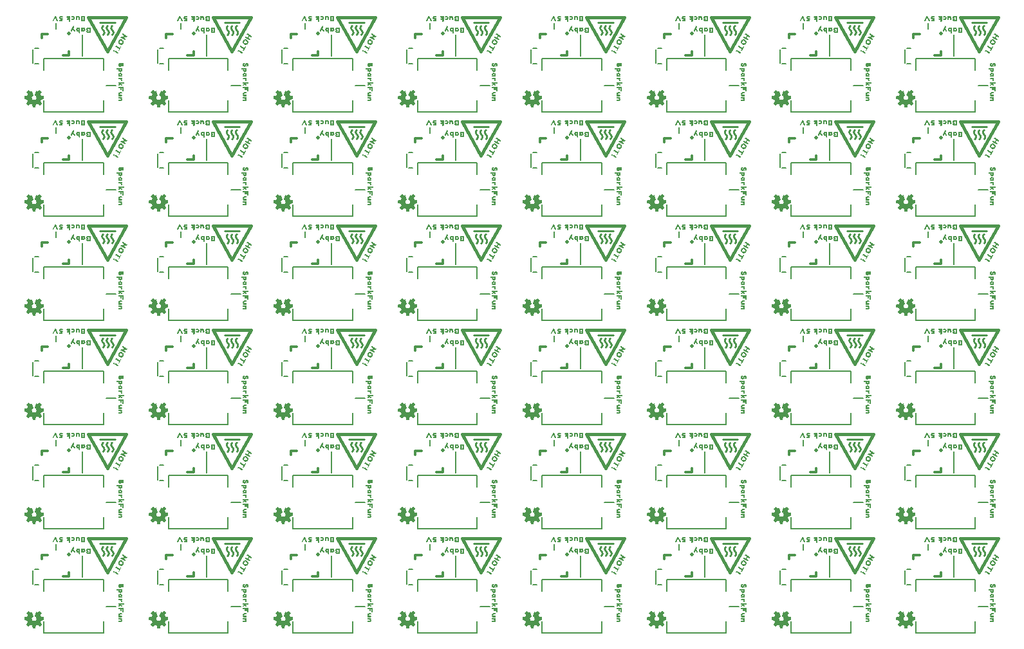
<source format=gto>
G04 EAGLE Gerber RS-274X export*
G75*
%MOMM*%
%FSLAX34Y34*%
%LPD*%
%INSilkscreen Top*%
%IPPOS*%
%AMOC8*
5,1,8,0,0,1.08239X$1,22.5*%
G01*
%ADD10C,0.203200*%
%ADD11C,0.200000*%
%ADD12C,0.300000*%
%ADD13C,0.508000*%
%ADD14C,0.250000*%
%ADD15C,0.400000*%

G36*
X1163703Y283361D02*
X1163703Y283361D01*
X1163722Y283359D01*
X1163786Y283381D01*
X1163852Y283397D01*
X1163867Y283409D01*
X1163886Y283415D01*
X1163934Y283463D01*
X1163986Y283507D01*
X1163994Y283524D01*
X1164007Y283538D01*
X1164047Y283644D01*
X1164056Y283665D01*
X1164056Y283668D01*
X1164058Y283672D01*
X1164616Y286928D01*
X1164674Y286957D01*
X1164784Y286957D01*
X1164858Y286975D01*
X1164934Y286988D01*
X1164943Y286994D01*
X1164952Y286997D01*
X1164980Y287019D01*
X1165036Y287057D01*
X1165084Y287057D01*
X1165100Y287061D01*
X1165116Y287058D01*
X1165247Y287095D01*
X1165252Y287097D01*
X1165253Y287097D01*
X1165254Y287097D01*
X1165374Y287157D01*
X1165384Y287157D01*
X1165400Y287161D01*
X1165416Y287158D01*
X1165547Y287195D01*
X1165552Y287197D01*
X1165553Y287197D01*
X1165554Y287197D01*
X1165754Y287297D01*
X1165781Y287320D01*
X1165836Y287357D01*
X1165884Y287357D01*
X1165958Y287375D01*
X1166034Y287388D01*
X1166043Y287394D01*
X1166052Y287397D01*
X1166080Y287419D01*
X1166152Y287468D01*
X1166209Y287525D01*
X1166354Y287597D01*
X1166381Y287620D01*
X1166436Y287657D01*
X1166484Y287657D01*
X1166558Y287675D01*
X1166634Y287688D01*
X1166643Y287694D01*
X1166652Y287697D01*
X1166680Y287719D01*
X1166752Y287768D01*
X1166770Y287786D01*
X1169469Y285924D01*
X1169485Y285918D01*
X1169497Y285906D01*
X1169565Y285887D01*
X1169630Y285861D01*
X1169647Y285862D01*
X1169663Y285858D01*
X1169732Y285870D01*
X1169802Y285876D01*
X1169817Y285885D01*
X1169834Y285888D01*
X1169940Y285960D01*
X1169950Y285966D01*
X1169951Y285967D01*
X1169952Y285968D01*
X1172152Y288168D01*
X1172161Y288183D01*
X1172175Y288193D01*
X1172207Y288256D01*
X1172243Y288315D01*
X1172245Y288332D01*
X1172253Y288348D01*
X1172253Y288418D01*
X1172260Y288487D01*
X1172254Y288503D01*
X1172254Y288521D01*
X1172202Y288638D01*
X1172198Y288649D01*
X1172197Y288650D01*
X1172196Y288652D01*
X1170345Y291335D01*
X1170347Y291350D01*
X1170363Y291436D01*
X1170363Y291486D01*
X1170371Y291499D01*
X1170423Y291567D01*
X1170496Y291712D01*
X1170552Y291768D01*
X1170592Y291833D01*
X1170636Y291896D01*
X1170638Y291907D01*
X1170643Y291915D01*
X1170647Y291950D01*
X1170663Y292036D01*
X1170663Y292086D01*
X1170671Y292099D01*
X1170723Y292167D01*
X1170823Y292367D01*
X1170827Y292382D01*
X1170836Y292396D01*
X1170862Y292530D01*
X1170863Y292535D01*
X1170863Y292536D01*
X1170863Y292547D01*
X1171023Y292867D01*
X1171027Y292882D01*
X1171036Y292896D01*
X1171062Y293030D01*
X1171063Y293035D01*
X1171063Y293036D01*
X1171063Y293047D01*
X1171123Y293167D01*
X1171127Y293182D01*
X1171136Y293196D01*
X1171162Y293330D01*
X1171163Y293335D01*
X1171163Y293336D01*
X1171163Y293347D01*
X1171223Y293467D01*
X1171227Y293482D01*
X1171236Y293496D01*
X1171239Y293512D01*
X1174448Y294063D01*
X1174466Y294070D01*
X1174485Y294071D01*
X1174545Y294103D01*
X1174607Y294130D01*
X1174620Y294145D01*
X1174637Y294154D01*
X1174676Y294209D01*
X1174720Y294261D01*
X1174725Y294280D01*
X1174736Y294296D01*
X1174758Y294407D01*
X1174763Y294429D01*
X1174762Y294432D01*
X1174763Y294436D01*
X1174763Y297636D01*
X1174759Y297655D01*
X1174761Y297674D01*
X1174739Y297739D01*
X1174724Y297805D01*
X1174711Y297820D01*
X1174705Y297838D01*
X1174657Y297886D01*
X1174614Y297938D01*
X1174596Y297946D01*
X1174582Y297960D01*
X1174476Y298000D01*
X1174456Y298009D01*
X1174452Y298009D01*
X1174448Y298010D01*
X1171192Y298568D01*
X1171163Y298626D01*
X1171163Y298736D01*
X1171146Y298811D01*
X1171132Y298886D01*
X1171126Y298896D01*
X1171124Y298905D01*
X1171101Y298932D01*
X1171063Y298988D01*
X1171063Y299036D01*
X1171046Y299111D01*
X1171032Y299186D01*
X1171026Y299196D01*
X1171024Y299205D01*
X1171001Y299232D01*
X1170952Y299304D01*
X1170896Y299361D01*
X1170863Y299426D01*
X1170863Y299536D01*
X1170846Y299611D01*
X1170832Y299686D01*
X1170826Y299696D01*
X1170824Y299705D01*
X1170801Y299732D01*
X1170763Y299788D01*
X1170763Y299836D01*
X1170746Y299911D01*
X1170732Y299986D01*
X1170726Y299996D01*
X1170724Y300005D01*
X1170701Y300032D01*
X1170652Y300104D01*
X1170596Y300161D01*
X1170523Y300306D01*
X1170500Y300334D01*
X1170452Y300404D01*
X1170396Y300461D01*
X1170363Y300526D01*
X1170363Y300536D01*
X1170360Y300552D01*
X1170362Y300568D01*
X1170325Y300699D01*
X1170325Y300701D01*
X1172193Y303316D01*
X1172199Y303331D01*
X1172210Y303342D01*
X1172231Y303410D01*
X1172258Y303476D01*
X1172257Y303492D01*
X1172262Y303507D01*
X1172251Y303577D01*
X1172246Y303649D01*
X1172238Y303662D01*
X1172236Y303678D01*
X1172161Y303794D01*
X1172159Y303798D01*
X1172158Y303798D01*
X1169958Y306098D01*
X1169940Y306110D01*
X1169927Y306127D01*
X1169868Y306157D01*
X1169813Y306193D01*
X1169792Y306195D01*
X1169773Y306205D01*
X1169707Y306205D01*
X1169641Y306213D01*
X1169621Y306206D01*
X1169600Y306206D01*
X1169505Y306164D01*
X1169478Y306155D01*
X1169475Y306151D01*
X1169469Y306149D01*
X1166748Y304272D01*
X1166725Y304289D01*
X1166713Y304291D01*
X1166705Y304296D01*
X1166670Y304299D01*
X1166655Y304302D01*
X1166652Y304304D01*
X1166587Y304345D01*
X1166525Y304389D01*
X1166513Y304391D01*
X1166505Y304396D01*
X1166470Y304399D01*
X1166455Y304402D01*
X1166452Y304404D01*
X1166387Y304445D01*
X1166325Y304489D01*
X1166313Y304491D01*
X1166305Y304496D01*
X1166270Y304499D01*
X1166255Y304502D01*
X1166252Y304504D01*
X1166187Y304545D01*
X1166125Y304589D01*
X1166113Y304591D01*
X1166105Y304596D01*
X1166070Y304599D01*
X1166055Y304602D01*
X1166052Y304604D01*
X1165987Y304645D01*
X1165925Y304689D01*
X1165913Y304691D01*
X1165905Y304696D01*
X1165870Y304699D01*
X1165855Y304702D01*
X1165852Y304704D01*
X1165787Y304745D01*
X1165725Y304789D01*
X1165713Y304791D01*
X1165705Y304796D01*
X1165670Y304799D01*
X1165584Y304816D01*
X1165534Y304816D01*
X1165513Y304829D01*
X1165480Y304861D01*
X1165441Y304874D01*
X1165405Y304896D01*
X1165360Y304900D01*
X1165316Y304914D01*
X1165275Y304908D01*
X1165233Y304912D01*
X1165190Y304896D01*
X1165145Y304889D01*
X1165110Y304865D01*
X1165071Y304850D01*
X1165040Y304817D01*
X1165003Y304791D01*
X1164977Y304748D01*
X1164954Y304723D01*
X1164947Y304698D01*
X1164928Y304668D01*
X1162928Y299268D01*
X1162921Y299211D01*
X1162905Y299156D01*
X1162911Y299126D01*
X1162907Y299096D01*
X1162926Y299042D01*
X1162936Y298986D01*
X1162954Y298961D01*
X1162964Y298933D01*
X1163005Y298893D01*
X1163039Y298847D01*
X1163069Y298830D01*
X1163088Y298812D01*
X1163120Y298802D01*
X1163164Y298777D01*
X1163438Y298685D01*
X1163759Y298525D01*
X1163916Y298368D01*
X1163946Y298349D01*
X1164014Y298297D01*
X1164159Y298225D01*
X1164272Y298112D01*
X1164345Y297967D01*
X1164368Y297939D01*
X1164387Y297910D01*
X1164396Y297895D01*
X1164400Y297892D01*
X1164416Y297868D01*
X1164572Y297712D01*
X1164733Y297391D01*
X1164824Y297116D01*
X1164836Y297097D01*
X1164845Y297067D01*
X1165005Y296747D01*
X1165005Y296536D01*
X1165013Y296501D01*
X1165024Y296416D01*
X1165105Y296175D01*
X1165105Y295698D01*
X1164740Y294604D01*
X1164389Y294078D01*
X1164243Y293931D01*
X1163974Y293752D01*
X1163953Y293729D01*
X1163916Y293704D01*
X1163743Y293531D01*
X1163516Y293380D01*
X1163264Y293296D01*
X1163232Y293277D01*
X1163174Y293252D01*
X1162969Y293116D01*
X1162784Y293116D01*
X1162749Y293107D01*
X1162692Y293104D01*
X1162337Y293016D01*
X1161746Y293016D01*
X1161504Y293096D01*
X1161468Y293099D01*
X1161384Y293116D01*
X1161199Y293116D01*
X1160994Y293252D01*
X1160959Y293265D01*
X1160904Y293296D01*
X1160652Y293380D01*
X1160126Y293731D01*
X1159779Y294078D01*
X1159428Y294604D01*
X1159344Y294856D01*
X1159324Y294888D01*
X1159300Y294947D01*
X1159163Y295151D01*
X1159163Y295336D01*
X1159155Y295371D01*
X1159144Y295456D01*
X1159063Y295698D01*
X1159063Y296475D01*
X1159144Y296716D01*
X1159147Y296752D01*
X1159163Y296836D01*
X1159163Y296947D01*
X1159223Y297067D01*
X1159229Y297089D01*
X1159244Y297116D01*
X1159335Y297391D01*
X1159396Y297512D01*
X1159552Y297668D01*
X1159571Y297699D01*
X1159623Y297767D01*
X1159696Y297912D01*
X1160009Y298225D01*
X1160154Y298297D01*
X1160181Y298320D01*
X1160252Y298368D01*
X1160409Y298525D01*
X1160954Y298797D01*
X1160977Y298817D01*
X1161006Y298829D01*
X1161043Y298872D01*
X1161087Y298908D01*
X1161099Y298936D01*
X1161119Y298959D01*
X1161134Y299014D01*
X1161157Y299066D01*
X1161155Y299097D01*
X1161163Y299127D01*
X1161151Y299201D01*
X1161149Y299239D01*
X1161143Y299251D01*
X1161140Y299268D01*
X1159140Y304668D01*
X1159128Y304685D01*
X1159124Y304705D01*
X1159081Y304756D01*
X1159044Y304812D01*
X1159027Y304823D01*
X1159014Y304838D01*
X1158952Y304866D01*
X1158894Y304899D01*
X1158874Y304900D01*
X1158856Y304909D01*
X1158789Y304906D01*
X1158722Y304910D01*
X1158703Y304903D01*
X1158683Y304902D01*
X1158624Y304870D01*
X1158562Y304844D01*
X1158549Y304829D01*
X1158531Y304819D01*
X1158518Y304800D01*
X1158510Y304798D01*
X1158434Y304785D01*
X1158425Y304778D01*
X1158416Y304776D01*
X1158388Y304753D01*
X1158316Y304704D01*
X1158309Y304698D01*
X1158234Y304685D01*
X1158225Y304678D01*
X1158216Y304676D01*
X1158188Y304653D01*
X1158116Y304604D01*
X1158109Y304598D01*
X1158034Y304585D01*
X1158025Y304578D01*
X1158016Y304576D01*
X1157988Y304553D01*
X1157932Y304516D01*
X1157884Y304516D01*
X1157810Y304498D01*
X1157734Y304485D01*
X1157725Y304478D01*
X1157716Y304476D01*
X1157688Y304453D01*
X1157616Y304404D01*
X1157609Y304398D01*
X1157534Y304385D01*
X1157525Y304378D01*
X1157516Y304376D01*
X1157488Y304353D01*
X1157416Y304304D01*
X1157398Y304287D01*
X1154699Y306149D01*
X1154683Y306155D01*
X1154671Y306166D01*
X1154604Y306186D01*
X1154538Y306212D01*
X1154521Y306210D01*
X1154505Y306215D01*
X1154436Y306203D01*
X1154366Y306197D01*
X1154351Y306188D01*
X1154334Y306185D01*
X1154228Y306113D01*
X1154218Y306107D01*
X1154217Y306105D01*
X1154216Y306104D01*
X1151916Y303804D01*
X1151903Y303784D01*
X1151884Y303768D01*
X1151858Y303711D01*
X1151825Y303657D01*
X1151822Y303633D01*
X1151812Y303610D01*
X1151814Y303548D01*
X1151808Y303485D01*
X1151817Y303462D01*
X1151818Y303437D01*
X1151858Y303355D01*
X1151870Y303324D01*
X1151876Y303318D01*
X1151881Y303309D01*
X1153826Y300715D01*
X1153816Y300704D01*
X1153797Y300674D01*
X1153790Y300664D01*
X1153776Y300653D01*
X1153768Y300637D01*
X1153745Y300606D01*
X1153645Y300406D01*
X1153641Y300390D01*
X1153632Y300377D01*
X1153606Y300243D01*
X1153605Y300238D01*
X1153605Y300237D01*
X1153605Y300236D01*
X1153605Y300226D01*
X1153572Y300161D01*
X1153516Y300104D01*
X1153497Y300074D01*
X1153445Y300006D01*
X1153345Y299806D01*
X1153341Y299790D01*
X1153332Y299777D01*
X1153306Y299643D01*
X1153305Y299638D01*
X1153305Y299637D01*
X1153305Y299636D01*
X1153305Y299626D01*
X1153145Y299306D01*
X1153141Y299290D01*
X1153132Y299277D01*
X1153106Y299143D01*
X1153105Y299138D01*
X1153105Y299137D01*
X1153105Y299136D01*
X1153105Y299126D01*
X1153045Y299006D01*
X1153041Y298990D01*
X1153032Y298977D01*
X1153006Y298843D01*
X1153005Y298838D01*
X1153005Y298837D01*
X1153005Y298836D01*
X1153005Y298826D01*
X1152945Y298706D01*
X1152941Y298690D01*
X1152932Y298677D01*
X1152921Y298619D01*
X1152912Y298599D01*
X1152912Y298576D01*
X1152912Y298575D01*
X1149620Y298010D01*
X1149602Y298003D01*
X1149583Y298002D01*
X1149523Y297969D01*
X1149461Y297943D01*
X1149448Y297928D01*
X1149431Y297919D01*
X1149392Y297863D01*
X1149348Y297812D01*
X1149343Y297793D01*
X1149332Y297777D01*
X1149310Y297666D01*
X1149305Y297644D01*
X1149306Y297640D01*
X1149305Y297636D01*
X1149305Y294436D01*
X1149309Y294417D01*
X1149307Y294396D01*
X1149329Y294333D01*
X1149344Y294268D01*
X1149357Y294252D01*
X1149364Y294233D01*
X1149412Y294186D01*
X1149454Y294134D01*
X1149473Y294126D01*
X1149487Y294112D01*
X1149589Y294074D01*
X1149612Y294064D01*
X1149617Y294064D01*
X1149622Y294062D01*
X1152905Y293515D01*
X1152905Y293436D01*
X1152922Y293362D01*
X1152936Y293287D01*
X1152942Y293277D01*
X1152944Y293268D01*
X1152967Y293240D01*
X1153005Y293185D01*
X1153005Y293136D01*
X1153022Y293062D01*
X1153036Y292987D01*
X1153042Y292977D01*
X1153044Y292968D01*
X1153067Y292940D01*
X1153116Y292868D01*
X1153172Y292812D01*
X1153205Y292747D01*
X1153205Y292636D01*
X1153222Y292562D01*
X1153236Y292487D01*
X1153242Y292477D01*
X1153244Y292468D01*
X1153267Y292440D01*
X1153305Y292385D01*
X1153305Y292336D01*
X1153322Y292262D01*
X1153336Y292187D01*
X1153342Y292177D01*
X1153344Y292168D01*
X1153367Y292140D01*
X1153416Y292068D01*
X1153472Y292012D01*
X1153545Y291867D01*
X1153568Y291839D01*
X1153605Y291785D01*
X1153605Y291736D01*
X1153622Y291662D01*
X1153636Y291587D01*
X1153642Y291577D01*
X1153644Y291568D01*
X1153667Y291540D01*
X1153716Y291468D01*
X1153772Y291412D01*
X1153812Y291332D01*
X1151877Y288659D01*
X1151867Y288635D01*
X1151850Y288616D01*
X1151834Y288556D01*
X1151810Y288499D01*
X1151812Y288474D01*
X1151805Y288449D01*
X1151817Y288388D01*
X1151821Y288326D01*
X1151834Y288304D01*
X1151839Y288279D01*
X1151890Y288207D01*
X1151908Y288177D01*
X1151915Y288172D01*
X1151922Y288162D01*
X1154222Y285962D01*
X1154233Y285956D01*
X1154241Y285945D01*
X1154307Y285912D01*
X1154371Y285874D01*
X1154384Y285873D01*
X1154395Y285868D01*
X1154469Y285867D01*
X1154543Y285862D01*
X1154555Y285867D01*
X1154568Y285867D01*
X1154699Y285924D01*
X1157373Y287768D01*
X1157514Y287697D01*
X1157530Y287693D01*
X1157543Y287684D01*
X1157677Y287658D01*
X1157683Y287657D01*
X1157684Y287657D01*
X1157694Y287657D01*
X1157759Y287625D01*
X1157816Y287568D01*
X1157846Y287549D01*
X1157914Y287497D01*
X1158114Y287397D01*
X1158130Y287393D01*
X1158143Y287384D01*
X1158277Y287358D01*
X1158283Y287357D01*
X1158284Y287357D01*
X1158294Y287357D01*
X1158359Y287325D01*
X1158416Y287268D01*
X1158481Y287228D01*
X1158543Y287184D01*
X1158555Y287182D01*
X1158563Y287177D01*
X1158598Y287174D01*
X1158684Y287157D01*
X1158794Y287157D01*
X1158914Y287097D01*
X1158930Y287093D01*
X1158943Y287084D01*
X1159077Y287058D01*
X1159083Y287057D01*
X1159084Y287057D01*
X1159094Y287057D01*
X1159214Y286997D01*
X1159230Y286993D01*
X1159243Y286984D01*
X1159377Y286958D01*
X1159383Y286957D01*
X1159384Y286957D01*
X1159394Y286957D01*
X1159514Y286897D01*
X1159530Y286893D01*
X1159543Y286884D01*
X1159560Y286881D01*
X1160110Y283672D01*
X1160118Y283654D01*
X1160119Y283635D01*
X1160151Y283576D01*
X1160178Y283513D01*
X1160192Y283500D01*
X1160202Y283483D01*
X1160257Y283444D01*
X1160309Y283400D01*
X1160328Y283395D01*
X1160343Y283384D01*
X1160454Y283363D01*
X1160476Y283357D01*
X1160480Y283358D01*
X1160484Y283357D01*
X1163684Y283357D01*
X1163703Y283361D01*
G37*
G36*
X999873Y283361D02*
X999873Y283361D01*
X999892Y283359D01*
X999956Y283381D01*
X1000022Y283397D01*
X1000037Y283409D01*
X1000056Y283415D01*
X1000104Y283463D01*
X1000156Y283507D01*
X1000164Y283524D01*
X1000177Y283538D01*
X1000217Y283644D01*
X1000226Y283665D01*
X1000226Y283668D01*
X1000228Y283672D01*
X1000786Y286928D01*
X1000844Y286957D01*
X1000954Y286957D01*
X1001028Y286975D01*
X1001104Y286988D01*
X1001113Y286994D01*
X1001122Y286997D01*
X1001150Y287019D01*
X1001206Y287057D01*
X1001254Y287057D01*
X1001270Y287061D01*
X1001286Y287058D01*
X1001417Y287095D01*
X1001422Y287097D01*
X1001423Y287097D01*
X1001424Y287097D01*
X1001544Y287157D01*
X1001554Y287157D01*
X1001570Y287161D01*
X1001586Y287158D01*
X1001717Y287195D01*
X1001722Y287197D01*
X1001723Y287197D01*
X1001724Y287197D01*
X1001924Y287297D01*
X1001951Y287320D01*
X1002006Y287357D01*
X1002054Y287357D01*
X1002128Y287375D01*
X1002204Y287388D01*
X1002213Y287394D01*
X1002222Y287397D01*
X1002250Y287419D01*
X1002322Y287468D01*
X1002379Y287525D01*
X1002524Y287597D01*
X1002551Y287620D01*
X1002606Y287657D01*
X1002654Y287657D01*
X1002728Y287675D01*
X1002804Y287688D01*
X1002813Y287694D01*
X1002822Y287697D01*
X1002850Y287719D01*
X1002922Y287768D01*
X1002940Y287786D01*
X1005639Y285924D01*
X1005655Y285918D01*
X1005667Y285906D01*
X1005735Y285887D01*
X1005800Y285861D01*
X1005817Y285862D01*
X1005833Y285858D01*
X1005902Y285870D01*
X1005972Y285876D01*
X1005987Y285885D01*
X1006004Y285888D01*
X1006110Y285960D01*
X1006120Y285966D01*
X1006121Y285967D01*
X1006122Y285968D01*
X1008322Y288168D01*
X1008331Y288183D01*
X1008345Y288193D01*
X1008377Y288256D01*
X1008413Y288315D01*
X1008415Y288332D01*
X1008423Y288348D01*
X1008423Y288418D01*
X1008430Y288487D01*
X1008424Y288503D01*
X1008424Y288521D01*
X1008372Y288638D01*
X1008368Y288649D01*
X1008367Y288650D01*
X1008366Y288652D01*
X1006515Y291335D01*
X1006517Y291350D01*
X1006533Y291436D01*
X1006533Y291486D01*
X1006541Y291499D01*
X1006593Y291567D01*
X1006666Y291712D01*
X1006722Y291768D01*
X1006762Y291833D01*
X1006806Y291896D01*
X1006808Y291907D01*
X1006813Y291915D01*
X1006817Y291950D01*
X1006833Y292036D01*
X1006833Y292086D01*
X1006841Y292099D01*
X1006893Y292167D01*
X1006993Y292367D01*
X1006997Y292382D01*
X1007006Y292396D01*
X1007032Y292530D01*
X1007033Y292535D01*
X1007033Y292536D01*
X1007033Y292547D01*
X1007193Y292867D01*
X1007197Y292882D01*
X1007206Y292896D01*
X1007232Y293030D01*
X1007233Y293035D01*
X1007233Y293036D01*
X1007233Y293047D01*
X1007293Y293167D01*
X1007297Y293182D01*
X1007306Y293196D01*
X1007332Y293330D01*
X1007333Y293335D01*
X1007333Y293336D01*
X1007333Y293347D01*
X1007393Y293467D01*
X1007397Y293482D01*
X1007406Y293496D01*
X1007409Y293512D01*
X1010618Y294063D01*
X1010636Y294070D01*
X1010655Y294071D01*
X1010715Y294103D01*
X1010777Y294130D01*
X1010790Y294145D01*
X1010807Y294154D01*
X1010846Y294209D01*
X1010890Y294261D01*
X1010895Y294280D01*
X1010906Y294296D01*
X1010928Y294407D01*
X1010933Y294429D01*
X1010932Y294432D01*
X1010933Y294436D01*
X1010933Y297636D01*
X1010929Y297655D01*
X1010931Y297674D01*
X1010909Y297739D01*
X1010894Y297805D01*
X1010881Y297820D01*
X1010875Y297838D01*
X1010827Y297886D01*
X1010784Y297938D01*
X1010766Y297946D01*
X1010752Y297960D01*
X1010646Y298000D01*
X1010626Y298009D01*
X1010622Y298009D01*
X1010618Y298010D01*
X1007362Y298568D01*
X1007333Y298626D01*
X1007333Y298736D01*
X1007316Y298811D01*
X1007302Y298886D01*
X1007296Y298896D01*
X1007294Y298905D01*
X1007271Y298932D01*
X1007233Y298988D01*
X1007233Y299036D01*
X1007216Y299111D01*
X1007202Y299186D01*
X1007196Y299196D01*
X1007194Y299205D01*
X1007171Y299232D01*
X1007122Y299304D01*
X1007066Y299361D01*
X1007033Y299426D01*
X1007033Y299536D01*
X1007016Y299611D01*
X1007002Y299686D01*
X1006996Y299696D01*
X1006994Y299705D01*
X1006971Y299732D01*
X1006933Y299788D01*
X1006933Y299836D01*
X1006916Y299911D01*
X1006902Y299986D01*
X1006896Y299996D01*
X1006894Y300005D01*
X1006871Y300032D01*
X1006822Y300104D01*
X1006766Y300161D01*
X1006693Y300306D01*
X1006670Y300334D01*
X1006622Y300404D01*
X1006566Y300461D01*
X1006533Y300526D01*
X1006533Y300536D01*
X1006530Y300552D01*
X1006532Y300568D01*
X1006495Y300699D01*
X1006495Y300701D01*
X1008363Y303316D01*
X1008369Y303331D01*
X1008380Y303342D01*
X1008401Y303410D01*
X1008428Y303476D01*
X1008427Y303492D01*
X1008432Y303507D01*
X1008421Y303577D01*
X1008416Y303649D01*
X1008408Y303662D01*
X1008406Y303678D01*
X1008331Y303794D01*
X1008329Y303798D01*
X1008328Y303798D01*
X1006128Y306098D01*
X1006110Y306110D01*
X1006097Y306127D01*
X1006038Y306157D01*
X1005983Y306193D01*
X1005962Y306195D01*
X1005943Y306205D01*
X1005877Y306205D01*
X1005811Y306213D01*
X1005791Y306206D01*
X1005770Y306206D01*
X1005675Y306164D01*
X1005648Y306155D01*
X1005645Y306151D01*
X1005639Y306149D01*
X1002918Y304272D01*
X1002895Y304289D01*
X1002883Y304291D01*
X1002875Y304296D01*
X1002840Y304299D01*
X1002825Y304302D01*
X1002822Y304304D01*
X1002757Y304345D01*
X1002695Y304389D01*
X1002683Y304391D01*
X1002675Y304396D01*
X1002640Y304399D01*
X1002625Y304402D01*
X1002622Y304404D01*
X1002557Y304445D01*
X1002495Y304489D01*
X1002483Y304491D01*
X1002475Y304496D01*
X1002440Y304499D01*
X1002425Y304502D01*
X1002422Y304504D01*
X1002357Y304545D01*
X1002295Y304589D01*
X1002283Y304591D01*
X1002275Y304596D01*
X1002240Y304599D01*
X1002225Y304602D01*
X1002222Y304604D01*
X1002157Y304645D01*
X1002095Y304689D01*
X1002083Y304691D01*
X1002075Y304696D01*
X1002040Y304699D01*
X1002025Y304702D01*
X1002022Y304704D01*
X1001957Y304745D01*
X1001895Y304789D01*
X1001883Y304791D01*
X1001875Y304796D01*
X1001840Y304799D01*
X1001754Y304816D01*
X1001704Y304816D01*
X1001683Y304829D01*
X1001650Y304861D01*
X1001611Y304874D01*
X1001575Y304896D01*
X1001530Y304900D01*
X1001486Y304914D01*
X1001445Y304908D01*
X1001403Y304912D01*
X1001360Y304896D01*
X1001315Y304889D01*
X1001280Y304865D01*
X1001241Y304850D01*
X1001210Y304817D01*
X1001173Y304791D01*
X1001147Y304748D01*
X1001124Y304723D01*
X1001117Y304698D01*
X1001098Y304668D01*
X999098Y299268D01*
X999091Y299211D01*
X999075Y299156D01*
X999081Y299126D01*
X999077Y299096D01*
X999096Y299042D01*
X999106Y298986D01*
X999124Y298961D01*
X999134Y298933D01*
X999175Y298893D01*
X999209Y298847D01*
X999239Y298830D01*
X999258Y298812D01*
X999290Y298802D01*
X999334Y298777D01*
X999608Y298685D01*
X999929Y298525D01*
X1000086Y298368D01*
X1000116Y298349D01*
X1000184Y298297D01*
X1000329Y298225D01*
X1000442Y298112D01*
X1000515Y297967D01*
X1000538Y297939D01*
X1000557Y297910D01*
X1000566Y297895D01*
X1000570Y297892D01*
X1000586Y297868D01*
X1000742Y297712D01*
X1000903Y297391D01*
X1000994Y297116D01*
X1001006Y297097D01*
X1001015Y297067D01*
X1001175Y296747D01*
X1001175Y296536D01*
X1001183Y296501D01*
X1001194Y296416D01*
X1001275Y296175D01*
X1001275Y295698D01*
X1000910Y294604D01*
X1000559Y294078D01*
X1000413Y293931D01*
X1000144Y293752D01*
X1000123Y293729D01*
X1000086Y293704D01*
X999913Y293531D01*
X999686Y293380D01*
X999434Y293296D01*
X999402Y293277D01*
X999344Y293252D01*
X999139Y293116D01*
X998954Y293116D01*
X998919Y293107D01*
X998862Y293104D01*
X998507Y293016D01*
X997916Y293016D01*
X997674Y293096D01*
X997638Y293099D01*
X997554Y293116D01*
X997369Y293116D01*
X997164Y293252D01*
X997129Y293265D01*
X997074Y293296D01*
X996822Y293380D01*
X996296Y293731D01*
X995949Y294078D01*
X995598Y294604D01*
X995514Y294856D01*
X995494Y294888D01*
X995470Y294947D01*
X995333Y295151D01*
X995333Y295336D01*
X995325Y295371D01*
X995314Y295456D01*
X995233Y295698D01*
X995233Y296475D01*
X995314Y296716D01*
X995317Y296752D01*
X995333Y296836D01*
X995333Y296947D01*
X995393Y297067D01*
X995399Y297089D01*
X995414Y297116D01*
X995505Y297391D01*
X995566Y297512D01*
X995722Y297668D01*
X995741Y297699D01*
X995793Y297767D01*
X995866Y297912D01*
X996179Y298225D01*
X996324Y298297D01*
X996351Y298320D01*
X996422Y298368D01*
X996579Y298525D01*
X997124Y298797D01*
X997147Y298817D01*
X997176Y298829D01*
X997213Y298872D01*
X997257Y298908D01*
X997269Y298936D01*
X997289Y298959D01*
X997304Y299014D01*
X997327Y299066D01*
X997325Y299097D01*
X997333Y299127D01*
X997321Y299201D01*
X997319Y299239D01*
X997313Y299251D01*
X997310Y299268D01*
X995310Y304668D01*
X995298Y304685D01*
X995294Y304705D01*
X995251Y304756D01*
X995214Y304812D01*
X995197Y304823D01*
X995184Y304838D01*
X995122Y304866D01*
X995064Y304899D01*
X995044Y304900D01*
X995026Y304909D01*
X994959Y304906D01*
X994892Y304910D01*
X994873Y304903D01*
X994853Y304902D01*
X994794Y304870D01*
X994732Y304844D01*
X994719Y304829D01*
X994701Y304819D01*
X994688Y304800D01*
X994680Y304798D01*
X994604Y304785D01*
X994595Y304778D01*
X994586Y304776D01*
X994558Y304753D01*
X994486Y304704D01*
X994479Y304698D01*
X994404Y304685D01*
X994395Y304678D01*
X994386Y304676D01*
X994358Y304653D01*
X994286Y304604D01*
X994279Y304598D01*
X994204Y304585D01*
X994195Y304578D01*
X994186Y304576D01*
X994158Y304553D01*
X994102Y304516D01*
X994054Y304516D01*
X993980Y304498D01*
X993904Y304485D01*
X993895Y304478D01*
X993886Y304476D01*
X993858Y304453D01*
X993786Y304404D01*
X993779Y304398D01*
X993704Y304385D01*
X993695Y304378D01*
X993686Y304376D01*
X993658Y304353D01*
X993586Y304304D01*
X993568Y304287D01*
X990869Y306149D01*
X990853Y306155D01*
X990841Y306166D01*
X990774Y306186D01*
X990708Y306212D01*
X990691Y306210D01*
X990675Y306215D01*
X990606Y306203D01*
X990536Y306197D01*
X990521Y306188D01*
X990504Y306185D01*
X990398Y306113D01*
X990388Y306107D01*
X990387Y306105D01*
X990386Y306104D01*
X988086Y303804D01*
X988073Y303784D01*
X988054Y303768D01*
X988028Y303711D01*
X987995Y303657D01*
X987992Y303633D01*
X987982Y303610D01*
X987984Y303548D01*
X987978Y303485D01*
X987987Y303462D01*
X987988Y303437D01*
X988028Y303355D01*
X988040Y303324D01*
X988046Y303318D01*
X988051Y303309D01*
X989996Y300715D01*
X989986Y300704D01*
X989967Y300674D01*
X989960Y300664D01*
X989946Y300653D01*
X989938Y300637D01*
X989915Y300606D01*
X989815Y300406D01*
X989811Y300390D01*
X989802Y300377D01*
X989776Y300243D01*
X989775Y300238D01*
X989775Y300237D01*
X989775Y300236D01*
X989775Y300226D01*
X989742Y300161D01*
X989686Y300104D01*
X989667Y300074D01*
X989615Y300006D01*
X989515Y299806D01*
X989511Y299790D01*
X989502Y299777D01*
X989476Y299643D01*
X989475Y299638D01*
X989475Y299637D01*
X989475Y299636D01*
X989475Y299626D01*
X989315Y299306D01*
X989311Y299290D01*
X989302Y299277D01*
X989276Y299143D01*
X989275Y299138D01*
X989275Y299137D01*
X989275Y299136D01*
X989275Y299126D01*
X989215Y299006D01*
X989211Y298990D01*
X989202Y298977D01*
X989176Y298843D01*
X989175Y298838D01*
X989175Y298837D01*
X989175Y298836D01*
X989175Y298826D01*
X989115Y298706D01*
X989111Y298690D01*
X989102Y298677D01*
X989091Y298619D01*
X989082Y298599D01*
X989082Y298576D01*
X989082Y298575D01*
X985790Y298010D01*
X985772Y298003D01*
X985753Y298002D01*
X985693Y297969D01*
X985631Y297943D01*
X985618Y297928D01*
X985601Y297919D01*
X985562Y297863D01*
X985518Y297812D01*
X985513Y297793D01*
X985502Y297777D01*
X985480Y297666D01*
X985475Y297644D01*
X985476Y297640D01*
X985475Y297636D01*
X985475Y294436D01*
X985479Y294417D01*
X985477Y294396D01*
X985499Y294333D01*
X985514Y294268D01*
X985527Y294252D01*
X985534Y294233D01*
X985582Y294186D01*
X985624Y294134D01*
X985643Y294126D01*
X985657Y294112D01*
X985759Y294074D01*
X985782Y294064D01*
X985787Y294064D01*
X985792Y294062D01*
X989075Y293515D01*
X989075Y293436D01*
X989092Y293362D01*
X989106Y293287D01*
X989112Y293277D01*
X989114Y293268D01*
X989137Y293240D01*
X989175Y293185D01*
X989175Y293136D01*
X989192Y293062D01*
X989206Y292987D01*
X989212Y292977D01*
X989214Y292968D01*
X989237Y292940D01*
X989286Y292868D01*
X989342Y292812D01*
X989375Y292747D01*
X989375Y292636D01*
X989392Y292562D01*
X989406Y292487D01*
X989412Y292477D01*
X989414Y292468D01*
X989437Y292440D01*
X989475Y292385D01*
X989475Y292336D01*
X989492Y292262D01*
X989506Y292187D01*
X989512Y292177D01*
X989514Y292168D01*
X989537Y292140D01*
X989586Y292068D01*
X989642Y292012D01*
X989715Y291867D01*
X989738Y291839D01*
X989775Y291785D01*
X989775Y291736D01*
X989792Y291662D01*
X989806Y291587D01*
X989812Y291577D01*
X989814Y291568D01*
X989837Y291540D01*
X989886Y291468D01*
X989942Y291412D01*
X989982Y291332D01*
X988047Y288659D01*
X988037Y288635D01*
X988020Y288616D01*
X988004Y288556D01*
X987980Y288499D01*
X987982Y288474D01*
X987975Y288449D01*
X987987Y288388D01*
X987991Y288326D01*
X988004Y288304D01*
X988009Y288279D01*
X988060Y288207D01*
X988078Y288177D01*
X988085Y288172D01*
X988092Y288162D01*
X990392Y285962D01*
X990403Y285956D01*
X990411Y285945D01*
X990477Y285912D01*
X990541Y285874D01*
X990554Y285873D01*
X990565Y285868D01*
X990639Y285867D01*
X990713Y285862D01*
X990725Y285867D01*
X990738Y285867D01*
X990869Y285924D01*
X993543Y287768D01*
X993684Y287697D01*
X993700Y287693D01*
X993713Y287684D01*
X993847Y287658D01*
X993853Y287657D01*
X993854Y287657D01*
X993864Y287657D01*
X993929Y287625D01*
X993986Y287568D01*
X994016Y287549D01*
X994084Y287497D01*
X994284Y287397D01*
X994300Y287393D01*
X994313Y287384D01*
X994447Y287358D01*
X994453Y287357D01*
X994454Y287357D01*
X994464Y287357D01*
X994529Y287325D01*
X994586Y287268D01*
X994651Y287228D01*
X994713Y287184D01*
X994725Y287182D01*
X994733Y287177D01*
X994768Y287174D01*
X994854Y287157D01*
X994964Y287157D01*
X995084Y287097D01*
X995100Y287093D01*
X995113Y287084D01*
X995247Y287058D01*
X995253Y287057D01*
X995254Y287057D01*
X995264Y287057D01*
X995384Y286997D01*
X995400Y286993D01*
X995413Y286984D01*
X995547Y286958D01*
X995553Y286957D01*
X995554Y286957D01*
X995564Y286957D01*
X995684Y286897D01*
X995700Y286893D01*
X995713Y286884D01*
X995730Y286881D01*
X996280Y283672D01*
X996288Y283654D01*
X996289Y283635D01*
X996321Y283576D01*
X996348Y283513D01*
X996362Y283500D01*
X996372Y283483D01*
X996427Y283444D01*
X996479Y283400D01*
X996498Y283395D01*
X996513Y283384D01*
X996624Y283363D01*
X996646Y283357D01*
X996650Y283358D01*
X996654Y283357D01*
X999854Y283357D01*
X999873Y283361D01*
G37*
G36*
X508383Y283361D02*
X508383Y283361D01*
X508402Y283359D01*
X508466Y283381D01*
X508532Y283397D01*
X508547Y283409D01*
X508566Y283415D01*
X508614Y283463D01*
X508666Y283507D01*
X508674Y283524D01*
X508687Y283538D01*
X508727Y283644D01*
X508736Y283665D01*
X508736Y283668D01*
X508738Y283672D01*
X509296Y286928D01*
X509354Y286957D01*
X509464Y286957D01*
X509538Y286975D01*
X509614Y286988D01*
X509623Y286994D01*
X509632Y286997D01*
X509660Y287019D01*
X509716Y287057D01*
X509764Y287057D01*
X509780Y287061D01*
X509796Y287058D01*
X509927Y287095D01*
X509932Y287097D01*
X509933Y287097D01*
X509934Y287097D01*
X510054Y287157D01*
X510064Y287157D01*
X510080Y287161D01*
X510096Y287158D01*
X510227Y287195D01*
X510232Y287197D01*
X510233Y287197D01*
X510234Y287197D01*
X510434Y287297D01*
X510461Y287320D01*
X510516Y287357D01*
X510564Y287357D01*
X510638Y287375D01*
X510714Y287388D01*
X510723Y287394D01*
X510732Y287397D01*
X510760Y287419D01*
X510832Y287468D01*
X510889Y287525D01*
X511034Y287597D01*
X511061Y287620D01*
X511116Y287657D01*
X511164Y287657D01*
X511238Y287675D01*
X511314Y287688D01*
X511323Y287694D01*
X511332Y287697D01*
X511360Y287719D01*
X511432Y287768D01*
X511450Y287786D01*
X514149Y285924D01*
X514165Y285918D01*
X514177Y285906D01*
X514245Y285887D01*
X514310Y285861D01*
X514327Y285862D01*
X514343Y285858D01*
X514412Y285870D01*
X514482Y285876D01*
X514497Y285885D01*
X514514Y285888D01*
X514620Y285960D01*
X514630Y285966D01*
X514631Y285967D01*
X514632Y285968D01*
X516832Y288168D01*
X516841Y288183D01*
X516855Y288193D01*
X516887Y288256D01*
X516923Y288315D01*
X516925Y288332D01*
X516933Y288348D01*
X516933Y288418D01*
X516940Y288487D01*
X516934Y288503D01*
X516934Y288521D01*
X516882Y288638D01*
X516878Y288649D01*
X516877Y288650D01*
X516876Y288652D01*
X515025Y291335D01*
X515027Y291350D01*
X515043Y291436D01*
X515043Y291486D01*
X515051Y291499D01*
X515103Y291567D01*
X515176Y291712D01*
X515232Y291768D01*
X515272Y291833D01*
X515316Y291896D01*
X515318Y291907D01*
X515323Y291915D01*
X515327Y291950D01*
X515343Y292036D01*
X515343Y292086D01*
X515351Y292099D01*
X515403Y292167D01*
X515503Y292367D01*
X515507Y292382D01*
X515516Y292396D01*
X515542Y292530D01*
X515543Y292535D01*
X515543Y292536D01*
X515543Y292547D01*
X515703Y292867D01*
X515707Y292882D01*
X515716Y292896D01*
X515742Y293030D01*
X515743Y293035D01*
X515743Y293036D01*
X515743Y293047D01*
X515803Y293167D01*
X515807Y293182D01*
X515816Y293196D01*
X515842Y293330D01*
X515843Y293335D01*
X515843Y293336D01*
X515843Y293347D01*
X515903Y293467D01*
X515907Y293482D01*
X515916Y293496D01*
X515919Y293512D01*
X519128Y294063D01*
X519146Y294070D01*
X519165Y294071D01*
X519225Y294103D01*
X519287Y294130D01*
X519300Y294145D01*
X519317Y294154D01*
X519356Y294209D01*
X519400Y294261D01*
X519405Y294280D01*
X519416Y294296D01*
X519438Y294407D01*
X519443Y294429D01*
X519442Y294432D01*
X519443Y294436D01*
X519443Y297636D01*
X519439Y297655D01*
X519441Y297674D01*
X519419Y297739D01*
X519404Y297805D01*
X519391Y297820D01*
X519385Y297838D01*
X519337Y297886D01*
X519294Y297938D01*
X519276Y297946D01*
X519262Y297960D01*
X519156Y298000D01*
X519136Y298009D01*
X519132Y298009D01*
X519128Y298010D01*
X515872Y298568D01*
X515843Y298626D01*
X515843Y298736D01*
X515826Y298811D01*
X515812Y298886D01*
X515806Y298896D01*
X515804Y298905D01*
X515781Y298932D01*
X515743Y298988D01*
X515743Y299036D01*
X515726Y299111D01*
X515712Y299186D01*
X515706Y299196D01*
X515704Y299205D01*
X515681Y299232D01*
X515632Y299304D01*
X515576Y299361D01*
X515543Y299426D01*
X515543Y299536D01*
X515526Y299611D01*
X515512Y299686D01*
X515506Y299696D01*
X515504Y299705D01*
X515481Y299732D01*
X515443Y299788D01*
X515443Y299836D01*
X515426Y299911D01*
X515412Y299986D01*
X515406Y299996D01*
X515404Y300005D01*
X515381Y300032D01*
X515332Y300104D01*
X515276Y300161D01*
X515203Y300306D01*
X515180Y300334D01*
X515132Y300404D01*
X515076Y300461D01*
X515043Y300526D01*
X515043Y300536D01*
X515040Y300552D01*
X515042Y300568D01*
X515005Y300699D01*
X515005Y300701D01*
X516873Y303316D01*
X516879Y303331D01*
X516890Y303342D01*
X516911Y303410D01*
X516938Y303476D01*
X516937Y303492D01*
X516942Y303507D01*
X516931Y303577D01*
X516926Y303649D01*
X516918Y303662D01*
X516916Y303678D01*
X516841Y303794D01*
X516839Y303798D01*
X516838Y303798D01*
X514638Y306098D01*
X514620Y306110D01*
X514607Y306127D01*
X514548Y306157D01*
X514493Y306193D01*
X514472Y306195D01*
X514453Y306205D01*
X514387Y306205D01*
X514321Y306213D01*
X514301Y306206D01*
X514280Y306206D01*
X514185Y306164D01*
X514158Y306155D01*
X514155Y306151D01*
X514149Y306149D01*
X511428Y304272D01*
X511405Y304289D01*
X511393Y304291D01*
X511385Y304296D01*
X511350Y304299D01*
X511335Y304302D01*
X511332Y304304D01*
X511267Y304345D01*
X511205Y304389D01*
X511193Y304391D01*
X511185Y304396D01*
X511150Y304399D01*
X511135Y304402D01*
X511132Y304404D01*
X511067Y304445D01*
X511005Y304489D01*
X510993Y304491D01*
X510985Y304496D01*
X510950Y304499D01*
X510935Y304502D01*
X510932Y304504D01*
X510867Y304545D01*
X510805Y304589D01*
X510793Y304591D01*
X510785Y304596D01*
X510750Y304599D01*
X510735Y304602D01*
X510732Y304604D01*
X510667Y304645D01*
X510605Y304689D01*
X510593Y304691D01*
X510585Y304696D01*
X510550Y304699D01*
X510535Y304702D01*
X510532Y304704D01*
X510467Y304745D01*
X510405Y304789D01*
X510393Y304791D01*
X510385Y304796D01*
X510350Y304799D01*
X510264Y304816D01*
X510214Y304816D01*
X510193Y304829D01*
X510160Y304861D01*
X510121Y304874D01*
X510085Y304896D01*
X510040Y304900D01*
X509996Y304914D01*
X509955Y304908D01*
X509913Y304912D01*
X509870Y304896D01*
X509825Y304889D01*
X509790Y304865D01*
X509751Y304850D01*
X509720Y304817D01*
X509683Y304791D01*
X509657Y304748D01*
X509634Y304723D01*
X509627Y304698D01*
X509608Y304668D01*
X507608Y299268D01*
X507601Y299211D01*
X507585Y299156D01*
X507591Y299126D01*
X507587Y299096D01*
X507606Y299042D01*
X507616Y298986D01*
X507634Y298961D01*
X507644Y298933D01*
X507685Y298893D01*
X507719Y298847D01*
X507749Y298830D01*
X507768Y298812D01*
X507800Y298802D01*
X507844Y298777D01*
X508118Y298685D01*
X508439Y298525D01*
X508596Y298368D01*
X508626Y298349D01*
X508694Y298297D01*
X508839Y298225D01*
X508952Y298112D01*
X509025Y297967D01*
X509048Y297939D01*
X509067Y297910D01*
X509076Y297895D01*
X509080Y297892D01*
X509096Y297868D01*
X509252Y297712D01*
X509413Y297391D01*
X509504Y297116D01*
X509516Y297097D01*
X509525Y297067D01*
X509685Y296747D01*
X509685Y296536D01*
X509693Y296501D01*
X509704Y296416D01*
X509785Y296175D01*
X509785Y295698D01*
X509420Y294604D01*
X509069Y294078D01*
X508923Y293931D01*
X508654Y293752D01*
X508633Y293729D01*
X508596Y293704D01*
X508423Y293531D01*
X508196Y293380D01*
X507944Y293296D01*
X507912Y293277D01*
X507854Y293252D01*
X507649Y293116D01*
X507464Y293116D01*
X507429Y293107D01*
X507372Y293104D01*
X507017Y293016D01*
X506426Y293016D01*
X506184Y293096D01*
X506148Y293099D01*
X506064Y293116D01*
X505879Y293116D01*
X505674Y293252D01*
X505639Y293265D01*
X505584Y293296D01*
X505332Y293380D01*
X504806Y293731D01*
X504459Y294078D01*
X504108Y294604D01*
X504024Y294856D01*
X504004Y294888D01*
X503980Y294947D01*
X503843Y295151D01*
X503843Y295336D01*
X503835Y295371D01*
X503824Y295456D01*
X503743Y295698D01*
X503743Y296475D01*
X503824Y296716D01*
X503827Y296752D01*
X503843Y296836D01*
X503843Y296947D01*
X503903Y297067D01*
X503909Y297089D01*
X503924Y297116D01*
X504015Y297391D01*
X504076Y297512D01*
X504232Y297668D01*
X504251Y297699D01*
X504303Y297767D01*
X504376Y297912D01*
X504689Y298225D01*
X504834Y298297D01*
X504861Y298320D01*
X504932Y298368D01*
X505089Y298525D01*
X505634Y298797D01*
X505657Y298817D01*
X505686Y298829D01*
X505723Y298872D01*
X505767Y298908D01*
X505779Y298936D01*
X505799Y298959D01*
X505814Y299014D01*
X505837Y299066D01*
X505835Y299097D01*
X505843Y299127D01*
X505831Y299201D01*
X505829Y299239D01*
X505823Y299251D01*
X505820Y299268D01*
X503820Y304668D01*
X503808Y304685D01*
X503804Y304705D01*
X503761Y304756D01*
X503724Y304812D01*
X503707Y304823D01*
X503694Y304838D01*
X503632Y304866D01*
X503574Y304899D01*
X503554Y304900D01*
X503536Y304909D01*
X503469Y304906D01*
X503402Y304910D01*
X503383Y304903D01*
X503363Y304902D01*
X503304Y304870D01*
X503242Y304844D01*
X503229Y304829D01*
X503211Y304819D01*
X503198Y304800D01*
X503190Y304798D01*
X503114Y304785D01*
X503105Y304778D01*
X503096Y304776D01*
X503068Y304753D01*
X502996Y304704D01*
X502989Y304698D01*
X502914Y304685D01*
X502905Y304678D01*
X502896Y304676D01*
X502868Y304653D01*
X502796Y304604D01*
X502789Y304598D01*
X502714Y304585D01*
X502705Y304578D01*
X502696Y304576D01*
X502668Y304553D01*
X502612Y304516D01*
X502564Y304516D01*
X502490Y304498D01*
X502414Y304485D01*
X502405Y304478D01*
X502396Y304476D01*
X502368Y304453D01*
X502296Y304404D01*
X502289Y304398D01*
X502214Y304385D01*
X502205Y304378D01*
X502196Y304376D01*
X502168Y304353D01*
X502096Y304304D01*
X502078Y304287D01*
X499379Y306149D01*
X499363Y306155D01*
X499351Y306166D01*
X499284Y306186D01*
X499218Y306212D01*
X499201Y306210D01*
X499185Y306215D01*
X499116Y306203D01*
X499046Y306197D01*
X499031Y306188D01*
X499014Y306185D01*
X498908Y306113D01*
X498898Y306107D01*
X498897Y306105D01*
X498896Y306104D01*
X496596Y303804D01*
X496583Y303784D01*
X496564Y303768D01*
X496538Y303711D01*
X496505Y303657D01*
X496502Y303633D01*
X496492Y303610D01*
X496494Y303548D01*
X496488Y303485D01*
X496497Y303462D01*
X496498Y303437D01*
X496538Y303355D01*
X496550Y303324D01*
X496556Y303318D01*
X496561Y303309D01*
X498506Y300715D01*
X498496Y300704D01*
X498477Y300674D01*
X498470Y300664D01*
X498456Y300653D01*
X498448Y300637D01*
X498425Y300606D01*
X498325Y300406D01*
X498321Y300390D01*
X498312Y300377D01*
X498286Y300243D01*
X498285Y300238D01*
X498285Y300237D01*
X498285Y300236D01*
X498285Y300226D01*
X498252Y300161D01*
X498196Y300104D01*
X498177Y300074D01*
X498125Y300006D01*
X498025Y299806D01*
X498021Y299790D01*
X498012Y299777D01*
X497986Y299643D01*
X497985Y299638D01*
X497985Y299637D01*
X497985Y299636D01*
X497985Y299626D01*
X497825Y299306D01*
X497821Y299290D01*
X497812Y299277D01*
X497786Y299143D01*
X497785Y299138D01*
X497785Y299137D01*
X497785Y299136D01*
X497785Y299126D01*
X497725Y299006D01*
X497721Y298990D01*
X497712Y298977D01*
X497686Y298843D01*
X497685Y298838D01*
X497685Y298837D01*
X497685Y298836D01*
X497685Y298826D01*
X497625Y298706D01*
X497621Y298690D01*
X497612Y298677D01*
X497601Y298619D01*
X497592Y298599D01*
X497592Y298576D01*
X497592Y298575D01*
X494300Y298010D01*
X494282Y298003D01*
X494263Y298002D01*
X494203Y297969D01*
X494141Y297943D01*
X494128Y297928D01*
X494111Y297919D01*
X494072Y297863D01*
X494028Y297812D01*
X494023Y297793D01*
X494012Y297777D01*
X493990Y297666D01*
X493985Y297644D01*
X493986Y297640D01*
X493985Y297636D01*
X493985Y294436D01*
X493989Y294417D01*
X493987Y294396D01*
X494009Y294333D01*
X494024Y294268D01*
X494037Y294252D01*
X494044Y294233D01*
X494092Y294186D01*
X494134Y294134D01*
X494153Y294126D01*
X494167Y294112D01*
X494269Y294074D01*
X494292Y294064D01*
X494297Y294064D01*
X494302Y294062D01*
X497585Y293515D01*
X497585Y293436D01*
X497602Y293362D01*
X497616Y293287D01*
X497622Y293277D01*
X497624Y293268D01*
X497647Y293240D01*
X497685Y293185D01*
X497685Y293136D01*
X497702Y293062D01*
X497716Y292987D01*
X497722Y292977D01*
X497724Y292968D01*
X497747Y292940D01*
X497796Y292868D01*
X497852Y292812D01*
X497885Y292747D01*
X497885Y292636D01*
X497902Y292562D01*
X497916Y292487D01*
X497922Y292477D01*
X497924Y292468D01*
X497947Y292440D01*
X497985Y292385D01*
X497985Y292336D01*
X498002Y292262D01*
X498016Y292187D01*
X498022Y292177D01*
X498024Y292168D01*
X498047Y292140D01*
X498096Y292068D01*
X498152Y292012D01*
X498225Y291867D01*
X498248Y291839D01*
X498285Y291785D01*
X498285Y291736D01*
X498302Y291662D01*
X498316Y291587D01*
X498322Y291577D01*
X498324Y291568D01*
X498347Y291540D01*
X498396Y291468D01*
X498452Y291412D01*
X498492Y291332D01*
X496557Y288659D01*
X496547Y288635D01*
X496530Y288616D01*
X496514Y288556D01*
X496490Y288499D01*
X496492Y288474D01*
X496485Y288449D01*
X496497Y288388D01*
X496501Y288326D01*
X496514Y288304D01*
X496519Y288279D01*
X496570Y288207D01*
X496588Y288177D01*
X496595Y288172D01*
X496602Y288162D01*
X498902Y285962D01*
X498913Y285956D01*
X498921Y285945D01*
X498987Y285912D01*
X499051Y285874D01*
X499064Y285873D01*
X499075Y285868D01*
X499149Y285867D01*
X499223Y285862D01*
X499235Y285867D01*
X499248Y285867D01*
X499379Y285924D01*
X502053Y287768D01*
X502194Y287697D01*
X502210Y287693D01*
X502223Y287684D01*
X502357Y287658D01*
X502363Y287657D01*
X502364Y287657D01*
X502374Y287657D01*
X502439Y287625D01*
X502496Y287568D01*
X502526Y287549D01*
X502594Y287497D01*
X502794Y287397D01*
X502810Y287393D01*
X502823Y287384D01*
X502957Y287358D01*
X502963Y287357D01*
X502964Y287357D01*
X502974Y287357D01*
X503039Y287325D01*
X503096Y287268D01*
X503161Y287228D01*
X503223Y287184D01*
X503235Y287182D01*
X503243Y287177D01*
X503278Y287174D01*
X503364Y287157D01*
X503474Y287157D01*
X503594Y287097D01*
X503610Y287093D01*
X503623Y287084D01*
X503757Y287058D01*
X503763Y287057D01*
X503764Y287057D01*
X503774Y287057D01*
X503894Y286997D01*
X503910Y286993D01*
X503923Y286984D01*
X504057Y286958D01*
X504063Y286957D01*
X504064Y286957D01*
X504074Y286957D01*
X504194Y286897D01*
X504210Y286893D01*
X504223Y286884D01*
X504240Y286881D01*
X504790Y283672D01*
X504798Y283654D01*
X504799Y283635D01*
X504831Y283576D01*
X504858Y283513D01*
X504872Y283500D01*
X504882Y283483D01*
X504937Y283444D01*
X504989Y283400D01*
X505008Y283395D01*
X505023Y283384D01*
X505134Y283363D01*
X505156Y283357D01*
X505160Y283358D01*
X505164Y283357D01*
X508364Y283357D01*
X508383Y283361D01*
G37*
G36*
X836043Y420521D02*
X836043Y420521D01*
X836062Y420519D01*
X836126Y420541D01*
X836192Y420557D01*
X836207Y420569D01*
X836226Y420575D01*
X836274Y420623D01*
X836326Y420667D01*
X836334Y420684D01*
X836347Y420698D01*
X836387Y420804D01*
X836396Y420825D01*
X836396Y420828D01*
X836398Y420832D01*
X836956Y424088D01*
X837014Y424117D01*
X837124Y424117D01*
X837198Y424135D01*
X837274Y424148D01*
X837283Y424154D01*
X837292Y424157D01*
X837320Y424179D01*
X837376Y424217D01*
X837424Y424217D01*
X837440Y424221D01*
X837456Y424218D01*
X837587Y424255D01*
X837592Y424257D01*
X837593Y424257D01*
X837594Y424257D01*
X837714Y424317D01*
X837724Y424317D01*
X837740Y424321D01*
X837756Y424318D01*
X837887Y424355D01*
X837892Y424357D01*
X837893Y424357D01*
X837894Y424357D01*
X838094Y424457D01*
X838121Y424480D01*
X838176Y424517D01*
X838224Y424517D01*
X838298Y424535D01*
X838374Y424548D01*
X838383Y424554D01*
X838392Y424557D01*
X838420Y424579D01*
X838492Y424628D01*
X838549Y424685D01*
X838694Y424757D01*
X838721Y424780D01*
X838776Y424817D01*
X838824Y424817D01*
X838898Y424835D01*
X838974Y424848D01*
X838983Y424854D01*
X838992Y424857D01*
X839020Y424879D01*
X839092Y424928D01*
X839110Y424946D01*
X841809Y423084D01*
X841825Y423078D01*
X841837Y423066D01*
X841905Y423047D01*
X841970Y423021D01*
X841987Y423022D01*
X842003Y423018D01*
X842072Y423030D01*
X842142Y423036D01*
X842157Y423045D01*
X842174Y423048D01*
X842280Y423120D01*
X842290Y423126D01*
X842291Y423127D01*
X842292Y423128D01*
X844492Y425328D01*
X844501Y425343D01*
X844515Y425353D01*
X844547Y425416D01*
X844583Y425475D01*
X844585Y425492D01*
X844593Y425508D01*
X844593Y425578D01*
X844600Y425647D01*
X844594Y425663D01*
X844594Y425681D01*
X844542Y425798D01*
X844538Y425809D01*
X844537Y425810D01*
X844536Y425812D01*
X842685Y428495D01*
X842687Y428510D01*
X842703Y428596D01*
X842703Y428646D01*
X842711Y428659D01*
X842763Y428727D01*
X842836Y428872D01*
X842892Y428928D01*
X842932Y428993D01*
X842976Y429056D01*
X842978Y429067D01*
X842983Y429075D01*
X842987Y429110D01*
X843003Y429196D01*
X843003Y429246D01*
X843011Y429259D01*
X843063Y429327D01*
X843163Y429527D01*
X843167Y429542D01*
X843176Y429556D01*
X843202Y429690D01*
X843203Y429695D01*
X843203Y429696D01*
X843203Y429707D01*
X843363Y430027D01*
X843367Y430042D01*
X843376Y430056D01*
X843402Y430190D01*
X843403Y430195D01*
X843403Y430196D01*
X843403Y430207D01*
X843463Y430327D01*
X843467Y430342D01*
X843476Y430356D01*
X843502Y430490D01*
X843503Y430495D01*
X843503Y430496D01*
X843503Y430507D01*
X843563Y430627D01*
X843567Y430642D01*
X843576Y430656D01*
X843579Y430672D01*
X846788Y431223D01*
X846806Y431230D01*
X846825Y431231D01*
X846885Y431263D01*
X846947Y431290D01*
X846960Y431305D01*
X846977Y431314D01*
X847016Y431369D01*
X847060Y431421D01*
X847065Y431440D01*
X847076Y431456D01*
X847098Y431567D01*
X847103Y431589D01*
X847102Y431592D01*
X847103Y431596D01*
X847103Y434796D01*
X847099Y434815D01*
X847101Y434834D01*
X847079Y434899D01*
X847064Y434965D01*
X847051Y434980D01*
X847045Y434998D01*
X846997Y435046D01*
X846954Y435098D01*
X846936Y435106D01*
X846922Y435120D01*
X846816Y435160D01*
X846796Y435169D01*
X846792Y435169D01*
X846788Y435170D01*
X843532Y435728D01*
X843503Y435786D01*
X843503Y435896D01*
X843486Y435971D01*
X843472Y436046D01*
X843466Y436056D01*
X843464Y436065D01*
X843441Y436092D01*
X843403Y436148D01*
X843403Y436196D01*
X843386Y436271D01*
X843372Y436346D01*
X843366Y436356D01*
X843364Y436365D01*
X843341Y436392D01*
X843292Y436464D01*
X843236Y436521D01*
X843203Y436586D01*
X843203Y436696D01*
X843186Y436771D01*
X843172Y436846D01*
X843166Y436856D01*
X843164Y436865D01*
X843141Y436892D01*
X843103Y436948D01*
X843103Y436996D01*
X843086Y437071D01*
X843072Y437146D01*
X843066Y437156D01*
X843064Y437165D01*
X843041Y437192D01*
X842992Y437264D01*
X842936Y437321D01*
X842863Y437466D01*
X842840Y437494D01*
X842792Y437564D01*
X842736Y437621D01*
X842703Y437686D01*
X842703Y437696D01*
X842700Y437712D01*
X842702Y437728D01*
X842665Y437859D01*
X842665Y437861D01*
X844533Y440476D01*
X844539Y440491D01*
X844550Y440502D01*
X844571Y440570D01*
X844598Y440636D01*
X844597Y440652D01*
X844602Y440667D01*
X844591Y440737D01*
X844586Y440809D01*
X844578Y440822D01*
X844576Y440838D01*
X844501Y440954D01*
X844499Y440958D01*
X844498Y440958D01*
X842298Y443258D01*
X842280Y443270D01*
X842267Y443287D01*
X842208Y443317D01*
X842153Y443353D01*
X842132Y443355D01*
X842113Y443365D01*
X842047Y443365D01*
X841981Y443373D01*
X841961Y443366D01*
X841940Y443366D01*
X841845Y443324D01*
X841818Y443315D01*
X841815Y443311D01*
X841809Y443309D01*
X839088Y441432D01*
X839065Y441449D01*
X839053Y441451D01*
X839045Y441456D01*
X839010Y441459D01*
X838995Y441462D01*
X838992Y441464D01*
X838927Y441505D01*
X838865Y441549D01*
X838853Y441551D01*
X838845Y441556D01*
X838810Y441559D01*
X838795Y441562D01*
X838792Y441564D01*
X838727Y441605D01*
X838665Y441649D01*
X838653Y441651D01*
X838645Y441656D01*
X838610Y441659D01*
X838595Y441662D01*
X838592Y441664D01*
X838527Y441705D01*
X838465Y441749D01*
X838453Y441751D01*
X838445Y441756D01*
X838410Y441759D01*
X838395Y441762D01*
X838392Y441764D01*
X838327Y441805D01*
X838265Y441849D01*
X838253Y441851D01*
X838245Y441856D01*
X838210Y441859D01*
X838195Y441862D01*
X838192Y441864D01*
X838127Y441905D01*
X838065Y441949D01*
X838053Y441951D01*
X838045Y441956D01*
X838010Y441959D01*
X837924Y441976D01*
X837874Y441976D01*
X837853Y441989D01*
X837820Y442021D01*
X837781Y442034D01*
X837745Y442056D01*
X837700Y442060D01*
X837656Y442074D01*
X837615Y442068D01*
X837573Y442072D01*
X837530Y442056D01*
X837485Y442049D01*
X837450Y442025D01*
X837411Y442010D01*
X837380Y441977D01*
X837343Y441951D01*
X837317Y441908D01*
X837294Y441883D01*
X837287Y441858D01*
X837268Y441828D01*
X835268Y436428D01*
X835261Y436371D01*
X835245Y436316D01*
X835251Y436286D01*
X835247Y436256D01*
X835266Y436202D01*
X835276Y436146D01*
X835294Y436121D01*
X835304Y436093D01*
X835345Y436053D01*
X835379Y436007D01*
X835409Y435990D01*
X835428Y435972D01*
X835460Y435962D01*
X835504Y435937D01*
X835778Y435845D01*
X836099Y435685D01*
X836256Y435528D01*
X836286Y435509D01*
X836354Y435457D01*
X836499Y435385D01*
X836612Y435272D01*
X836685Y435127D01*
X836708Y435099D01*
X836727Y435070D01*
X836736Y435055D01*
X836740Y435052D01*
X836756Y435028D01*
X836912Y434872D01*
X837073Y434551D01*
X837164Y434276D01*
X837176Y434257D01*
X837185Y434227D01*
X837345Y433907D01*
X837345Y433696D01*
X837353Y433661D01*
X837364Y433576D01*
X837445Y433335D01*
X837445Y432858D01*
X837080Y431764D01*
X836729Y431238D01*
X836583Y431091D01*
X836314Y430912D01*
X836293Y430889D01*
X836256Y430864D01*
X836083Y430691D01*
X835856Y430540D01*
X835604Y430456D01*
X835572Y430437D01*
X835514Y430412D01*
X835309Y430276D01*
X835124Y430276D01*
X835089Y430267D01*
X835032Y430264D01*
X834677Y430176D01*
X834086Y430176D01*
X833844Y430256D01*
X833808Y430259D01*
X833724Y430276D01*
X833539Y430276D01*
X833334Y430412D01*
X833299Y430425D01*
X833244Y430456D01*
X832992Y430540D01*
X832466Y430891D01*
X832119Y431238D01*
X831768Y431764D01*
X831684Y432016D01*
X831664Y432048D01*
X831640Y432107D01*
X831503Y432311D01*
X831503Y432496D01*
X831495Y432531D01*
X831484Y432616D01*
X831403Y432858D01*
X831403Y433635D01*
X831484Y433876D01*
X831487Y433912D01*
X831503Y433996D01*
X831503Y434107D01*
X831563Y434227D01*
X831569Y434249D01*
X831584Y434276D01*
X831675Y434551D01*
X831736Y434672D01*
X831892Y434828D01*
X831911Y434859D01*
X831963Y434927D01*
X832036Y435072D01*
X832349Y435385D01*
X832494Y435457D01*
X832521Y435480D01*
X832592Y435528D01*
X832749Y435685D01*
X833294Y435957D01*
X833317Y435977D01*
X833346Y435989D01*
X833383Y436032D01*
X833427Y436068D01*
X833439Y436096D01*
X833459Y436119D01*
X833474Y436174D01*
X833497Y436226D01*
X833495Y436257D01*
X833503Y436287D01*
X833491Y436361D01*
X833489Y436399D01*
X833483Y436411D01*
X833480Y436428D01*
X831480Y441828D01*
X831468Y441845D01*
X831464Y441865D01*
X831421Y441916D01*
X831384Y441972D01*
X831367Y441983D01*
X831354Y441998D01*
X831292Y442026D01*
X831234Y442059D01*
X831214Y442060D01*
X831196Y442069D01*
X831129Y442066D01*
X831062Y442070D01*
X831043Y442063D01*
X831023Y442062D01*
X830964Y442030D01*
X830902Y442004D01*
X830889Y441989D01*
X830871Y441979D01*
X830858Y441960D01*
X830850Y441958D01*
X830774Y441945D01*
X830765Y441938D01*
X830756Y441936D01*
X830728Y441913D01*
X830656Y441864D01*
X830649Y441858D01*
X830574Y441845D01*
X830565Y441838D01*
X830556Y441836D01*
X830528Y441813D01*
X830456Y441764D01*
X830449Y441758D01*
X830374Y441745D01*
X830365Y441738D01*
X830356Y441736D01*
X830328Y441713D01*
X830272Y441676D01*
X830224Y441676D01*
X830150Y441658D01*
X830074Y441645D01*
X830065Y441638D01*
X830056Y441636D01*
X830028Y441613D01*
X829956Y441564D01*
X829949Y441558D01*
X829874Y441545D01*
X829865Y441538D01*
X829856Y441536D01*
X829828Y441513D01*
X829756Y441464D01*
X829738Y441447D01*
X827039Y443309D01*
X827023Y443315D01*
X827011Y443326D01*
X826944Y443346D01*
X826878Y443372D01*
X826861Y443370D01*
X826845Y443375D01*
X826776Y443363D01*
X826706Y443357D01*
X826691Y443348D01*
X826674Y443345D01*
X826568Y443273D01*
X826558Y443267D01*
X826557Y443265D01*
X826556Y443264D01*
X824256Y440964D01*
X824243Y440944D01*
X824224Y440928D01*
X824198Y440871D01*
X824165Y440817D01*
X824162Y440793D01*
X824152Y440770D01*
X824154Y440708D01*
X824148Y440645D01*
X824157Y440622D01*
X824158Y440597D01*
X824198Y440515D01*
X824210Y440484D01*
X824216Y440478D01*
X824221Y440469D01*
X826166Y437875D01*
X826156Y437864D01*
X826137Y437834D01*
X826130Y437824D01*
X826116Y437813D01*
X826108Y437797D01*
X826085Y437766D01*
X825985Y437566D01*
X825981Y437550D01*
X825972Y437537D01*
X825946Y437403D01*
X825945Y437398D01*
X825945Y437397D01*
X825945Y437396D01*
X825945Y437386D01*
X825912Y437321D01*
X825856Y437264D01*
X825837Y437234D01*
X825785Y437166D01*
X825685Y436966D01*
X825681Y436950D01*
X825672Y436937D01*
X825646Y436803D01*
X825645Y436798D01*
X825645Y436797D01*
X825645Y436796D01*
X825645Y436786D01*
X825485Y436466D01*
X825481Y436450D01*
X825472Y436437D01*
X825446Y436303D01*
X825445Y436298D01*
X825445Y436297D01*
X825445Y436296D01*
X825445Y436286D01*
X825385Y436166D01*
X825381Y436150D01*
X825372Y436137D01*
X825346Y436003D01*
X825345Y435998D01*
X825345Y435997D01*
X825345Y435996D01*
X825345Y435986D01*
X825285Y435866D01*
X825281Y435850D01*
X825272Y435837D01*
X825261Y435779D01*
X825252Y435759D01*
X825252Y435736D01*
X825252Y435735D01*
X821960Y435170D01*
X821942Y435163D01*
X821923Y435162D01*
X821863Y435129D01*
X821801Y435103D01*
X821788Y435088D01*
X821771Y435079D01*
X821732Y435023D01*
X821688Y434972D01*
X821683Y434953D01*
X821672Y434937D01*
X821650Y434826D01*
X821645Y434804D01*
X821646Y434800D01*
X821645Y434796D01*
X821645Y431596D01*
X821649Y431577D01*
X821647Y431556D01*
X821669Y431493D01*
X821684Y431428D01*
X821697Y431412D01*
X821704Y431393D01*
X821752Y431346D01*
X821794Y431294D01*
X821813Y431286D01*
X821827Y431272D01*
X821929Y431234D01*
X821952Y431224D01*
X821957Y431224D01*
X821962Y431222D01*
X825245Y430675D01*
X825245Y430596D01*
X825262Y430522D01*
X825276Y430447D01*
X825282Y430437D01*
X825284Y430428D01*
X825307Y430400D01*
X825345Y430345D01*
X825345Y430296D01*
X825362Y430222D01*
X825376Y430147D01*
X825382Y430137D01*
X825384Y430128D01*
X825407Y430100D01*
X825456Y430028D01*
X825512Y429972D01*
X825545Y429907D01*
X825545Y429796D01*
X825562Y429722D01*
X825576Y429647D01*
X825582Y429637D01*
X825584Y429628D01*
X825607Y429600D01*
X825645Y429545D01*
X825645Y429496D01*
X825662Y429422D01*
X825676Y429347D01*
X825682Y429337D01*
X825684Y429328D01*
X825707Y429300D01*
X825756Y429228D01*
X825812Y429172D01*
X825885Y429027D01*
X825908Y428999D01*
X825945Y428945D01*
X825945Y428896D01*
X825962Y428822D01*
X825976Y428747D01*
X825982Y428737D01*
X825984Y428728D01*
X826007Y428700D01*
X826056Y428628D01*
X826112Y428572D01*
X826152Y428492D01*
X824217Y425819D01*
X824207Y425795D01*
X824190Y425776D01*
X824174Y425716D01*
X824150Y425659D01*
X824152Y425634D01*
X824145Y425609D01*
X824157Y425548D01*
X824161Y425486D01*
X824174Y425464D01*
X824179Y425439D01*
X824230Y425367D01*
X824248Y425337D01*
X824255Y425332D01*
X824262Y425322D01*
X826562Y423122D01*
X826573Y423116D01*
X826581Y423105D01*
X826647Y423072D01*
X826711Y423034D01*
X826724Y423033D01*
X826735Y423028D01*
X826809Y423027D01*
X826883Y423022D01*
X826895Y423027D01*
X826908Y423027D01*
X827039Y423084D01*
X829713Y424928D01*
X829854Y424857D01*
X829870Y424853D01*
X829883Y424844D01*
X830017Y424818D01*
X830023Y424817D01*
X830024Y424817D01*
X830034Y424817D01*
X830099Y424785D01*
X830156Y424728D01*
X830186Y424709D01*
X830254Y424657D01*
X830454Y424557D01*
X830470Y424553D01*
X830483Y424544D01*
X830617Y424518D01*
X830623Y424517D01*
X830624Y424517D01*
X830634Y424517D01*
X830699Y424485D01*
X830756Y424428D01*
X830821Y424388D01*
X830883Y424344D01*
X830895Y424342D01*
X830903Y424337D01*
X830938Y424334D01*
X831024Y424317D01*
X831134Y424317D01*
X831254Y424257D01*
X831270Y424253D01*
X831283Y424244D01*
X831417Y424218D01*
X831423Y424217D01*
X831424Y424217D01*
X831434Y424217D01*
X831554Y424157D01*
X831570Y424153D01*
X831583Y424144D01*
X831717Y424118D01*
X831723Y424117D01*
X831724Y424117D01*
X831734Y424117D01*
X831854Y424057D01*
X831870Y424053D01*
X831883Y424044D01*
X831900Y424041D01*
X832450Y420832D01*
X832458Y420814D01*
X832459Y420795D01*
X832491Y420736D01*
X832518Y420673D01*
X832532Y420660D01*
X832542Y420643D01*
X832597Y420604D01*
X832649Y420560D01*
X832668Y420555D01*
X832683Y420544D01*
X832794Y420523D01*
X832816Y420517D01*
X832820Y420518D01*
X832824Y420517D01*
X836024Y420517D01*
X836043Y420521D01*
G37*
G36*
X508383Y557681D02*
X508383Y557681D01*
X508402Y557679D01*
X508466Y557701D01*
X508532Y557717D01*
X508547Y557729D01*
X508566Y557735D01*
X508614Y557783D01*
X508666Y557827D01*
X508674Y557844D01*
X508687Y557858D01*
X508727Y557964D01*
X508736Y557985D01*
X508736Y557988D01*
X508738Y557992D01*
X509296Y561248D01*
X509354Y561277D01*
X509464Y561277D01*
X509538Y561295D01*
X509614Y561308D01*
X509623Y561314D01*
X509632Y561317D01*
X509660Y561339D01*
X509716Y561377D01*
X509764Y561377D01*
X509780Y561381D01*
X509796Y561378D01*
X509927Y561415D01*
X509932Y561417D01*
X509933Y561417D01*
X509934Y561417D01*
X510054Y561477D01*
X510064Y561477D01*
X510080Y561481D01*
X510096Y561478D01*
X510227Y561515D01*
X510232Y561517D01*
X510233Y561517D01*
X510234Y561517D01*
X510434Y561617D01*
X510461Y561640D01*
X510516Y561677D01*
X510564Y561677D01*
X510638Y561695D01*
X510714Y561708D01*
X510723Y561714D01*
X510732Y561717D01*
X510760Y561739D01*
X510832Y561788D01*
X510889Y561845D01*
X511034Y561917D01*
X511061Y561940D01*
X511116Y561977D01*
X511164Y561977D01*
X511238Y561995D01*
X511314Y562008D01*
X511323Y562014D01*
X511332Y562017D01*
X511360Y562039D01*
X511432Y562088D01*
X511450Y562106D01*
X514149Y560244D01*
X514165Y560238D01*
X514177Y560226D01*
X514245Y560207D01*
X514310Y560181D01*
X514327Y560182D01*
X514343Y560178D01*
X514412Y560190D01*
X514482Y560196D01*
X514497Y560205D01*
X514514Y560208D01*
X514620Y560280D01*
X514630Y560286D01*
X514631Y560287D01*
X514632Y560288D01*
X516832Y562488D01*
X516841Y562503D01*
X516855Y562513D01*
X516887Y562576D01*
X516923Y562635D01*
X516925Y562652D01*
X516933Y562668D01*
X516933Y562738D01*
X516940Y562807D01*
X516934Y562823D01*
X516934Y562841D01*
X516882Y562958D01*
X516878Y562969D01*
X516877Y562970D01*
X516876Y562972D01*
X515025Y565655D01*
X515027Y565670D01*
X515043Y565756D01*
X515043Y565806D01*
X515051Y565819D01*
X515103Y565887D01*
X515176Y566032D01*
X515232Y566088D01*
X515272Y566153D01*
X515316Y566216D01*
X515318Y566227D01*
X515323Y566235D01*
X515327Y566270D01*
X515343Y566356D01*
X515343Y566406D01*
X515351Y566419D01*
X515403Y566487D01*
X515503Y566687D01*
X515507Y566702D01*
X515516Y566716D01*
X515542Y566850D01*
X515543Y566855D01*
X515543Y566856D01*
X515543Y566867D01*
X515703Y567187D01*
X515707Y567202D01*
X515716Y567216D01*
X515742Y567350D01*
X515743Y567355D01*
X515743Y567356D01*
X515743Y567367D01*
X515803Y567487D01*
X515807Y567502D01*
X515816Y567516D01*
X515842Y567650D01*
X515843Y567655D01*
X515843Y567656D01*
X515843Y567667D01*
X515903Y567787D01*
X515907Y567802D01*
X515916Y567816D01*
X515919Y567832D01*
X519128Y568383D01*
X519146Y568390D01*
X519165Y568391D01*
X519225Y568423D01*
X519287Y568450D01*
X519300Y568465D01*
X519317Y568474D01*
X519356Y568529D01*
X519400Y568581D01*
X519405Y568600D01*
X519416Y568616D01*
X519438Y568727D01*
X519443Y568749D01*
X519442Y568752D01*
X519443Y568756D01*
X519443Y571956D01*
X519439Y571975D01*
X519441Y571994D01*
X519419Y572059D01*
X519404Y572125D01*
X519391Y572140D01*
X519385Y572158D01*
X519337Y572206D01*
X519294Y572258D01*
X519276Y572266D01*
X519262Y572280D01*
X519156Y572320D01*
X519136Y572329D01*
X519132Y572329D01*
X519128Y572330D01*
X515872Y572888D01*
X515843Y572946D01*
X515843Y573056D01*
X515826Y573131D01*
X515812Y573206D01*
X515806Y573216D01*
X515804Y573225D01*
X515781Y573252D01*
X515743Y573308D01*
X515743Y573356D01*
X515726Y573431D01*
X515712Y573506D01*
X515706Y573516D01*
X515704Y573525D01*
X515681Y573552D01*
X515632Y573624D01*
X515576Y573681D01*
X515543Y573746D01*
X515543Y573856D01*
X515526Y573931D01*
X515512Y574006D01*
X515506Y574016D01*
X515504Y574025D01*
X515481Y574052D01*
X515443Y574108D01*
X515443Y574156D01*
X515426Y574231D01*
X515412Y574306D01*
X515406Y574316D01*
X515404Y574325D01*
X515381Y574352D01*
X515332Y574424D01*
X515276Y574481D01*
X515203Y574626D01*
X515180Y574654D01*
X515132Y574724D01*
X515076Y574781D01*
X515043Y574846D01*
X515043Y574856D01*
X515040Y574872D01*
X515042Y574888D01*
X515005Y575019D01*
X515005Y575021D01*
X516873Y577636D01*
X516879Y577651D01*
X516890Y577662D01*
X516911Y577730D01*
X516938Y577796D01*
X516937Y577812D01*
X516942Y577827D01*
X516931Y577897D01*
X516926Y577969D01*
X516918Y577982D01*
X516916Y577998D01*
X516841Y578114D01*
X516839Y578118D01*
X516838Y578118D01*
X514638Y580418D01*
X514620Y580430D01*
X514607Y580447D01*
X514548Y580477D01*
X514493Y580513D01*
X514472Y580515D01*
X514453Y580525D01*
X514387Y580525D01*
X514321Y580533D01*
X514301Y580526D01*
X514280Y580526D01*
X514185Y580484D01*
X514158Y580475D01*
X514155Y580471D01*
X514149Y580469D01*
X511428Y578592D01*
X511405Y578609D01*
X511393Y578611D01*
X511385Y578616D01*
X511350Y578619D01*
X511335Y578622D01*
X511332Y578624D01*
X511267Y578665D01*
X511205Y578709D01*
X511193Y578711D01*
X511185Y578716D01*
X511150Y578719D01*
X511135Y578722D01*
X511132Y578724D01*
X511067Y578765D01*
X511005Y578809D01*
X510993Y578811D01*
X510985Y578816D01*
X510950Y578819D01*
X510935Y578822D01*
X510932Y578824D01*
X510867Y578865D01*
X510805Y578909D01*
X510793Y578911D01*
X510785Y578916D01*
X510750Y578919D01*
X510735Y578922D01*
X510732Y578924D01*
X510667Y578965D01*
X510605Y579009D01*
X510593Y579011D01*
X510585Y579016D01*
X510550Y579019D01*
X510535Y579022D01*
X510532Y579024D01*
X510467Y579065D01*
X510405Y579109D01*
X510393Y579111D01*
X510385Y579116D01*
X510350Y579119D01*
X510264Y579136D01*
X510214Y579136D01*
X510193Y579149D01*
X510160Y579181D01*
X510121Y579194D01*
X510085Y579216D01*
X510040Y579220D01*
X509996Y579234D01*
X509955Y579228D01*
X509913Y579232D01*
X509870Y579216D01*
X509825Y579209D01*
X509790Y579185D01*
X509751Y579170D01*
X509720Y579137D01*
X509683Y579111D01*
X509657Y579068D01*
X509634Y579043D01*
X509627Y579018D01*
X509608Y578988D01*
X507608Y573588D01*
X507601Y573531D01*
X507585Y573476D01*
X507591Y573446D01*
X507587Y573416D01*
X507606Y573362D01*
X507616Y573306D01*
X507634Y573281D01*
X507644Y573253D01*
X507685Y573213D01*
X507719Y573167D01*
X507749Y573150D01*
X507768Y573132D01*
X507800Y573122D01*
X507844Y573097D01*
X508118Y573005D01*
X508439Y572845D01*
X508596Y572688D01*
X508626Y572669D01*
X508694Y572617D01*
X508839Y572545D01*
X508952Y572432D01*
X509025Y572287D01*
X509048Y572259D01*
X509067Y572230D01*
X509076Y572215D01*
X509080Y572212D01*
X509096Y572188D01*
X509252Y572032D01*
X509413Y571711D01*
X509504Y571436D01*
X509516Y571417D01*
X509525Y571387D01*
X509685Y571067D01*
X509685Y570856D01*
X509693Y570821D01*
X509704Y570736D01*
X509785Y570495D01*
X509785Y570018D01*
X509420Y568924D01*
X509069Y568398D01*
X508923Y568251D01*
X508654Y568072D01*
X508633Y568049D01*
X508596Y568024D01*
X508423Y567851D01*
X508196Y567700D01*
X507944Y567616D01*
X507912Y567597D01*
X507854Y567572D01*
X507649Y567436D01*
X507464Y567436D01*
X507429Y567427D01*
X507372Y567424D01*
X507017Y567336D01*
X506426Y567336D01*
X506184Y567416D01*
X506148Y567419D01*
X506064Y567436D01*
X505879Y567436D01*
X505674Y567572D01*
X505639Y567585D01*
X505584Y567616D01*
X505332Y567700D01*
X504806Y568051D01*
X504459Y568398D01*
X504108Y568924D01*
X504024Y569176D01*
X504004Y569208D01*
X503980Y569267D01*
X503843Y569471D01*
X503843Y569656D01*
X503835Y569691D01*
X503824Y569776D01*
X503743Y570018D01*
X503743Y570795D01*
X503824Y571036D01*
X503827Y571072D01*
X503843Y571156D01*
X503843Y571267D01*
X503903Y571387D01*
X503909Y571409D01*
X503924Y571436D01*
X504015Y571711D01*
X504076Y571832D01*
X504232Y571988D01*
X504251Y572019D01*
X504303Y572087D01*
X504376Y572232D01*
X504689Y572545D01*
X504834Y572617D01*
X504861Y572640D01*
X504932Y572688D01*
X505089Y572845D01*
X505634Y573117D01*
X505657Y573137D01*
X505686Y573149D01*
X505723Y573192D01*
X505767Y573228D01*
X505779Y573256D01*
X505799Y573279D01*
X505814Y573334D01*
X505837Y573386D01*
X505835Y573417D01*
X505843Y573447D01*
X505831Y573521D01*
X505829Y573559D01*
X505823Y573571D01*
X505820Y573588D01*
X503820Y578988D01*
X503808Y579005D01*
X503804Y579025D01*
X503761Y579076D01*
X503724Y579132D01*
X503707Y579143D01*
X503694Y579158D01*
X503632Y579186D01*
X503574Y579219D01*
X503554Y579220D01*
X503536Y579229D01*
X503469Y579226D01*
X503402Y579230D01*
X503383Y579223D01*
X503363Y579222D01*
X503304Y579190D01*
X503242Y579164D01*
X503229Y579149D01*
X503211Y579139D01*
X503198Y579120D01*
X503190Y579118D01*
X503114Y579105D01*
X503105Y579098D01*
X503096Y579096D01*
X503068Y579073D01*
X502996Y579024D01*
X502989Y579018D01*
X502914Y579005D01*
X502905Y578998D01*
X502896Y578996D01*
X502868Y578973D01*
X502796Y578924D01*
X502789Y578918D01*
X502714Y578905D01*
X502705Y578898D01*
X502696Y578896D01*
X502668Y578873D01*
X502612Y578836D01*
X502564Y578836D01*
X502490Y578818D01*
X502414Y578805D01*
X502405Y578798D01*
X502396Y578796D01*
X502368Y578773D01*
X502296Y578724D01*
X502289Y578718D01*
X502214Y578705D01*
X502205Y578698D01*
X502196Y578696D01*
X502168Y578673D01*
X502096Y578624D01*
X502078Y578607D01*
X499379Y580469D01*
X499363Y580475D01*
X499351Y580486D01*
X499284Y580506D01*
X499218Y580532D01*
X499201Y580530D01*
X499185Y580535D01*
X499116Y580523D01*
X499046Y580517D01*
X499031Y580508D01*
X499014Y580505D01*
X498908Y580433D01*
X498898Y580427D01*
X498897Y580425D01*
X498896Y580424D01*
X496596Y578124D01*
X496583Y578104D01*
X496564Y578088D01*
X496538Y578031D01*
X496505Y577977D01*
X496502Y577953D01*
X496492Y577930D01*
X496494Y577868D01*
X496488Y577805D01*
X496497Y577782D01*
X496498Y577757D01*
X496538Y577675D01*
X496550Y577644D01*
X496556Y577638D01*
X496561Y577629D01*
X498506Y575035D01*
X498496Y575024D01*
X498477Y574994D01*
X498470Y574984D01*
X498456Y574973D01*
X498448Y574957D01*
X498425Y574926D01*
X498325Y574726D01*
X498321Y574710D01*
X498312Y574697D01*
X498286Y574563D01*
X498285Y574558D01*
X498285Y574557D01*
X498285Y574556D01*
X498285Y574546D01*
X498252Y574481D01*
X498196Y574424D01*
X498177Y574394D01*
X498125Y574326D01*
X498025Y574126D01*
X498021Y574110D01*
X498012Y574097D01*
X497986Y573963D01*
X497985Y573958D01*
X497985Y573957D01*
X497985Y573956D01*
X497985Y573946D01*
X497825Y573626D01*
X497821Y573610D01*
X497812Y573597D01*
X497786Y573463D01*
X497785Y573458D01*
X497785Y573457D01*
X497785Y573456D01*
X497785Y573446D01*
X497725Y573326D01*
X497721Y573310D01*
X497712Y573297D01*
X497686Y573163D01*
X497685Y573158D01*
X497685Y573157D01*
X497685Y573156D01*
X497685Y573146D01*
X497625Y573026D01*
X497621Y573010D01*
X497612Y572997D01*
X497601Y572939D01*
X497592Y572919D01*
X497592Y572896D01*
X497592Y572895D01*
X494300Y572330D01*
X494282Y572323D01*
X494263Y572322D01*
X494203Y572289D01*
X494141Y572263D01*
X494128Y572248D01*
X494111Y572239D01*
X494072Y572183D01*
X494028Y572132D01*
X494023Y572113D01*
X494012Y572097D01*
X493990Y571986D01*
X493985Y571964D01*
X493986Y571960D01*
X493985Y571956D01*
X493985Y568756D01*
X493989Y568737D01*
X493987Y568716D01*
X494009Y568653D01*
X494024Y568588D01*
X494037Y568572D01*
X494044Y568553D01*
X494092Y568506D01*
X494134Y568454D01*
X494153Y568446D01*
X494167Y568432D01*
X494269Y568394D01*
X494292Y568384D01*
X494297Y568384D01*
X494302Y568382D01*
X497585Y567835D01*
X497585Y567756D01*
X497602Y567682D01*
X497616Y567607D01*
X497622Y567597D01*
X497624Y567588D01*
X497647Y567560D01*
X497685Y567505D01*
X497685Y567456D01*
X497702Y567382D01*
X497716Y567307D01*
X497722Y567297D01*
X497724Y567288D01*
X497747Y567260D01*
X497796Y567188D01*
X497852Y567132D01*
X497885Y567067D01*
X497885Y566956D01*
X497902Y566882D01*
X497916Y566807D01*
X497922Y566797D01*
X497924Y566788D01*
X497947Y566760D01*
X497985Y566705D01*
X497985Y566656D01*
X498002Y566582D01*
X498016Y566507D01*
X498022Y566497D01*
X498024Y566488D01*
X498047Y566460D01*
X498096Y566388D01*
X498152Y566332D01*
X498225Y566187D01*
X498248Y566159D01*
X498285Y566105D01*
X498285Y566056D01*
X498302Y565982D01*
X498316Y565907D01*
X498322Y565897D01*
X498324Y565888D01*
X498347Y565860D01*
X498396Y565788D01*
X498452Y565732D01*
X498492Y565652D01*
X496557Y562979D01*
X496547Y562955D01*
X496530Y562936D01*
X496514Y562876D01*
X496490Y562819D01*
X496492Y562794D01*
X496485Y562769D01*
X496497Y562708D01*
X496501Y562646D01*
X496514Y562624D01*
X496519Y562599D01*
X496570Y562527D01*
X496588Y562497D01*
X496595Y562492D01*
X496602Y562482D01*
X498902Y560282D01*
X498913Y560276D01*
X498921Y560265D01*
X498987Y560232D01*
X499051Y560194D01*
X499064Y560193D01*
X499075Y560188D01*
X499149Y560187D01*
X499223Y560182D01*
X499235Y560187D01*
X499248Y560187D01*
X499379Y560244D01*
X502053Y562088D01*
X502194Y562017D01*
X502210Y562013D01*
X502223Y562004D01*
X502357Y561978D01*
X502363Y561977D01*
X502364Y561977D01*
X502374Y561977D01*
X502439Y561945D01*
X502496Y561888D01*
X502526Y561869D01*
X502594Y561817D01*
X502794Y561717D01*
X502810Y561713D01*
X502823Y561704D01*
X502957Y561678D01*
X502963Y561677D01*
X502964Y561677D01*
X502974Y561677D01*
X503039Y561645D01*
X503096Y561588D01*
X503161Y561548D01*
X503223Y561504D01*
X503235Y561502D01*
X503243Y561497D01*
X503278Y561494D01*
X503364Y561477D01*
X503474Y561477D01*
X503594Y561417D01*
X503610Y561413D01*
X503623Y561404D01*
X503757Y561378D01*
X503763Y561377D01*
X503764Y561377D01*
X503774Y561377D01*
X503894Y561317D01*
X503910Y561313D01*
X503923Y561304D01*
X504057Y561278D01*
X504063Y561277D01*
X504064Y561277D01*
X504074Y561277D01*
X504194Y561217D01*
X504210Y561213D01*
X504223Y561204D01*
X504240Y561201D01*
X504790Y557992D01*
X504798Y557974D01*
X504799Y557955D01*
X504831Y557896D01*
X504858Y557833D01*
X504872Y557820D01*
X504882Y557803D01*
X504937Y557764D01*
X504989Y557720D01*
X505008Y557715D01*
X505023Y557704D01*
X505134Y557683D01*
X505156Y557677D01*
X505160Y557678D01*
X505164Y557677D01*
X508364Y557677D01*
X508383Y557681D01*
G37*
G36*
X16893Y557681D02*
X16893Y557681D01*
X16912Y557679D01*
X16976Y557701D01*
X17042Y557717D01*
X17057Y557729D01*
X17076Y557735D01*
X17124Y557783D01*
X17176Y557827D01*
X17184Y557844D01*
X17197Y557858D01*
X17237Y557964D01*
X17246Y557985D01*
X17246Y557988D01*
X17248Y557992D01*
X17806Y561248D01*
X17864Y561277D01*
X17974Y561277D01*
X18048Y561295D01*
X18124Y561308D01*
X18133Y561314D01*
X18142Y561317D01*
X18170Y561339D01*
X18226Y561377D01*
X18274Y561377D01*
X18290Y561381D01*
X18306Y561378D01*
X18437Y561415D01*
X18442Y561417D01*
X18443Y561417D01*
X18444Y561417D01*
X18564Y561477D01*
X18574Y561477D01*
X18590Y561481D01*
X18606Y561478D01*
X18737Y561515D01*
X18742Y561517D01*
X18743Y561517D01*
X18744Y561517D01*
X18944Y561617D01*
X18971Y561640D01*
X19026Y561677D01*
X19074Y561677D01*
X19148Y561695D01*
X19224Y561708D01*
X19233Y561714D01*
X19242Y561717D01*
X19270Y561739D01*
X19342Y561788D01*
X19399Y561845D01*
X19544Y561917D01*
X19571Y561940D01*
X19626Y561977D01*
X19674Y561977D01*
X19748Y561995D01*
X19824Y562008D01*
X19833Y562014D01*
X19842Y562017D01*
X19870Y562039D01*
X19942Y562088D01*
X19960Y562106D01*
X22659Y560244D01*
X22675Y560238D01*
X22687Y560226D01*
X22755Y560207D01*
X22820Y560181D01*
X22837Y560182D01*
X22853Y560178D01*
X22922Y560190D01*
X22992Y560196D01*
X23007Y560205D01*
X23024Y560208D01*
X23130Y560280D01*
X23140Y560286D01*
X23141Y560287D01*
X23142Y560288D01*
X25342Y562488D01*
X25351Y562503D01*
X25365Y562513D01*
X25397Y562576D01*
X25433Y562635D01*
X25435Y562652D01*
X25443Y562668D01*
X25443Y562738D01*
X25450Y562807D01*
X25444Y562823D01*
X25444Y562841D01*
X25392Y562958D01*
X25388Y562969D01*
X25387Y562970D01*
X25386Y562972D01*
X23535Y565655D01*
X23537Y565670D01*
X23553Y565756D01*
X23553Y565806D01*
X23561Y565819D01*
X23613Y565887D01*
X23686Y566032D01*
X23742Y566088D01*
X23782Y566153D01*
X23826Y566216D01*
X23828Y566227D01*
X23833Y566235D01*
X23837Y566270D01*
X23853Y566356D01*
X23853Y566406D01*
X23861Y566419D01*
X23913Y566487D01*
X24013Y566687D01*
X24017Y566702D01*
X24026Y566716D01*
X24052Y566850D01*
X24053Y566855D01*
X24053Y566856D01*
X24053Y566867D01*
X24213Y567187D01*
X24217Y567202D01*
X24226Y567216D01*
X24252Y567350D01*
X24253Y567355D01*
X24253Y567356D01*
X24253Y567367D01*
X24313Y567487D01*
X24317Y567502D01*
X24326Y567516D01*
X24352Y567650D01*
X24353Y567655D01*
X24353Y567656D01*
X24353Y567667D01*
X24413Y567787D01*
X24417Y567802D01*
X24426Y567816D01*
X24429Y567832D01*
X27638Y568383D01*
X27656Y568390D01*
X27675Y568391D01*
X27735Y568423D01*
X27797Y568450D01*
X27810Y568465D01*
X27827Y568474D01*
X27866Y568529D01*
X27910Y568581D01*
X27915Y568600D01*
X27926Y568616D01*
X27948Y568727D01*
X27953Y568749D01*
X27952Y568752D01*
X27953Y568756D01*
X27953Y571956D01*
X27949Y571975D01*
X27951Y571994D01*
X27929Y572059D01*
X27914Y572125D01*
X27901Y572140D01*
X27895Y572158D01*
X27847Y572206D01*
X27804Y572258D01*
X27786Y572266D01*
X27772Y572280D01*
X27666Y572320D01*
X27646Y572329D01*
X27642Y572329D01*
X27638Y572330D01*
X24382Y572888D01*
X24353Y572946D01*
X24353Y573056D01*
X24336Y573131D01*
X24322Y573206D01*
X24316Y573216D01*
X24314Y573225D01*
X24291Y573252D01*
X24253Y573308D01*
X24253Y573356D01*
X24236Y573431D01*
X24222Y573506D01*
X24216Y573516D01*
X24214Y573525D01*
X24191Y573552D01*
X24142Y573624D01*
X24086Y573681D01*
X24053Y573746D01*
X24053Y573856D01*
X24036Y573931D01*
X24022Y574006D01*
X24016Y574016D01*
X24014Y574025D01*
X23991Y574052D01*
X23953Y574108D01*
X23953Y574156D01*
X23936Y574231D01*
X23922Y574306D01*
X23916Y574316D01*
X23914Y574325D01*
X23891Y574352D01*
X23842Y574424D01*
X23786Y574481D01*
X23713Y574626D01*
X23690Y574654D01*
X23642Y574724D01*
X23586Y574781D01*
X23553Y574846D01*
X23553Y574856D01*
X23550Y574872D01*
X23552Y574888D01*
X23515Y575019D01*
X23515Y575021D01*
X25383Y577636D01*
X25389Y577651D01*
X25400Y577662D01*
X25421Y577730D01*
X25448Y577796D01*
X25447Y577812D01*
X25452Y577827D01*
X25441Y577897D01*
X25436Y577969D01*
X25428Y577982D01*
X25426Y577998D01*
X25351Y578114D01*
X25349Y578118D01*
X25348Y578118D01*
X23148Y580418D01*
X23130Y580430D01*
X23117Y580447D01*
X23058Y580477D01*
X23003Y580513D01*
X22982Y580515D01*
X22963Y580525D01*
X22897Y580525D01*
X22831Y580533D01*
X22811Y580526D01*
X22790Y580526D01*
X22695Y580484D01*
X22668Y580475D01*
X22665Y580471D01*
X22659Y580469D01*
X19938Y578592D01*
X19915Y578609D01*
X19903Y578611D01*
X19895Y578616D01*
X19860Y578619D01*
X19845Y578622D01*
X19842Y578624D01*
X19777Y578665D01*
X19715Y578709D01*
X19703Y578711D01*
X19695Y578716D01*
X19660Y578719D01*
X19645Y578722D01*
X19642Y578724D01*
X19577Y578765D01*
X19515Y578809D01*
X19503Y578811D01*
X19495Y578816D01*
X19460Y578819D01*
X19445Y578822D01*
X19442Y578824D01*
X19377Y578865D01*
X19315Y578909D01*
X19303Y578911D01*
X19295Y578916D01*
X19260Y578919D01*
X19245Y578922D01*
X19242Y578924D01*
X19177Y578965D01*
X19115Y579009D01*
X19103Y579011D01*
X19095Y579016D01*
X19060Y579019D01*
X19045Y579022D01*
X19042Y579024D01*
X18977Y579065D01*
X18915Y579109D01*
X18903Y579111D01*
X18895Y579116D01*
X18860Y579119D01*
X18774Y579136D01*
X18724Y579136D01*
X18703Y579149D01*
X18670Y579181D01*
X18631Y579194D01*
X18595Y579216D01*
X18550Y579220D01*
X18506Y579234D01*
X18465Y579228D01*
X18423Y579232D01*
X18380Y579216D01*
X18335Y579209D01*
X18300Y579185D01*
X18261Y579170D01*
X18230Y579137D01*
X18193Y579111D01*
X18167Y579068D01*
X18144Y579043D01*
X18137Y579018D01*
X18118Y578988D01*
X16118Y573588D01*
X16111Y573531D01*
X16095Y573476D01*
X16101Y573446D01*
X16097Y573416D01*
X16116Y573362D01*
X16126Y573306D01*
X16144Y573281D01*
X16154Y573253D01*
X16195Y573213D01*
X16229Y573167D01*
X16259Y573150D01*
X16278Y573132D01*
X16310Y573122D01*
X16354Y573097D01*
X16628Y573005D01*
X16949Y572845D01*
X17106Y572688D01*
X17136Y572669D01*
X17204Y572617D01*
X17349Y572545D01*
X17462Y572432D01*
X17535Y572287D01*
X17558Y572259D01*
X17577Y572230D01*
X17586Y572215D01*
X17590Y572212D01*
X17606Y572188D01*
X17762Y572032D01*
X17923Y571711D01*
X18014Y571436D01*
X18026Y571417D01*
X18035Y571387D01*
X18195Y571067D01*
X18195Y570856D01*
X18203Y570821D01*
X18214Y570736D01*
X18295Y570495D01*
X18295Y570018D01*
X17930Y568924D01*
X17579Y568398D01*
X17433Y568251D01*
X17164Y568072D01*
X17143Y568049D01*
X17106Y568024D01*
X16933Y567851D01*
X16706Y567700D01*
X16454Y567616D01*
X16422Y567597D01*
X16364Y567572D01*
X16159Y567436D01*
X15974Y567436D01*
X15939Y567427D01*
X15882Y567424D01*
X15527Y567336D01*
X14936Y567336D01*
X14694Y567416D01*
X14658Y567419D01*
X14574Y567436D01*
X14389Y567436D01*
X14184Y567572D01*
X14149Y567585D01*
X14094Y567616D01*
X13842Y567700D01*
X13316Y568051D01*
X12969Y568398D01*
X12618Y568924D01*
X12534Y569176D01*
X12514Y569208D01*
X12490Y569267D01*
X12353Y569471D01*
X12353Y569656D01*
X12345Y569691D01*
X12334Y569776D01*
X12253Y570018D01*
X12253Y570795D01*
X12334Y571036D01*
X12337Y571072D01*
X12353Y571156D01*
X12353Y571267D01*
X12413Y571387D01*
X12419Y571409D01*
X12434Y571436D01*
X12525Y571711D01*
X12586Y571832D01*
X12742Y571988D01*
X12761Y572019D01*
X12813Y572087D01*
X12886Y572232D01*
X13199Y572545D01*
X13344Y572617D01*
X13371Y572640D01*
X13442Y572688D01*
X13599Y572845D01*
X14144Y573117D01*
X14167Y573137D01*
X14196Y573149D01*
X14233Y573192D01*
X14277Y573228D01*
X14289Y573256D01*
X14309Y573279D01*
X14324Y573334D01*
X14347Y573386D01*
X14345Y573417D01*
X14353Y573447D01*
X14341Y573521D01*
X14339Y573559D01*
X14333Y573571D01*
X14330Y573588D01*
X12330Y578988D01*
X12318Y579005D01*
X12314Y579025D01*
X12271Y579076D01*
X12234Y579132D01*
X12217Y579143D01*
X12204Y579158D01*
X12142Y579186D01*
X12084Y579219D01*
X12064Y579220D01*
X12046Y579229D01*
X11979Y579226D01*
X11912Y579230D01*
X11893Y579223D01*
X11873Y579222D01*
X11814Y579190D01*
X11752Y579164D01*
X11739Y579149D01*
X11721Y579139D01*
X11708Y579120D01*
X11700Y579118D01*
X11624Y579105D01*
X11615Y579098D01*
X11606Y579096D01*
X11578Y579073D01*
X11506Y579024D01*
X11499Y579018D01*
X11424Y579005D01*
X11415Y578998D01*
X11406Y578996D01*
X11378Y578973D01*
X11306Y578924D01*
X11299Y578918D01*
X11224Y578905D01*
X11215Y578898D01*
X11206Y578896D01*
X11178Y578873D01*
X11122Y578836D01*
X11074Y578836D01*
X11000Y578818D01*
X10924Y578805D01*
X10915Y578798D01*
X10906Y578796D01*
X10878Y578773D01*
X10806Y578724D01*
X10799Y578718D01*
X10724Y578705D01*
X10715Y578698D01*
X10706Y578696D01*
X10678Y578673D01*
X10606Y578624D01*
X10588Y578607D01*
X7889Y580469D01*
X7873Y580475D01*
X7861Y580486D01*
X7794Y580506D01*
X7728Y580532D01*
X7711Y580530D01*
X7695Y580535D01*
X7626Y580523D01*
X7556Y580517D01*
X7541Y580508D01*
X7524Y580505D01*
X7418Y580433D01*
X7408Y580427D01*
X7407Y580425D01*
X7406Y580424D01*
X5106Y578124D01*
X5093Y578104D01*
X5074Y578088D01*
X5048Y578031D01*
X5015Y577977D01*
X5012Y577953D01*
X5002Y577930D01*
X5004Y577868D01*
X4998Y577805D01*
X5007Y577782D01*
X5008Y577757D01*
X5048Y577675D01*
X5060Y577644D01*
X5066Y577638D01*
X5071Y577629D01*
X7016Y575035D01*
X7006Y575024D01*
X6987Y574994D01*
X6980Y574984D01*
X6966Y574973D01*
X6958Y574957D01*
X6935Y574926D01*
X6835Y574726D01*
X6831Y574710D01*
X6822Y574697D01*
X6796Y574563D01*
X6795Y574558D01*
X6795Y574557D01*
X6795Y574556D01*
X6795Y574546D01*
X6762Y574481D01*
X6706Y574424D01*
X6687Y574394D01*
X6635Y574326D01*
X6535Y574126D01*
X6531Y574110D01*
X6522Y574097D01*
X6496Y573963D01*
X6495Y573958D01*
X6495Y573957D01*
X6495Y573956D01*
X6495Y573946D01*
X6335Y573626D01*
X6331Y573610D01*
X6322Y573597D01*
X6296Y573463D01*
X6295Y573458D01*
X6295Y573457D01*
X6295Y573456D01*
X6295Y573446D01*
X6235Y573326D01*
X6231Y573310D01*
X6222Y573297D01*
X6196Y573163D01*
X6195Y573158D01*
X6195Y573157D01*
X6195Y573156D01*
X6195Y573146D01*
X6135Y573026D01*
X6131Y573010D01*
X6122Y572997D01*
X6111Y572939D01*
X6102Y572919D01*
X6102Y572896D01*
X6102Y572895D01*
X2810Y572330D01*
X2792Y572323D01*
X2773Y572322D01*
X2713Y572289D01*
X2651Y572263D01*
X2638Y572248D01*
X2621Y572239D01*
X2582Y572183D01*
X2538Y572132D01*
X2533Y572113D01*
X2522Y572097D01*
X2500Y571986D01*
X2495Y571964D01*
X2496Y571960D01*
X2495Y571956D01*
X2495Y568756D01*
X2499Y568737D01*
X2497Y568716D01*
X2519Y568653D01*
X2534Y568588D01*
X2547Y568572D01*
X2554Y568553D01*
X2602Y568506D01*
X2644Y568454D01*
X2663Y568446D01*
X2677Y568432D01*
X2779Y568394D01*
X2802Y568384D01*
X2807Y568384D01*
X2812Y568382D01*
X6095Y567835D01*
X6095Y567756D01*
X6112Y567682D01*
X6126Y567607D01*
X6132Y567597D01*
X6134Y567588D01*
X6157Y567560D01*
X6195Y567505D01*
X6195Y567456D01*
X6212Y567382D01*
X6226Y567307D01*
X6232Y567297D01*
X6234Y567288D01*
X6257Y567260D01*
X6306Y567188D01*
X6362Y567132D01*
X6395Y567067D01*
X6395Y566956D01*
X6412Y566882D01*
X6426Y566807D01*
X6432Y566797D01*
X6434Y566788D01*
X6457Y566760D01*
X6495Y566705D01*
X6495Y566656D01*
X6512Y566582D01*
X6526Y566507D01*
X6532Y566497D01*
X6534Y566488D01*
X6557Y566460D01*
X6606Y566388D01*
X6662Y566332D01*
X6735Y566187D01*
X6758Y566159D01*
X6795Y566105D01*
X6795Y566056D01*
X6812Y565982D01*
X6826Y565907D01*
X6832Y565897D01*
X6834Y565888D01*
X6857Y565860D01*
X6906Y565788D01*
X6962Y565732D01*
X7002Y565652D01*
X5067Y562979D01*
X5057Y562955D01*
X5040Y562936D01*
X5024Y562876D01*
X5000Y562819D01*
X5002Y562794D01*
X4995Y562769D01*
X5007Y562708D01*
X5011Y562646D01*
X5024Y562624D01*
X5029Y562599D01*
X5080Y562527D01*
X5098Y562497D01*
X5105Y562492D01*
X5112Y562482D01*
X7412Y560282D01*
X7423Y560276D01*
X7431Y560265D01*
X7497Y560232D01*
X7561Y560194D01*
X7574Y560193D01*
X7585Y560188D01*
X7659Y560187D01*
X7733Y560182D01*
X7745Y560187D01*
X7758Y560187D01*
X7889Y560244D01*
X10563Y562088D01*
X10704Y562017D01*
X10720Y562013D01*
X10733Y562004D01*
X10867Y561978D01*
X10873Y561977D01*
X10874Y561977D01*
X10884Y561977D01*
X10949Y561945D01*
X11006Y561888D01*
X11036Y561869D01*
X11104Y561817D01*
X11304Y561717D01*
X11320Y561713D01*
X11333Y561704D01*
X11467Y561678D01*
X11473Y561677D01*
X11474Y561677D01*
X11484Y561677D01*
X11549Y561645D01*
X11606Y561588D01*
X11671Y561548D01*
X11733Y561504D01*
X11745Y561502D01*
X11753Y561497D01*
X11788Y561494D01*
X11874Y561477D01*
X11984Y561477D01*
X12104Y561417D01*
X12120Y561413D01*
X12133Y561404D01*
X12267Y561378D01*
X12273Y561377D01*
X12274Y561377D01*
X12284Y561377D01*
X12404Y561317D01*
X12420Y561313D01*
X12433Y561304D01*
X12567Y561278D01*
X12573Y561277D01*
X12574Y561277D01*
X12584Y561277D01*
X12704Y561217D01*
X12720Y561213D01*
X12733Y561204D01*
X12750Y561201D01*
X13300Y557992D01*
X13308Y557974D01*
X13309Y557955D01*
X13341Y557896D01*
X13368Y557833D01*
X13382Y557820D01*
X13392Y557803D01*
X13447Y557764D01*
X13499Y557720D01*
X13518Y557715D01*
X13533Y557704D01*
X13644Y557683D01*
X13666Y557677D01*
X13670Y557678D01*
X13674Y557677D01*
X16874Y557677D01*
X16893Y557681D01*
G37*
G36*
X1163703Y557681D02*
X1163703Y557681D01*
X1163722Y557679D01*
X1163786Y557701D01*
X1163852Y557717D01*
X1163867Y557729D01*
X1163886Y557735D01*
X1163934Y557783D01*
X1163986Y557827D01*
X1163994Y557844D01*
X1164007Y557858D01*
X1164047Y557964D01*
X1164056Y557985D01*
X1164056Y557988D01*
X1164058Y557992D01*
X1164616Y561248D01*
X1164674Y561277D01*
X1164784Y561277D01*
X1164858Y561295D01*
X1164934Y561308D01*
X1164943Y561314D01*
X1164952Y561317D01*
X1164980Y561339D01*
X1165036Y561377D01*
X1165084Y561377D01*
X1165100Y561381D01*
X1165116Y561378D01*
X1165247Y561415D01*
X1165252Y561417D01*
X1165253Y561417D01*
X1165254Y561417D01*
X1165374Y561477D01*
X1165384Y561477D01*
X1165400Y561481D01*
X1165416Y561478D01*
X1165547Y561515D01*
X1165552Y561517D01*
X1165553Y561517D01*
X1165554Y561517D01*
X1165754Y561617D01*
X1165781Y561640D01*
X1165836Y561677D01*
X1165884Y561677D01*
X1165958Y561695D01*
X1166034Y561708D01*
X1166043Y561714D01*
X1166052Y561717D01*
X1166080Y561739D01*
X1166152Y561788D01*
X1166209Y561845D01*
X1166354Y561917D01*
X1166381Y561940D01*
X1166436Y561977D01*
X1166484Y561977D01*
X1166558Y561995D01*
X1166634Y562008D01*
X1166643Y562014D01*
X1166652Y562017D01*
X1166680Y562039D01*
X1166752Y562088D01*
X1166770Y562106D01*
X1169469Y560244D01*
X1169485Y560238D01*
X1169497Y560226D01*
X1169565Y560207D01*
X1169630Y560181D01*
X1169647Y560182D01*
X1169663Y560178D01*
X1169732Y560190D01*
X1169802Y560196D01*
X1169817Y560205D01*
X1169834Y560208D01*
X1169940Y560280D01*
X1169950Y560286D01*
X1169951Y560287D01*
X1169952Y560288D01*
X1172152Y562488D01*
X1172161Y562503D01*
X1172175Y562513D01*
X1172207Y562576D01*
X1172243Y562635D01*
X1172245Y562652D01*
X1172253Y562668D01*
X1172253Y562738D01*
X1172260Y562807D01*
X1172254Y562823D01*
X1172254Y562841D01*
X1172202Y562958D01*
X1172198Y562969D01*
X1172197Y562970D01*
X1172196Y562972D01*
X1170345Y565655D01*
X1170347Y565670D01*
X1170363Y565756D01*
X1170363Y565806D01*
X1170371Y565819D01*
X1170423Y565887D01*
X1170496Y566032D01*
X1170552Y566088D01*
X1170592Y566153D01*
X1170636Y566216D01*
X1170638Y566227D01*
X1170643Y566235D01*
X1170647Y566270D01*
X1170663Y566356D01*
X1170663Y566406D01*
X1170671Y566419D01*
X1170723Y566487D01*
X1170823Y566687D01*
X1170827Y566702D01*
X1170836Y566716D01*
X1170862Y566850D01*
X1170863Y566855D01*
X1170863Y566856D01*
X1170863Y566867D01*
X1171023Y567187D01*
X1171027Y567202D01*
X1171036Y567216D01*
X1171062Y567350D01*
X1171063Y567355D01*
X1171063Y567356D01*
X1171063Y567367D01*
X1171123Y567487D01*
X1171127Y567502D01*
X1171136Y567516D01*
X1171162Y567650D01*
X1171163Y567655D01*
X1171163Y567656D01*
X1171163Y567667D01*
X1171223Y567787D01*
X1171227Y567802D01*
X1171236Y567816D01*
X1171239Y567832D01*
X1174448Y568383D01*
X1174466Y568390D01*
X1174485Y568391D01*
X1174545Y568423D01*
X1174607Y568450D01*
X1174620Y568465D01*
X1174637Y568474D01*
X1174676Y568529D01*
X1174720Y568581D01*
X1174725Y568600D01*
X1174736Y568616D01*
X1174758Y568727D01*
X1174763Y568749D01*
X1174762Y568752D01*
X1174763Y568756D01*
X1174763Y571956D01*
X1174759Y571975D01*
X1174761Y571994D01*
X1174739Y572059D01*
X1174724Y572125D01*
X1174711Y572140D01*
X1174705Y572158D01*
X1174657Y572206D01*
X1174614Y572258D01*
X1174596Y572266D01*
X1174582Y572280D01*
X1174476Y572320D01*
X1174456Y572329D01*
X1174452Y572329D01*
X1174448Y572330D01*
X1171192Y572888D01*
X1171163Y572946D01*
X1171163Y573056D01*
X1171146Y573131D01*
X1171132Y573206D01*
X1171126Y573216D01*
X1171124Y573225D01*
X1171101Y573252D01*
X1171063Y573308D01*
X1171063Y573356D01*
X1171046Y573431D01*
X1171032Y573506D01*
X1171026Y573516D01*
X1171024Y573525D01*
X1171001Y573552D01*
X1170952Y573624D01*
X1170896Y573681D01*
X1170863Y573746D01*
X1170863Y573856D01*
X1170846Y573931D01*
X1170832Y574006D01*
X1170826Y574016D01*
X1170824Y574025D01*
X1170801Y574052D01*
X1170763Y574108D01*
X1170763Y574156D01*
X1170746Y574231D01*
X1170732Y574306D01*
X1170726Y574316D01*
X1170724Y574325D01*
X1170701Y574352D01*
X1170652Y574424D01*
X1170596Y574481D01*
X1170523Y574626D01*
X1170500Y574654D01*
X1170452Y574724D01*
X1170396Y574781D01*
X1170363Y574846D01*
X1170363Y574856D01*
X1170360Y574872D01*
X1170362Y574888D01*
X1170325Y575019D01*
X1170325Y575021D01*
X1172193Y577636D01*
X1172199Y577651D01*
X1172210Y577662D01*
X1172231Y577730D01*
X1172258Y577796D01*
X1172257Y577812D01*
X1172262Y577827D01*
X1172251Y577897D01*
X1172246Y577969D01*
X1172238Y577982D01*
X1172236Y577998D01*
X1172161Y578114D01*
X1172159Y578118D01*
X1172158Y578118D01*
X1169958Y580418D01*
X1169940Y580430D01*
X1169927Y580447D01*
X1169868Y580477D01*
X1169813Y580513D01*
X1169792Y580515D01*
X1169773Y580525D01*
X1169707Y580525D01*
X1169641Y580533D01*
X1169621Y580526D01*
X1169600Y580526D01*
X1169505Y580484D01*
X1169478Y580475D01*
X1169475Y580471D01*
X1169469Y580469D01*
X1166748Y578592D01*
X1166725Y578609D01*
X1166713Y578611D01*
X1166705Y578616D01*
X1166670Y578619D01*
X1166655Y578622D01*
X1166652Y578624D01*
X1166587Y578665D01*
X1166525Y578709D01*
X1166513Y578711D01*
X1166505Y578716D01*
X1166470Y578719D01*
X1166455Y578722D01*
X1166452Y578724D01*
X1166387Y578765D01*
X1166325Y578809D01*
X1166313Y578811D01*
X1166305Y578816D01*
X1166270Y578819D01*
X1166255Y578822D01*
X1166252Y578824D01*
X1166187Y578865D01*
X1166125Y578909D01*
X1166113Y578911D01*
X1166105Y578916D01*
X1166070Y578919D01*
X1166055Y578922D01*
X1166052Y578924D01*
X1165987Y578965D01*
X1165925Y579009D01*
X1165913Y579011D01*
X1165905Y579016D01*
X1165870Y579019D01*
X1165855Y579022D01*
X1165852Y579024D01*
X1165787Y579065D01*
X1165725Y579109D01*
X1165713Y579111D01*
X1165705Y579116D01*
X1165670Y579119D01*
X1165584Y579136D01*
X1165534Y579136D01*
X1165513Y579149D01*
X1165480Y579181D01*
X1165441Y579194D01*
X1165405Y579216D01*
X1165360Y579220D01*
X1165316Y579234D01*
X1165275Y579228D01*
X1165233Y579232D01*
X1165190Y579216D01*
X1165145Y579209D01*
X1165110Y579185D01*
X1165071Y579170D01*
X1165040Y579137D01*
X1165003Y579111D01*
X1164977Y579068D01*
X1164954Y579043D01*
X1164947Y579018D01*
X1164928Y578988D01*
X1162928Y573588D01*
X1162921Y573531D01*
X1162905Y573476D01*
X1162911Y573446D01*
X1162907Y573416D01*
X1162926Y573362D01*
X1162936Y573306D01*
X1162954Y573281D01*
X1162964Y573253D01*
X1163005Y573213D01*
X1163039Y573167D01*
X1163069Y573150D01*
X1163088Y573132D01*
X1163120Y573122D01*
X1163164Y573097D01*
X1163438Y573005D01*
X1163759Y572845D01*
X1163916Y572688D01*
X1163946Y572669D01*
X1164014Y572617D01*
X1164159Y572545D01*
X1164272Y572432D01*
X1164345Y572287D01*
X1164368Y572259D01*
X1164387Y572230D01*
X1164396Y572215D01*
X1164400Y572212D01*
X1164416Y572188D01*
X1164572Y572032D01*
X1164733Y571711D01*
X1164824Y571436D01*
X1164836Y571417D01*
X1164845Y571387D01*
X1165005Y571067D01*
X1165005Y570856D01*
X1165013Y570821D01*
X1165024Y570736D01*
X1165105Y570495D01*
X1165105Y570018D01*
X1164740Y568924D01*
X1164389Y568398D01*
X1164243Y568251D01*
X1163974Y568072D01*
X1163953Y568049D01*
X1163916Y568024D01*
X1163743Y567851D01*
X1163516Y567700D01*
X1163264Y567616D01*
X1163232Y567597D01*
X1163174Y567572D01*
X1162969Y567436D01*
X1162784Y567436D01*
X1162749Y567427D01*
X1162692Y567424D01*
X1162337Y567336D01*
X1161746Y567336D01*
X1161504Y567416D01*
X1161468Y567419D01*
X1161384Y567436D01*
X1161199Y567436D01*
X1160994Y567572D01*
X1160959Y567585D01*
X1160904Y567616D01*
X1160652Y567700D01*
X1160126Y568051D01*
X1159779Y568398D01*
X1159428Y568924D01*
X1159344Y569176D01*
X1159324Y569208D01*
X1159300Y569267D01*
X1159163Y569471D01*
X1159163Y569656D01*
X1159155Y569691D01*
X1159144Y569776D01*
X1159063Y570018D01*
X1159063Y570795D01*
X1159144Y571036D01*
X1159147Y571072D01*
X1159163Y571156D01*
X1159163Y571267D01*
X1159223Y571387D01*
X1159229Y571409D01*
X1159244Y571436D01*
X1159335Y571711D01*
X1159396Y571832D01*
X1159552Y571988D01*
X1159571Y572019D01*
X1159623Y572087D01*
X1159696Y572232D01*
X1160009Y572545D01*
X1160154Y572617D01*
X1160181Y572640D01*
X1160252Y572688D01*
X1160409Y572845D01*
X1160954Y573117D01*
X1160977Y573137D01*
X1161006Y573149D01*
X1161043Y573192D01*
X1161087Y573228D01*
X1161099Y573256D01*
X1161119Y573279D01*
X1161134Y573334D01*
X1161157Y573386D01*
X1161155Y573417D01*
X1161163Y573447D01*
X1161151Y573521D01*
X1161149Y573559D01*
X1161143Y573571D01*
X1161140Y573588D01*
X1159140Y578988D01*
X1159128Y579005D01*
X1159124Y579025D01*
X1159081Y579076D01*
X1159044Y579132D01*
X1159027Y579143D01*
X1159014Y579158D01*
X1158952Y579186D01*
X1158894Y579219D01*
X1158874Y579220D01*
X1158856Y579229D01*
X1158789Y579226D01*
X1158722Y579230D01*
X1158703Y579223D01*
X1158683Y579222D01*
X1158624Y579190D01*
X1158562Y579164D01*
X1158549Y579149D01*
X1158531Y579139D01*
X1158518Y579120D01*
X1158510Y579118D01*
X1158434Y579105D01*
X1158425Y579098D01*
X1158416Y579096D01*
X1158388Y579073D01*
X1158316Y579024D01*
X1158309Y579018D01*
X1158234Y579005D01*
X1158225Y578998D01*
X1158216Y578996D01*
X1158188Y578973D01*
X1158116Y578924D01*
X1158109Y578918D01*
X1158034Y578905D01*
X1158025Y578898D01*
X1158016Y578896D01*
X1157988Y578873D01*
X1157932Y578836D01*
X1157884Y578836D01*
X1157810Y578818D01*
X1157734Y578805D01*
X1157725Y578798D01*
X1157716Y578796D01*
X1157688Y578773D01*
X1157616Y578724D01*
X1157609Y578718D01*
X1157534Y578705D01*
X1157525Y578698D01*
X1157516Y578696D01*
X1157488Y578673D01*
X1157416Y578624D01*
X1157398Y578607D01*
X1154699Y580469D01*
X1154683Y580475D01*
X1154671Y580486D01*
X1154604Y580506D01*
X1154538Y580532D01*
X1154521Y580530D01*
X1154505Y580535D01*
X1154436Y580523D01*
X1154366Y580517D01*
X1154351Y580508D01*
X1154334Y580505D01*
X1154228Y580433D01*
X1154218Y580427D01*
X1154217Y580425D01*
X1154216Y580424D01*
X1151916Y578124D01*
X1151903Y578104D01*
X1151884Y578088D01*
X1151858Y578031D01*
X1151825Y577977D01*
X1151822Y577953D01*
X1151812Y577930D01*
X1151814Y577868D01*
X1151808Y577805D01*
X1151817Y577782D01*
X1151818Y577757D01*
X1151858Y577675D01*
X1151870Y577644D01*
X1151876Y577638D01*
X1151881Y577629D01*
X1153826Y575035D01*
X1153816Y575024D01*
X1153797Y574994D01*
X1153790Y574984D01*
X1153776Y574973D01*
X1153768Y574957D01*
X1153745Y574926D01*
X1153645Y574726D01*
X1153641Y574710D01*
X1153632Y574697D01*
X1153606Y574563D01*
X1153605Y574558D01*
X1153605Y574557D01*
X1153605Y574556D01*
X1153605Y574546D01*
X1153572Y574481D01*
X1153516Y574424D01*
X1153497Y574394D01*
X1153445Y574326D01*
X1153345Y574126D01*
X1153341Y574110D01*
X1153332Y574097D01*
X1153306Y573963D01*
X1153305Y573958D01*
X1153305Y573957D01*
X1153305Y573956D01*
X1153305Y573946D01*
X1153145Y573626D01*
X1153141Y573610D01*
X1153132Y573597D01*
X1153106Y573463D01*
X1153105Y573458D01*
X1153105Y573457D01*
X1153105Y573456D01*
X1153105Y573446D01*
X1153045Y573326D01*
X1153041Y573310D01*
X1153032Y573297D01*
X1153006Y573163D01*
X1153005Y573158D01*
X1153005Y573157D01*
X1153005Y573156D01*
X1153005Y573146D01*
X1152945Y573026D01*
X1152941Y573010D01*
X1152932Y572997D01*
X1152921Y572939D01*
X1152912Y572919D01*
X1152912Y572896D01*
X1152912Y572895D01*
X1149620Y572330D01*
X1149602Y572323D01*
X1149583Y572322D01*
X1149523Y572289D01*
X1149461Y572263D01*
X1149448Y572248D01*
X1149431Y572239D01*
X1149392Y572183D01*
X1149348Y572132D01*
X1149343Y572113D01*
X1149332Y572097D01*
X1149310Y571986D01*
X1149305Y571964D01*
X1149306Y571960D01*
X1149305Y571956D01*
X1149305Y568756D01*
X1149309Y568737D01*
X1149307Y568716D01*
X1149329Y568653D01*
X1149344Y568588D01*
X1149357Y568572D01*
X1149364Y568553D01*
X1149412Y568506D01*
X1149454Y568454D01*
X1149473Y568446D01*
X1149487Y568432D01*
X1149589Y568394D01*
X1149612Y568384D01*
X1149617Y568384D01*
X1149622Y568382D01*
X1152905Y567835D01*
X1152905Y567756D01*
X1152922Y567682D01*
X1152936Y567607D01*
X1152942Y567597D01*
X1152944Y567588D01*
X1152967Y567560D01*
X1153005Y567505D01*
X1153005Y567456D01*
X1153022Y567382D01*
X1153036Y567307D01*
X1153042Y567297D01*
X1153044Y567288D01*
X1153067Y567260D01*
X1153116Y567188D01*
X1153172Y567132D01*
X1153205Y567067D01*
X1153205Y566956D01*
X1153222Y566882D01*
X1153236Y566807D01*
X1153242Y566797D01*
X1153244Y566788D01*
X1153267Y566760D01*
X1153305Y566705D01*
X1153305Y566656D01*
X1153322Y566582D01*
X1153336Y566507D01*
X1153342Y566497D01*
X1153344Y566488D01*
X1153367Y566460D01*
X1153416Y566388D01*
X1153472Y566332D01*
X1153545Y566187D01*
X1153568Y566159D01*
X1153605Y566105D01*
X1153605Y566056D01*
X1153622Y565982D01*
X1153636Y565907D01*
X1153642Y565897D01*
X1153644Y565888D01*
X1153667Y565860D01*
X1153716Y565788D01*
X1153772Y565732D01*
X1153812Y565652D01*
X1151877Y562979D01*
X1151867Y562955D01*
X1151850Y562936D01*
X1151834Y562876D01*
X1151810Y562819D01*
X1151812Y562794D01*
X1151805Y562769D01*
X1151817Y562708D01*
X1151821Y562646D01*
X1151834Y562624D01*
X1151839Y562599D01*
X1151890Y562527D01*
X1151908Y562497D01*
X1151915Y562492D01*
X1151922Y562482D01*
X1154222Y560282D01*
X1154233Y560276D01*
X1154241Y560265D01*
X1154307Y560232D01*
X1154371Y560194D01*
X1154384Y560193D01*
X1154395Y560188D01*
X1154469Y560187D01*
X1154543Y560182D01*
X1154555Y560187D01*
X1154568Y560187D01*
X1154699Y560244D01*
X1157373Y562088D01*
X1157514Y562017D01*
X1157530Y562013D01*
X1157543Y562004D01*
X1157677Y561978D01*
X1157683Y561977D01*
X1157684Y561977D01*
X1157694Y561977D01*
X1157759Y561945D01*
X1157816Y561888D01*
X1157846Y561869D01*
X1157914Y561817D01*
X1158114Y561717D01*
X1158130Y561713D01*
X1158143Y561704D01*
X1158277Y561678D01*
X1158283Y561677D01*
X1158284Y561677D01*
X1158294Y561677D01*
X1158359Y561645D01*
X1158416Y561588D01*
X1158481Y561548D01*
X1158543Y561504D01*
X1158555Y561502D01*
X1158563Y561497D01*
X1158598Y561494D01*
X1158684Y561477D01*
X1158794Y561477D01*
X1158914Y561417D01*
X1158930Y561413D01*
X1158943Y561404D01*
X1159077Y561378D01*
X1159083Y561377D01*
X1159084Y561377D01*
X1159094Y561377D01*
X1159214Y561317D01*
X1159230Y561313D01*
X1159243Y561304D01*
X1159377Y561278D01*
X1159383Y561277D01*
X1159384Y561277D01*
X1159394Y561277D01*
X1159514Y561217D01*
X1159530Y561213D01*
X1159543Y561204D01*
X1159560Y561201D01*
X1160110Y557992D01*
X1160118Y557974D01*
X1160119Y557955D01*
X1160151Y557896D01*
X1160178Y557833D01*
X1160192Y557820D01*
X1160202Y557803D01*
X1160257Y557764D01*
X1160309Y557720D01*
X1160328Y557715D01*
X1160343Y557704D01*
X1160454Y557683D01*
X1160476Y557677D01*
X1160480Y557678D01*
X1160484Y557677D01*
X1163684Y557677D01*
X1163703Y557681D01*
G37*
G36*
X180723Y694841D02*
X180723Y694841D01*
X180742Y694839D01*
X180806Y694861D01*
X180872Y694877D01*
X180887Y694889D01*
X180906Y694895D01*
X180954Y694943D01*
X181006Y694987D01*
X181014Y695004D01*
X181027Y695018D01*
X181067Y695124D01*
X181076Y695145D01*
X181076Y695148D01*
X181078Y695152D01*
X181636Y698408D01*
X181694Y698437D01*
X181804Y698437D01*
X181878Y698455D01*
X181954Y698468D01*
X181963Y698474D01*
X181972Y698477D01*
X182000Y698499D01*
X182056Y698537D01*
X182104Y698537D01*
X182120Y698541D01*
X182136Y698538D01*
X182267Y698575D01*
X182272Y698577D01*
X182273Y698577D01*
X182274Y698577D01*
X182394Y698637D01*
X182404Y698637D01*
X182420Y698641D01*
X182436Y698638D01*
X182567Y698675D01*
X182572Y698677D01*
X182573Y698677D01*
X182574Y698677D01*
X182774Y698777D01*
X182801Y698800D01*
X182856Y698837D01*
X182904Y698837D01*
X182978Y698855D01*
X183054Y698868D01*
X183063Y698874D01*
X183072Y698877D01*
X183100Y698899D01*
X183172Y698948D01*
X183229Y699005D01*
X183374Y699077D01*
X183401Y699100D01*
X183456Y699137D01*
X183504Y699137D01*
X183578Y699155D01*
X183654Y699168D01*
X183663Y699174D01*
X183672Y699177D01*
X183700Y699199D01*
X183772Y699248D01*
X183790Y699266D01*
X186489Y697404D01*
X186505Y697398D01*
X186517Y697386D01*
X186585Y697367D01*
X186650Y697341D01*
X186667Y697342D01*
X186683Y697338D01*
X186752Y697350D01*
X186822Y697356D01*
X186837Y697365D01*
X186854Y697368D01*
X186960Y697440D01*
X186970Y697446D01*
X186971Y697447D01*
X186972Y697448D01*
X189172Y699648D01*
X189181Y699663D01*
X189195Y699673D01*
X189227Y699736D01*
X189263Y699795D01*
X189265Y699812D01*
X189273Y699828D01*
X189273Y699898D01*
X189280Y699967D01*
X189274Y699983D01*
X189274Y700001D01*
X189222Y700118D01*
X189218Y700129D01*
X189217Y700130D01*
X189216Y700132D01*
X187365Y702815D01*
X187367Y702830D01*
X187383Y702916D01*
X187383Y702966D01*
X187391Y702979D01*
X187443Y703047D01*
X187516Y703192D01*
X187572Y703248D01*
X187612Y703313D01*
X187656Y703376D01*
X187658Y703387D01*
X187663Y703395D01*
X187667Y703430D01*
X187683Y703516D01*
X187683Y703566D01*
X187691Y703579D01*
X187743Y703647D01*
X187843Y703847D01*
X187847Y703862D01*
X187856Y703876D01*
X187882Y704010D01*
X187883Y704015D01*
X187883Y704016D01*
X187883Y704027D01*
X188043Y704347D01*
X188047Y704362D01*
X188056Y704376D01*
X188082Y704510D01*
X188083Y704515D01*
X188083Y704516D01*
X188083Y704527D01*
X188143Y704647D01*
X188147Y704662D01*
X188156Y704676D01*
X188182Y704810D01*
X188183Y704815D01*
X188183Y704816D01*
X188183Y704827D01*
X188243Y704947D01*
X188247Y704962D01*
X188256Y704976D01*
X188259Y704992D01*
X191468Y705543D01*
X191486Y705550D01*
X191505Y705551D01*
X191565Y705583D01*
X191627Y705610D01*
X191640Y705625D01*
X191657Y705634D01*
X191696Y705689D01*
X191740Y705741D01*
X191745Y705760D01*
X191756Y705776D01*
X191778Y705887D01*
X191783Y705909D01*
X191782Y705912D01*
X191783Y705916D01*
X191783Y709116D01*
X191779Y709135D01*
X191781Y709154D01*
X191759Y709219D01*
X191744Y709285D01*
X191731Y709300D01*
X191725Y709318D01*
X191677Y709366D01*
X191634Y709418D01*
X191616Y709426D01*
X191602Y709440D01*
X191496Y709480D01*
X191476Y709489D01*
X191472Y709489D01*
X191468Y709490D01*
X188212Y710048D01*
X188183Y710106D01*
X188183Y710216D01*
X188166Y710291D01*
X188152Y710366D01*
X188146Y710376D01*
X188144Y710385D01*
X188121Y710412D01*
X188083Y710468D01*
X188083Y710516D01*
X188066Y710591D01*
X188052Y710666D01*
X188046Y710676D01*
X188044Y710685D01*
X188021Y710712D01*
X187972Y710784D01*
X187916Y710841D01*
X187883Y710906D01*
X187883Y711016D01*
X187866Y711091D01*
X187852Y711166D01*
X187846Y711176D01*
X187844Y711185D01*
X187821Y711212D01*
X187783Y711268D01*
X187783Y711316D01*
X187766Y711391D01*
X187752Y711466D01*
X187746Y711476D01*
X187744Y711485D01*
X187721Y711512D01*
X187672Y711584D01*
X187616Y711641D01*
X187543Y711786D01*
X187520Y711814D01*
X187472Y711884D01*
X187416Y711941D01*
X187383Y712006D01*
X187383Y712016D01*
X187380Y712032D01*
X187382Y712048D01*
X187345Y712179D01*
X187345Y712181D01*
X189213Y714796D01*
X189219Y714811D01*
X189230Y714822D01*
X189251Y714890D01*
X189278Y714956D01*
X189277Y714972D01*
X189282Y714987D01*
X189271Y715057D01*
X189266Y715129D01*
X189258Y715142D01*
X189256Y715158D01*
X189181Y715274D01*
X189179Y715278D01*
X189178Y715278D01*
X186978Y717578D01*
X186960Y717590D01*
X186947Y717607D01*
X186888Y717637D01*
X186833Y717673D01*
X186812Y717675D01*
X186793Y717685D01*
X186727Y717685D01*
X186661Y717693D01*
X186641Y717686D01*
X186620Y717686D01*
X186525Y717644D01*
X186498Y717635D01*
X186495Y717631D01*
X186489Y717629D01*
X183768Y715752D01*
X183745Y715769D01*
X183733Y715771D01*
X183725Y715776D01*
X183690Y715779D01*
X183675Y715782D01*
X183672Y715784D01*
X183607Y715825D01*
X183545Y715869D01*
X183533Y715871D01*
X183525Y715876D01*
X183490Y715879D01*
X183475Y715882D01*
X183472Y715884D01*
X183407Y715925D01*
X183345Y715969D01*
X183333Y715971D01*
X183325Y715976D01*
X183290Y715979D01*
X183275Y715982D01*
X183272Y715984D01*
X183207Y716025D01*
X183145Y716069D01*
X183133Y716071D01*
X183125Y716076D01*
X183090Y716079D01*
X183075Y716082D01*
X183072Y716084D01*
X183007Y716125D01*
X182945Y716169D01*
X182933Y716171D01*
X182925Y716176D01*
X182890Y716179D01*
X182875Y716182D01*
X182872Y716184D01*
X182807Y716225D01*
X182745Y716269D01*
X182733Y716271D01*
X182725Y716276D01*
X182690Y716279D01*
X182604Y716296D01*
X182554Y716296D01*
X182533Y716309D01*
X182500Y716341D01*
X182461Y716354D01*
X182425Y716376D01*
X182380Y716380D01*
X182336Y716394D01*
X182295Y716388D01*
X182253Y716392D01*
X182210Y716376D01*
X182165Y716369D01*
X182130Y716345D01*
X182091Y716330D01*
X182060Y716297D01*
X182023Y716271D01*
X181997Y716228D01*
X181974Y716203D01*
X181967Y716178D01*
X181948Y716148D01*
X179948Y710748D01*
X179941Y710691D01*
X179925Y710636D01*
X179931Y710606D01*
X179927Y710576D01*
X179946Y710522D01*
X179956Y710466D01*
X179974Y710441D01*
X179984Y710413D01*
X180025Y710373D01*
X180059Y710327D01*
X180089Y710310D01*
X180108Y710292D01*
X180140Y710282D01*
X180184Y710257D01*
X180458Y710165D01*
X180779Y710005D01*
X180936Y709848D01*
X180966Y709829D01*
X181034Y709777D01*
X181179Y709705D01*
X181292Y709592D01*
X181365Y709447D01*
X181388Y709419D01*
X181407Y709390D01*
X181416Y709375D01*
X181420Y709372D01*
X181436Y709348D01*
X181592Y709192D01*
X181753Y708871D01*
X181844Y708596D01*
X181856Y708577D01*
X181865Y708547D01*
X182025Y708227D01*
X182025Y708016D01*
X182033Y707981D01*
X182044Y707896D01*
X182125Y707655D01*
X182125Y707178D01*
X181760Y706084D01*
X181409Y705558D01*
X181263Y705411D01*
X180994Y705232D01*
X180973Y705209D01*
X180936Y705184D01*
X180763Y705011D01*
X180536Y704860D01*
X180284Y704776D01*
X180252Y704757D01*
X180194Y704732D01*
X179989Y704596D01*
X179804Y704596D01*
X179769Y704587D01*
X179712Y704584D01*
X179357Y704496D01*
X178766Y704496D01*
X178524Y704576D01*
X178488Y704579D01*
X178404Y704596D01*
X178219Y704596D01*
X178014Y704732D01*
X177979Y704745D01*
X177924Y704776D01*
X177672Y704860D01*
X177146Y705211D01*
X176799Y705558D01*
X176448Y706084D01*
X176364Y706336D01*
X176344Y706368D01*
X176320Y706427D01*
X176183Y706631D01*
X176183Y706816D01*
X176175Y706851D01*
X176164Y706936D01*
X176083Y707178D01*
X176083Y707955D01*
X176164Y708196D01*
X176167Y708232D01*
X176183Y708316D01*
X176183Y708427D01*
X176243Y708547D01*
X176249Y708569D01*
X176264Y708596D01*
X176355Y708871D01*
X176416Y708992D01*
X176572Y709148D01*
X176591Y709179D01*
X176643Y709247D01*
X176716Y709392D01*
X177029Y709705D01*
X177174Y709777D01*
X177201Y709800D01*
X177272Y709848D01*
X177429Y710005D01*
X177974Y710277D01*
X177997Y710297D01*
X178026Y710309D01*
X178063Y710352D01*
X178107Y710388D01*
X178119Y710416D01*
X178139Y710439D01*
X178154Y710494D01*
X178177Y710546D01*
X178175Y710577D01*
X178183Y710607D01*
X178171Y710681D01*
X178169Y710719D01*
X178163Y710731D01*
X178160Y710748D01*
X176160Y716148D01*
X176148Y716165D01*
X176144Y716185D01*
X176101Y716236D01*
X176064Y716292D01*
X176047Y716303D01*
X176034Y716318D01*
X175972Y716346D01*
X175914Y716379D01*
X175894Y716380D01*
X175876Y716389D01*
X175809Y716386D01*
X175742Y716390D01*
X175723Y716383D01*
X175703Y716382D01*
X175644Y716350D01*
X175582Y716324D01*
X175569Y716309D01*
X175551Y716299D01*
X175538Y716280D01*
X175530Y716278D01*
X175454Y716265D01*
X175445Y716258D01*
X175436Y716256D01*
X175408Y716233D01*
X175336Y716184D01*
X175329Y716178D01*
X175254Y716165D01*
X175245Y716158D01*
X175236Y716156D01*
X175208Y716133D01*
X175136Y716084D01*
X175129Y716078D01*
X175054Y716065D01*
X175045Y716058D01*
X175036Y716056D01*
X175008Y716033D01*
X174952Y715996D01*
X174904Y715996D01*
X174830Y715978D01*
X174754Y715965D01*
X174745Y715958D01*
X174736Y715956D01*
X174708Y715933D01*
X174636Y715884D01*
X174629Y715878D01*
X174554Y715865D01*
X174545Y715858D01*
X174536Y715856D01*
X174508Y715833D01*
X174436Y715784D01*
X174418Y715767D01*
X171719Y717629D01*
X171703Y717635D01*
X171691Y717646D01*
X171624Y717666D01*
X171558Y717692D01*
X171541Y717690D01*
X171525Y717695D01*
X171456Y717683D01*
X171386Y717677D01*
X171371Y717668D01*
X171354Y717665D01*
X171248Y717593D01*
X171238Y717587D01*
X171237Y717585D01*
X171236Y717584D01*
X168936Y715284D01*
X168923Y715264D01*
X168904Y715248D01*
X168878Y715191D01*
X168845Y715137D01*
X168842Y715113D01*
X168832Y715090D01*
X168834Y715028D01*
X168828Y714965D01*
X168837Y714942D01*
X168838Y714917D01*
X168878Y714835D01*
X168890Y714804D01*
X168896Y714798D01*
X168901Y714789D01*
X170846Y712195D01*
X170836Y712184D01*
X170817Y712154D01*
X170810Y712144D01*
X170796Y712133D01*
X170788Y712117D01*
X170765Y712086D01*
X170665Y711886D01*
X170661Y711870D01*
X170652Y711857D01*
X170626Y711723D01*
X170625Y711718D01*
X170625Y711717D01*
X170625Y711716D01*
X170625Y711706D01*
X170592Y711641D01*
X170536Y711584D01*
X170517Y711554D01*
X170465Y711486D01*
X170365Y711286D01*
X170361Y711270D01*
X170352Y711257D01*
X170326Y711123D01*
X170325Y711118D01*
X170325Y711117D01*
X170325Y711116D01*
X170325Y711106D01*
X170165Y710786D01*
X170161Y710770D01*
X170152Y710757D01*
X170126Y710623D01*
X170125Y710618D01*
X170125Y710617D01*
X170125Y710616D01*
X170125Y710606D01*
X170065Y710486D01*
X170061Y710470D01*
X170052Y710457D01*
X170026Y710323D01*
X170025Y710318D01*
X170025Y710317D01*
X170025Y710316D01*
X170025Y710306D01*
X169965Y710186D01*
X169961Y710170D01*
X169952Y710157D01*
X169941Y710099D01*
X169932Y710079D01*
X169932Y710056D01*
X169932Y710055D01*
X166640Y709490D01*
X166622Y709483D01*
X166603Y709482D01*
X166543Y709449D01*
X166481Y709423D01*
X166468Y709408D01*
X166451Y709399D01*
X166412Y709343D01*
X166368Y709292D01*
X166363Y709273D01*
X166352Y709257D01*
X166330Y709146D01*
X166325Y709124D01*
X166326Y709120D01*
X166325Y709116D01*
X166325Y705916D01*
X166329Y705897D01*
X166327Y705876D01*
X166349Y705813D01*
X166364Y705748D01*
X166377Y705732D01*
X166384Y705713D01*
X166432Y705666D01*
X166474Y705614D01*
X166493Y705606D01*
X166507Y705592D01*
X166609Y705554D01*
X166632Y705544D01*
X166637Y705544D01*
X166642Y705542D01*
X169925Y704995D01*
X169925Y704916D01*
X169942Y704842D01*
X169956Y704767D01*
X169962Y704757D01*
X169964Y704748D01*
X169987Y704720D01*
X170025Y704665D01*
X170025Y704616D01*
X170042Y704542D01*
X170056Y704467D01*
X170062Y704457D01*
X170064Y704448D01*
X170087Y704420D01*
X170136Y704348D01*
X170192Y704292D01*
X170225Y704227D01*
X170225Y704116D01*
X170242Y704042D01*
X170256Y703967D01*
X170262Y703957D01*
X170264Y703948D01*
X170287Y703920D01*
X170325Y703865D01*
X170325Y703816D01*
X170342Y703742D01*
X170356Y703667D01*
X170362Y703657D01*
X170364Y703648D01*
X170387Y703620D01*
X170436Y703548D01*
X170492Y703492D01*
X170565Y703347D01*
X170588Y703319D01*
X170625Y703265D01*
X170625Y703216D01*
X170642Y703142D01*
X170656Y703067D01*
X170662Y703057D01*
X170664Y703048D01*
X170687Y703020D01*
X170736Y702948D01*
X170792Y702892D01*
X170832Y702812D01*
X168897Y700139D01*
X168887Y700115D01*
X168870Y700096D01*
X168854Y700036D01*
X168830Y699979D01*
X168832Y699954D01*
X168825Y699929D01*
X168837Y699868D01*
X168841Y699806D01*
X168854Y699784D01*
X168859Y699759D01*
X168910Y699687D01*
X168928Y699657D01*
X168935Y699652D01*
X168942Y699642D01*
X171242Y697442D01*
X171253Y697436D01*
X171261Y697425D01*
X171327Y697392D01*
X171391Y697354D01*
X171404Y697353D01*
X171415Y697348D01*
X171489Y697347D01*
X171563Y697342D01*
X171575Y697347D01*
X171588Y697347D01*
X171719Y697404D01*
X174393Y699248D01*
X174534Y699177D01*
X174550Y699173D01*
X174563Y699164D01*
X174697Y699138D01*
X174703Y699137D01*
X174704Y699137D01*
X174714Y699137D01*
X174779Y699105D01*
X174836Y699048D01*
X174866Y699029D01*
X174934Y698977D01*
X175134Y698877D01*
X175150Y698873D01*
X175163Y698864D01*
X175297Y698838D01*
X175303Y698837D01*
X175304Y698837D01*
X175314Y698837D01*
X175379Y698805D01*
X175436Y698748D01*
X175501Y698708D01*
X175563Y698664D01*
X175575Y698662D01*
X175583Y698657D01*
X175618Y698654D01*
X175704Y698637D01*
X175814Y698637D01*
X175934Y698577D01*
X175950Y698573D01*
X175963Y698564D01*
X176097Y698538D01*
X176103Y698537D01*
X176104Y698537D01*
X176114Y698537D01*
X176234Y698477D01*
X176250Y698473D01*
X176263Y698464D01*
X176397Y698438D01*
X176403Y698437D01*
X176404Y698437D01*
X176414Y698437D01*
X176534Y698377D01*
X176550Y698373D01*
X176563Y698364D01*
X176580Y698361D01*
X177130Y695152D01*
X177138Y695134D01*
X177139Y695115D01*
X177171Y695056D01*
X177198Y694993D01*
X177212Y694980D01*
X177222Y694963D01*
X177277Y694924D01*
X177329Y694880D01*
X177348Y694875D01*
X177363Y694864D01*
X177474Y694843D01*
X177496Y694837D01*
X177500Y694838D01*
X177504Y694837D01*
X180704Y694837D01*
X180723Y694841D01*
G37*
G36*
X16893Y694841D02*
X16893Y694841D01*
X16912Y694839D01*
X16976Y694861D01*
X17042Y694877D01*
X17057Y694889D01*
X17076Y694895D01*
X17124Y694943D01*
X17176Y694987D01*
X17184Y695004D01*
X17197Y695018D01*
X17237Y695124D01*
X17246Y695145D01*
X17246Y695148D01*
X17248Y695152D01*
X17806Y698408D01*
X17864Y698437D01*
X17974Y698437D01*
X18048Y698455D01*
X18124Y698468D01*
X18133Y698474D01*
X18142Y698477D01*
X18170Y698499D01*
X18226Y698537D01*
X18274Y698537D01*
X18290Y698541D01*
X18306Y698538D01*
X18437Y698575D01*
X18442Y698577D01*
X18443Y698577D01*
X18444Y698577D01*
X18564Y698637D01*
X18574Y698637D01*
X18590Y698641D01*
X18606Y698638D01*
X18737Y698675D01*
X18742Y698677D01*
X18743Y698677D01*
X18744Y698677D01*
X18944Y698777D01*
X18971Y698800D01*
X19026Y698837D01*
X19074Y698837D01*
X19148Y698855D01*
X19224Y698868D01*
X19233Y698874D01*
X19242Y698877D01*
X19270Y698899D01*
X19342Y698948D01*
X19399Y699005D01*
X19544Y699077D01*
X19571Y699100D01*
X19626Y699137D01*
X19674Y699137D01*
X19748Y699155D01*
X19824Y699168D01*
X19833Y699174D01*
X19842Y699177D01*
X19870Y699199D01*
X19942Y699248D01*
X19960Y699266D01*
X22659Y697404D01*
X22675Y697398D01*
X22687Y697386D01*
X22755Y697367D01*
X22820Y697341D01*
X22837Y697342D01*
X22853Y697338D01*
X22922Y697350D01*
X22992Y697356D01*
X23007Y697365D01*
X23024Y697368D01*
X23130Y697440D01*
X23140Y697446D01*
X23141Y697447D01*
X23142Y697448D01*
X25342Y699648D01*
X25351Y699663D01*
X25365Y699673D01*
X25397Y699736D01*
X25433Y699795D01*
X25435Y699812D01*
X25443Y699828D01*
X25443Y699898D01*
X25450Y699967D01*
X25444Y699983D01*
X25444Y700001D01*
X25392Y700118D01*
X25388Y700129D01*
X25387Y700130D01*
X25386Y700132D01*
X23535Y702815D01*
X23537Y702830D01*
X23553Y702916D01*
X23553Y702966D01*
X23561Y702979D01*
X23613Y703047D01*
X23686Y703192D01*
X23742Y703248D01*
X23782Y703313D01*
X23826Y703376D01*
X23828Y703387D01*
X23833Y703395D01*
X23837Y703430D01*
X23853Y703516D01*
X23853Y703566D01*
X23861Y703579D01*
X23913Y703647D01*
X24013Y703847D01*
X24017Y703862D01*
X24026Y703876D01*
X24052Y704010D01*
X24053Y704015D01*
X24053Y704016D01*
X24053Y704027D01*
X24213Y704347D01*
X24217Y704362D01*
X24226Y704376D01*
X24252Y704510D01*
X24253Y704515D01*
X24253Y704516D01*
X24253Y704527D01*
X24313Y704647D01*
X24317Y704662D01*
X24326Y704676D01*
X24352Y704810D01*
X24353Y704815D01*
X24353Y704816D01*
X24353Y704827D01*
X24413Y704947D01*
X24417Y704962D01*
X24426Y704976D01*
X24429Y704992D01*
X27638Y705543D01*
X27656Y705550D01*
X27675Y705551D01*
X27735Y705583D01*
X27797Y705610D01*
X27810Y705625D01*
X27827Y705634D01*
X27866Y705689D01*
X27910Y705741D01*
X27915Y705760D01*
X27926Y705776D01*
X27948Y705887D01*
X27953Y705909D01*
X27952Y705912D01*
X27953Y705916D01*
X27953Y709116D01*
X27949Y709135D01*
X27951Y709154D01*
X27929Y709219D01*
X27914Y709285D01*
X27901Y709300D01*
X27895Y709318D01*
X27847Y709366D01*
X27804Y709418D01*
X27786Y709426D01*
X27772Y709440D01*
X27666Y709480D01*
X27646Y709489D01*
X27642Y709489D01*
X27638Y709490D01*
X24382Y710048D01*
X24353Y710106D01*
X24353Y710216D01*
X24336Y710291D01*
X24322Y710366D01*
X24316Y710376D01*
X24314Y710385D01*
X24291Y710412D01*
X24253Y710468D01*
X24253Y710516D01*
X24236Y710591D01*
X24222Y710666D01*
X24216Y710676D01*
X24214Y710685D01*
X24191Y710712D01*
X24142Y710784D01*
X24086Y710841D01*
X24053Y710906D01*
X24053Y711016D01*
X24036Y711091D01*
X24022Y711166D01*
X24016Y711176D01*
X24014Y711185D01*
X23991Y711212D01*
X23953Y711268D01*
X23953Y711316D01*
X23936Y711391D01*
X23922Y711466D01*
X23916Y711476D01*
X23914Y711485D01*
X23891Y711512D01*
X23842Y711584D01*
X23786Y711641D01*
X23713Y711786D01*
X23690Y711814D01*
X23642Y711884D01*
X23586Y711941D01*
X23553Y712006D01*
X23553Y712016D01*
X23550Y712032D01*
X23552Y712048D01*
X23515Y712179D01*
X23515Y712181D01*
X25383Y714796D01*
X25389Y714811D01*
X25400Y714822D01*
X25421Y714890D01*
X25448Y714956D01*
X25447Y714972D01*
X25452Y714987D01*
X25441Y715057D01*
X25436Y715129D01*
X25428Y715142D01*
X25426Y715158D01*
X25351Y715274D01*
X25349Y715278D01*
X25348Y715278D01*
X23148Y717578D01*
X23130Y717590D01*
X23117Y717607D01*
X23058Y717637D01*
X23003Y717673D01*
X22982Y717675D01*
X22963Y717685D01*
X22897Y717685D01*
X22831Y717693D01*
X22811Y717686D01*
X22790Y717686D01*
X22695Y717644D01*
X22668Y717635D01*
X22665Y717631D01*
X22659Y717629D01*
X19938Y715752D01*
X19915Y715769D01*
X19903Y715771D01*
X19895Y715776D01*
X19860Y715779D01*
X19845Y715782D01*
X19842Y715784D01*
X19777Y715825D01*
X19715Y715869D01*
X19703Y715871D01*
X19695Y715876D01*
X19660Y715879D01*
X19645Y715882D01*
X19642Y715884D01*
X19577Y715925D01*
X19515Y715969D01*
X19503Y715971D01*
X19495Y715976D01*
X19460Y715979D01*
X19445Y715982D01*
X19442Y715984D01*
X19377Y716025D01*
X19315Y716069D01*
X19303Y716071D01*
X19295Y716076D01*
X19260Y716079D01*
X19245Y716082D01*
X19242Y716084D01*
X19177Y716125D01*
X19115Y716169D01*
X19103Y716171D01*
X19095Y716176D01*
X19060Y716179D01*
X19045Y716182D01*
X19042Y716184D01*
X18977Y716225D01*
X18915Y716269D01*
X18903Y716271D01*
X18895Y716276D01*
X18860Y716279D01*
X18774Y716296D01*
X18724Y716296D01*
X18703Y716309D01*
X18670Y716341D01*
X18631Y716354D01*
X18595Y716376D01*
X18550Y716380D01*
X18506Y716394D01*
X18465Y716388D01*
X18423Y716392D01*
X18380Y716376D01*
X18335Y716369D01*
X18300Y716345D01*
X18261Y716330D01*
X18230Y716297D01*
X18193Y716271D01*
X18167Y716228D01*
X18144Y716203D01*
X18137Y716178D01*
X18118Y716148D01*
X16118Y710748D01*
X16111Y710691D01*
X16095Y710636D01*
X16101Y710606D01*
X16097Y710576D01*
X16116Y710522D01*
X16126Y710466D01*
X16144Y710441D01*
X16154Y710413D01*
X16195Y710373D01*
X16229Y710327D01*
X16259Y710310D01*
X16278Y710292D01*
X16310Y710282D01*
X16354Y710257D01*
X16628Y710165D01*
X16949Y710005D01*
X17106Y709848D01*
X17136Y709829D01*
X17204Y709777D01*
X17349Y709705D01*
X17462Y709592D01*
X17535Y709447D01*
X17558Y709419D01*
X17577Y709390D01*
X17586Y709375D01*
X17590Y709372D01*
X17606Y709348D01*
X17762Y709192D01*
X17923Y708871D01*
X18014Y708596D01*
X18026Y708577D01*
X18035Y708547D01*
X18195Y708227D01*
X18195Y708016D01*
X18203Y707981D01*
X18214Y707896D01*
X18295Y707655D01*
X18295Y707178D01*
X17930Y706084D01*
X17579Y705558D01*
X17433Y705411D01*
X17164Y705232D01*
X17143Y705209D01*
X17106Y705184D01*
X16933Y705011D01*
X16706Y704860D01*
X16454Y704776D01*
X16422Y704757D01*
X16364Y704732D01*
X16159Y704596D01*
X15974Y704596D01*
X15939Y704587D01*
X15882Y704584D01*
X15527Y704496D01*
X14936Y704496D01*
X14694Y704576D01*
X14658Y704579D01*
X14574Y704596D01*
X14389Y704596D01*
X14184Y704732D01*
X14149Y704745D01*
X14094Y704776D01*
X13842Y704860D01*
X13316Y705211D01*
X12969Y705558D01*
X12618Y706084D01*
X12534Y706336D01*
X12514Y706368D01*
X12490Y706427D01*
X12353Y706631D01*
X12353Y706816D01*
X12345Y706851D01*
X12334Y706936D01*
X12253Y707178D01*
X12253Y707955D01*
X12334Y708196D01*
X12337Y708232D01*
X12353Y708316D01*
X12353Y708427D01*
X12413Y708547D01*
X12419Y708569D01*
X12434Y708596D01*
X12525Y708871D01*
X12586Y708992D01*
X12742Y709148D01*
X12761Y709179D01*
X12813Y709247D01*
X12886Y709392D01*
X13199Y709705D01*
X13344Y709777D01*
X13371Y709800D01*
X13442Y709848D01*
X13599Y710005D01*
X14144Y710277D01*
X14167Y710297D01*
X14196Y710309D01*
X14233Y710352D01*
X14277Y710388D01*
X14289Y710416D01*
X14309Y710439D01*
X14324Y710494D01*
X14347Y710546D01*
X14345Y710577D01*
X14353Y710607D01*
X14341Y710681D01*
X14339Y710719D01*
X14333Y710731D01*
X14330Y710748D01*
X12330Y716148D01*
X12318Y716165D01*
X12314Y716185D01*
X12271Y716236D01*
X12234Y716292D01*
X12217Y716303D01*
X12204Y716318D01*
X12142Y716346D01*
X12084Y716379D01*
X12064Y716380D01*
X12046Y716389D01*
X11979Y716386D01*
X11912Y716390D01*
X11893Y716383D01*
X11873Y716382D01*
X11814Y716350D01*
X11752Y716324D01*
X11739Y716309D01*
X11721Y716299D01*
X11708Y716280D01*
X11700Y716278D01*
X11624Y716265D01*
X11615Y716258D01*
X11606Y716256D01*
X11578Y716233D01*
X11506Y716184D01*
X11499Y716178D01*
X11424Y716165D01*
X11415Y716158D01*
X11406Y716156D01*
X11378Y716133D01*
X11306Y716084D01*
X11299Y716078D01*
X11224Y716065D01*
X11215Y716058D01*
X11206Y716056D01*
X11178Y716033D01*
X11122Y715996D01*
X11074Y715996D01*
X11000Y715978D01*
X10924Y715965D01*
X10915Y715958D01*
X10906Y715956D01*
X10878Y715933D01*
X10806Y715884D01*
X10799Y715878D01*
X10724Y715865D01*
X10715Y715858D01*
X10706Y715856D01*
X10678Y715833D01*
X10606Y715784D01*
X10588Y715767D01*
X7889Y717629D01*
X7873Y717635D01*
X7861Y717646D01*
X7794Y717666D01*
X7728Y717692D01*
X7711Y717690D01*
X7695Y717695D01*
X7626Y717683D01*
X7556Y717677D01*
X7541Y717668D01*
X7524Y717665D01*
X7418Y717593D01*
X7408Y717587D01*
X7407Y717585D01*
X7406Y717584D01*
X5106Y715284D01*
X5093Y715264D01*
X5074Y715248D01*
X5048Y715191D01*
X5015Y715137D01*
X5012Y715113D01*
X5002Y715090D01*
X5004Y715028D01*
X4998Y714965D01*
X5007Y714942D01*
X5008Y714917D01*
X5048Y714835D01*
X5060Y714804D01*
X5066Y714798D01*
X5071Y714789D01*
X7016Y712195D01*
X7006Y712184D01*
X6987Y712154D01*
X6980Y712144D01*
X6966Y712133D01*
X6958Y712117D01*
X6935Y712086D01*
X6835Y711886D01*
X6831Y711870D01*
X6822Y711857D01*
X6796Y711723D01*
X6795Y711718D01*
X6795Y711717D01*
X6795Y711716D01*
X6795Y711706D01*
X6762Y711641D01*
X6706Y711584D01*
X6687Y711554D01*
X6635Y711486D01*
X6535Y711286D01*
X6531Y711270D01*
X6522Y711257D01*
X6496Y711123D01*
X6495Y711118D01*
X6495Y711117D01*
X6495Y711116D01*
X6495Y711106D01*
X6335Y710786D01*
X6331Y710770D01*
X6322Y710757D01*
X6296Y710623D01*
X6295Y710618D01*
X6295Y710617D01*
X6295Y710616D01*
X6295Y710606D01*
X6235Y710486D01*
X6231Y710470D01*
X6222Y710457D01*
X6196Y710323D01*
X6195Y710318D01*
X6195Y710317D01*
X6195Y710316D01*
X6195Y710306D01*
X6135Y710186D01*
X6131Y710170D01*
X6122Y710157D01*
X6111Y710099D01*
X6102Y710079D01*
X6102Y710056D01*
X6102Y710055D01*
X2810Y709490D01*
X2792Y709483D01*
X2773Y709482D01*
X2713Y709449D01*
X2651Y709423D01*
X2638Y709408D01*
X2621Y709399D01*
X2582Y709343D01*
X2538Y709292D01*
X2533Y709273D01*
X2522Y709257D01*
X2500Y709146D01*
X2495Y709124D01*
X2496Y709120D01*
X2495Y709116D01*
X2495Y705916D01*
X2499Y705897D01*
X2497Y705876D01*
X2519Y705813D01*
X2534Y705748D01*
X2547Y705732D01*
X2554Y705713D01*
X2602Y705666D01*
X2644Y705614D01*
X2663Y705606D01*
X2677Y705592D01*
X2779Y705554D01*
X2802Y705544D01*
X2807Y705544D01*
X2812Y705542D01*
X6095Y704995D01*
X6095Y704916D01*
X6112Y704842D01*
X6126Y704767D01*
X6132Y704757D01*
X6134Y704748D01*
X6157Y704720D01*
X6195Y704665D01*
X6195Y704616D01*
X6212Y704542D01*
X6226Y704467D01*
X6232Y704457D01*
X6234Y704448D01*
X6257Y704420D01*
X6306Y704348D01*
X6362Y704292D01*
X6395Y704227D01*
X6395Y704116D01*
X6412Y704042D01*
X6426Y703967D01*
X6432Y703957D01*
X6434Y703948D01*
X6457Y703920D01*
X6495Y703865D01*
X6495Y703816D01*
X6512Y703742D01*
X6526Y703667D01*
X6532Y703657D01*
X6534Y703648D01*
X6557Y703620D01*
X6606Y703548D01*
X6662Y703492D01*
X6735Y703347D01*
X6758Y703319D01*
X6795Y703265D01*
X6795Y703216D01*
X6812Y703142D01*
X6826Y703067D01*
X6832Y703057D01*
X6834Y703048D01*
X6857Y703020D01*
X6906Y702948D01*
X6962Y702892D01*
X7002Y702812D01*
X5067Y700139D01*
X5057Y700115D01*
X5040Y700096D01*
X5024Y700036D01*
X5000Y699979D01*
X5002Y699954D01*
X4995Y699929D01*
X5007Y699868D01*
X5011Y699806D01*
X5024Y699784D01*
X5029Y699759D01*
X5080Y699687D01*
X5098Y699657D01*
X5105Y699652D01*
X5112Y699642D01*
X7412Y697442D01*
X7423Y697436D01*
X7431Y697425D01*
X7497Y697392D01*
X7561Y697354D01*
X7574Y697353D01*
X7585Y697348D01*
X7659Y697347D01*
X7733Y697342D01*
X7745Y697347D01*
X7758Y697347D01*
X7889Y697404D01*
X10563Y699248D01*
X10704Y699177D01*
X10720Y699173D01*
X10733Y699164D01*
X10867Y699138D01*
X10873Y699137D01*
X10874Y699137D01*
X10884Y699137D01*
X10949Y699105D01*
X11006Y699048D01*
X11036Y699029D01*
X11104Y698977D01*
X11304Y698877D01*
X11320Y698873D01*
X11333Y698864D01*
X11467Y698838D01*
X11473Y698837D01*
X11474Y698837D01*
X11484Y698837D01*
X11549Y698805D01*
X11606Y698748D01*
X11671Y698708D01*
X11733Y698664D01*
X11745Y698662D01*
X11753Y698657D01*
X11788Y698654D01*
X11874Y698637D01*
X11984Y698637D01*
X12104Y698577D01*
X12120Y698573D01*
X12133Y698564D01*
X12267Y698538D01*
X12273Y698537D01*
X12274Y698537D01*
X12284Y698537D01*
X12404Y698477D01*
X12420Y698473D01*
X12433Y698464D01*
X12567Y698438D01*
X12573Y698437D01*
X12574Y698437D01*
X12584Y698437D01*
X12704Y698377D01*
X12720Y698373D01*
X12733Y698364D01*
X12750Y698361D01*
X13300Y695152D01*
X13308Y695134D01*
X13309Y695115D01*
X13341Y695056D01*
X13368Y694993D01*
X13382Y694980D01*
X13392Y694963D01*
X13447Y694924D01*
X13499Y694880D01*
X13518Y694875D01*
X13533Y694864D01*
X13644Y694843D01*
X13666Y694837D01*
X13670Y694838D01*
X13674Y694837D01*
X16874Y694837D01*
X16893Y694841D01*
G37*
G36*
X999873Y694841D02*
X999873Y694841D01*
X999892Y694839D01*
X999956Y694861D01*
X1000022Y694877D01*
X1000037Y694889D01*
X1000056Y694895D01*
X1000104Y694943D01*
X1000156Y694987D01*
X1000164Y695004D01*
X1000177Y695018D01*
X1000217Y695124D01*
X1000226Y695145D01*
X1000226Y695148D01*
X1000228Y695152D01*
X1000786Y698408D01*
X1000844Y698437D01*
X1000954Y698437D01*
X1001028Y698455D01*
X1001104Y698468D01*
X1001113Y698474D01*
X1001122Y698477D01*
X1001150Y698499D01*
X1001206Y698537D01*
X1001254Y698537D01*
X1001270Y698541D01*
X1001286Y698538D01*
X1001417Y698575D01*
X1001422Y698577D01*
X1001423Y698577D01*
X1001424Y698577D01*
X1001544Y698637D01*
X1001554Y698637D01*
X1001570Y698641D01*
X1001586Y698638D01*
X1001717Y698675D01*
X1001722Y698677D01*
X1001723Y698677D01*
X1001724Y698677D01*
X1001924Y698777D01*
X1001951Y698800D01*
X1002006Y698837D01*
X1002054Y698837D01*
X1002128Y698855D01*
X1002204Y698868D01*
X1002213Y698874D01*
X1002222Y698877D01*
X1002250Y698899D01*
X1002322Y698948D01*
X1002379Y699005D01*
X1002524Y699077D01*
X1002551Y699100D01*
X1002606Y699137D01*
X1002654Y699137D01*
X1002728Y699155D01*
X1002804Y699168D01*
X1002813Y699174D01*
X1002822Y699177D01*
X1002850Y699199D01*
X1002922Y699248D01*
X1002940Y699266D01*
X1005639Y697404D01*
X1005655Y697398D01*
X1005667Y697386D01*
X1005735Y697367D01*
X1005800Y697341D01*
X1005817Y697342D01*
X1005833Y697338D01*
X1005902Y697350D01*
X1005972Y697356D01*
X1005987Y697365D01*
X1006004Y697368D01*
X1006110Y697440D01*
X1006120Y697446D01*
X1006121Y697447D01*
X1006122Y697448D01*
X1008322Y699648D01*
X1008331Y699663D01*
X1008345Y699673D01*
X1008377Y699736D01*
X1008413Y699795D01*
X1008415Y699812D01*
X1008423Y699828D01*
X1008423Y699898D01*
X1008430Y699967D01*
X1008424Y699983D01*
X1008424Y700001D01*
X1008372Y700118D01*
X1008368Y700129D01*
X1008367Y700130D01*
X1008366Y700132D01*
X1006515Y702815D01*
X1006517Y702830D01*
X1006533Y702916D01*
X1006533Y702966D01*
X1006541Y702979D01*
X1006593Y703047D01*
X1006666Y703192D01*
X1006722Y703248D01*
X1006762Y703313D01*
X1006806Y703376D01*
X1006808Y703387D01*
X1006813Y703395D01*
X1006817Y703430D01*
X1006833Y703516D01*
X1006833Y703566D01*
X1006841Y703579D01*
X1006893Y703647D01*
X1006993Y703847D01*
X1006997Y703862D01*
X1007006Y703876D01*
X1007032Y704010D01*
X1007033Y704015D01*
X1007033Y704016D01*
X1007033Y704027D01*
X1007193Y704347D01*
X1007197Y704362D01*
X1007206Y704376D01*
X1007232Y704510D01*
X1007233Y704515D01*
X1007233Y704516D01*
X1007233Y704527D01*
X1007293Y704647D01*
X1007297Y704662D01*
X1007306Y704676D01*
X1007332Y704810D01*
X1007333Y704815D01*
X1007333Y704816D01*
X1007333Y704827D01*
X1007393Y704947D01*
X1007397Y704962D01*
X1007406Y704976D01*
X1007409Y704992D01*
X1010618Y705543D01*
X1010636Y705550D01*
X1010655Y705551D01*
X1010715Y705583D01*
X1010777Y705610D01*
X1010790Y705625D01*
X1010807Y705634D01*
X1010846Y705689D01*
X1010890Y705741D01*
X1010895Y705760D01*
X1010906Y705776D01*
X1010928Y705887D01*
X1010933Y705909D01*
X1010932Y705912D01*
X1010933Y705916D01*
X1010933Y709116D01*
X1010929Y709135D01*
X1010931Y709154D01*
X1010909Y709219D01*
X1010894Y709285D01*
X1010881Y709300D01*
X1010875Y709318D01*
X1010827Y709366D01*
X1010784Y709418D01*
X1010766Y709426D01*
X1010752Y709440D01*
X1010646Y709480D01*
X1010626Y709489D01*
X1010622Y709489D01*
X1010618Y709490D01*
X1007362Y710048D01*
X1007333Y710106D01*
X1007333Y710216D01*
X1007316Y710291D01*
X1007302Y710366D01*
X1007296Y710376D01*
X1007294Y710385D01*
X1007271Y710412D01*
X1007233Y710468D01*
X1007233Y710516D01*
X1007216Y710591D01*
X1007202Y710666D01*
X1007196Y710676D01*
X1007194Y710685D01*
X1007171Y710712D01*
X1007122Y710784D01*
X1007066Y710841D01*
X1007033Y710906D01*
X1007033Y711016D01*
X1007016Y711091D01*
X1007002Y711166D01*
X1006996Y711176D01*
X1006994Y711185D01*
X1006971Y711212D01*
X1006933Y711268D01*
X1006933Y711316D01*
X1006916Y711391D01*
X1006902Y711466D01*
X1006896Y711476D01*
X1006894Y711485D01*
X1006871Y711512D01*
X1006822Y711584D01*
X1006766Y711641D01*
X1006693Y711786D01*
X1006670Y711814D01*
X1006622Y711884D01*
X1006566Y711941D01*
X1006533Y712006D01*
X1006533Y712016D01*
X1006530Y712032D01*
X1006532Y712048D01*
X1006495Y712179D01*
X1006495Y712181D01*
X1008363Y714796D01*
X1008369Y714811D01*
X1008380Y714822D01*
X1008401Y714890D01*
X1008428Y714956D01*
X1008427Y714972D01*
X1008432Y714987D01*
X1008421Y715057D01*
X1008416Y715129D01*
X1008408Y715142D01*
X1008406Y715158D01*
X1008331Y715274D01*
X1008329Y715278D01*
X1008328Y715278D01*
X1006128Y717578D01*
X1006110Y717590D01*
X1006097Y717607D01*
X1006038Y717637D01*
X1005983Y717673D01*
X1005962Y717675D01*
X1005943Y717685D01*
X1005877Y717685D01*
X1005811Y717693D01*
X1005791Y717686D01*
X1005770Y717686D01*
X1005675Y717644D01*
X1005648Y717635D01*
X1005645Y717631D01*
X1005639Y717629D01*
X1002918Y715752D01*
X1002895Y715769D01*
X1002883Y715771D01*
X1002875Y715776D01*
X1002840Y715779D01*
X1002825Y715782D01*
X1002822Y715784D01*
X1002757Y715825D01*
X1002695Y715869D01*
X1002683Y715871D01*
X1002675Y715876D01*
X1002640Y715879D01*
X1002625Y715882D01*
X1002622Y715884D01*
X1002557Y715925D01*
X1002495Y715969D01*
X1002483Y715971D01*
X1002475Y715976D01*
X1002440Y715979D01*
X1002425Y715982D01*
X1002422Y715984D01*
X1002357Y716025D01*
X1002295Y716069D01*
X1002283Y716071D01*
X1002275Y716076D01*
X1002240Y716079D01*
X1002225Y716082D01*
X1002222Y716084D01*
X1002157Y716125D01*
X1002095Y716169D01*
X1002083Y716171D01*
X1002075Y716176D01*
X1002040Y716179D01*
X1002025Y716182D01*
X1002022Y716184D01*
X1001957Y716225D01*
X1001895Y716269D01*
X1001883Y716271D01*
X1001875Y716276D01*
X1001840Y716279D01*
X1001754Y716296D01*
X1001704Y716296D01*
X1001683Y716309D01*
X1001650Y716341D01*
X1001611Y716354D01*
X1001575Y716376D01*
X1001530Y716380D01*
X1001486Y716394D01*
X1001445Y716388D01*
X1001403Y716392D01*
X1001360Y716376D01*
X1001315Y716369D01*
X1001280Y716345D01*
X1001241Y716330D01*
X1001210Y716297D01*
X1001173Y716271D01*
X1001147Y716228D01*
X1001124Y716203D01*
X1001117Y716178D01*
X1001098Y716148D01*
X999098Y710748D01*
X999091Y710691D01*
X999075Y710636D01*
X999081Y710606D01*
X999077Y710576D01*
X999096Y710522D01*
X999106Y710466D01*
X999124Y710441D01*
X999134Y710413D01*
X999175Y710373D01*
X999209Y710327D01*
X999239Y710310D01*
X999258Y710292D01*
X999290Y710282D01*
X999334Y710257D01*
X999608Y710165D01*
X999929Y710005D01*
X1000086Y709848D01*
X1000116Y709829D01*
X1000184Y709777D01*
X1000329Y709705D01*
X1000442Y709592D01*
X1000515Y709447D01*
X1000538Y709419D01*
X1000557Y709390D01*
X1000566Y709375D01*
X1000570Y709372D01*
X1000586Y709348D01*
X1000742Y709192D01*
X1000903Y708871D01*
X1000994Y708596D01*
X1001006Y708577D01*
X1001015Y708547D01*
X1001175Y708227D01*
X1001175Y708016D01*
X1001183Y707981D01*
X1001194Y707896D01*
X1001275Y707655D01*
X1001275Y707178D01*
X1000910Y706084D01*
X1000559Y705558D01*
X1000413Y705411D01*
X1000144Y705232D01*
X1000123Y705209D01*
X1000086Y705184D01*
X999913Y705011D01*
X999686Y704860D01*
X999434Y704776D01*
X999402Y704757D01*
X999344Y704732D01*
X999139Y704596D01*
X998954Y704596D01*
X998919Y704587D01*
X998862Y704584D01*
X998507Y704496D01*
X997916Y704496D01*
X997674Y704576D01*
X997638Y704579D01*
X997554Y704596D01*
X997369Y704596D01*
X997164Y704732D01*
X997129Y704745D01*
X997074Y704776D01*
X996822Y704860D01*
X996296Y705211D01*
X995949Y705558D01*
X995598Y706084D01*
X995514Y706336D01*
X995494Y706368D01*
X995470Y706427D01*
X995333Y706631D01*
X995333Y706816D01*
X995325Y706851D01*
X995314Y706936D01*
X995233Y707178D01*
X995233Y707955D01*
X995314Y708196D01*
X995317Y708232D01*
X995333Y708316D01*
X995333Y708427D01*
X995393Y708547D01*
X995399Y708569D01*
X995414Y708596D01*
X995505Y708871D01*
X995566Y708992D01*
X995722Y709148D01*
X995741Y709179D01*
X995793Y709247D01*
X995866Y709392D01*
X996179Y709705D01*
X996324Y709777D01*
X996351Y709800D01*
X996422Y709848D01*
X996579Y710005D01*
X997124Y710277D01*
X997147Y710297D01*
X997176Y710309D01*
X997213Y710352D01*
X997257Y710388D01*
X997269Y710416D01*
X997289Y710439D01*
X997304Y710494D01*
X997327Y710546D01*
X997325Y710577D01*
X997333Y710607D01*
X997321Y710681D01*
X997319Y710719D01*
X997313Y710731D01*
X997310Y710748D01*
X995310Y716148D01*
X995298Y716165D01*
X995294Y716185D01*
X995251Y716236D01*
X995214Y716292D01*
X995197Y716303D01*
X995184Y716318D01*
X995122Y716346D01*
X995064Y716379D01*
X995044Y716380D01*
X995026Y716389D01*
X994959Y716386D01*
X994892Y716390D01*
X994873Y716383D01*
X994853Y716382D01*
X994794Y716350D01*
X994732Y716324D01*
X994719Y716309D01*
X994701Y716299D01*
X994688Y716280D01*
X994680Y716278D01*
X994604Y716265D01*
X994595Y716258D01*
X994586Y716256D01*
X994558Y716233D01*
X994486Y716184D01*
X994479Y716178D01*
X994404Y716165D01*
X994395Y716158D01*
X994386Y716156D01*
X994358Y716133D01*
X994286Y716084D01*
X994279Y716078D01*
X994204Y716065D01*
X994195Y716058D01*
X994186Y716056D01*
X994158Y716033D01*
X994102Y715996D01*
X994054Y715996D01*
X993980Y715978D01*
X993904Y715965D01*
X993895Y715958D01*
X993886Y715956D01*
X993858Y715933D01*
X993786Y715884D01*
X993779Y715878D01*
X993704Y715865D01*
X993695Y715858D01*
X993686Y715856D01*
X993658Y715833D01*
X993586Y715784D01*
X993568Y715767D01*
X990869Y717629D01*
X990853Y717635D01*
X990841Y717646D01*
X990774Y717666D01*
X990708Y717692D01*
X990691Y717690D01*
X990675Y717695D01*
X990606Y717683D01*
X990536Y717677D01*
X990521Y717668D01*
X990504Y717665D01*
X990398Y717593D01*
X990388Y717587D01*
X990387Y717585D01*
X990386Y717584D01*
X988086Y715284D01*
X988073Y715264D01*
X988054Y715248D01*
X988028Y715191D01*
X987995Y715137D01*
X987992Y715113D01*
X987982Y715090D01*
X987984Y715028D01*
X987978Y714965D01*
X987987Y714942D01*
X987988Y714917D01*
X988028Y714835D01*
X988040Y714804D01*
X988046Y714798D01*
X988051Y714789D01*
X989996Y712195D01*
X989986Y712184D01*
X989967Y712154D01*
X989960Y712144D01*
X989946Y712133D01*
X989938Y712117D01*
X989915Y712086D01*
X989815Y711886D01*
X989811Y711870D01*
X989802Y711857D01*
X989776Y711723D01*
X989775Y711718D01*
X989775Y711717D01*
X989775Y711716D01*
X989775Y711706D01*
X989742Y711641D01*
X989686Y711584D01*
X989667Y711554D01*
X989615Y711486D01*
X989515Y711286D01*
X989511Y711270D01*
X989502Y711257D01*
X989476Y711123D01*
X989475Y711118D01*
X989475Y711117D01*
X989475Y711116D01*
X989475Y711106D01*
X989315Y710786D01*
X989311Y710770D01*
X989302Y710757D01*
X989276Y710623D01*
X989275Y710618D01*
X989275Y710617D01*
X989275Y710616D01*
X989275Y710606D01*
X989215Y710486D01*
X989211Y710470D01*
X989202Y710457D01*
X989176Y710323D01*
X989175Y710318D01*
X989175Y710317D01*
X989175Y710316D01*
X989175Y710306D01*
X989115Y710186D01*
X989111Y710170D01*
X989102Y710157D01*
X989091Y710099D01*
X989082Y710079D01*
X989082Y710056D01*
X989082Y710055D01*
X985790Y709490D01*
X985772Y709483D01*
X985753Y709482D01*
X985693Y709449D01*
X985631Y709423D01*
X985618Y709408D01*
X985601Y709399D01*
X985562Y709343D01*
X985518Y709292D01*
X985513Y709273D01*
X985502Y709257D01*
X985480Y709146D01*
X985475Y709124D01*
X985476Y709120D01*
X985475Y709116D01*
X985475Y705916D01*
X985479Y705897D01*
X985477Y705876D01*
X985499Y705813D01*
X985514Y705748D01*
X985527Y705732D01*
X985534Y705713D01*
X985582Y705666D01*
X985624Y705614D01*
X985643Y705606D01*
X985657Y705592D01*
X985759Y705554D01*
X985782Y705544D01*
X985787Y705544D01*
X985792Y705542D01*
X989075Y704995D01*
X989075Y704916D01*
X989092Y704842D01*
X989106Y704767D01*
X989112Y704757D01*
X989114Y704748D01*
X989137Y704720D01*
X989175Y704665D01*
X989175Y704616D01*
X989192Y704542D01*
X989206Y704467D01*
X989212Y704457D01*
X989214Y704448D01*
X989237Y704420D01*
X989286Y704348D01*
X989342Y704292D01*
X989375Y704227D01*
X989375Y704116D01*
X989392Y704042D01*
X989406Y703967D01*
X989412Y703957D01*
X989414Y703948D01*
X989437Y703920D01*
X989475Y703865D01*
X989475Y703816D01*
X989492Y703742D01*
X989506Y703667D01*
X989512Y703657D01*
X989514Y703648D01*
X989537Y703620D01*
X989586Y703548D01*
X989642Y703492D01*
X989715Y703347D01*
X989738Y703319D01*
X989775Y703265D01*
X989775Y703216D01*
X989792Y703142D01*
X989806Y703067D01*
X989812Y703057D01*
X989814Y703048D01*
X989837Y703020D01*
X989886Y702948D01*
X989942Y702892D01*
X989982Y702812D01*
X988047Y700139D01*
X988037Y700115D01*
X988020Y700096D01*
X988004Y700036D01*
X987980Y699979D01*
X987982Y699954D01*
X987975Y699929D01*
X987987Y699868D01*
X987991Y699806D01*
X988004Y699784D01*
X988009Y699759D01*
X988060Y699687D01*
X988078Y699657D01*
X988085Y699652D01*
X988092Y699642D01*
X990392Y697442D01*
X990403Y697436D01*
X990411Y697425D01*
X990477Y697392D01*
X990541Y697354D01*
X990554Y697353D01*
X990565Y697348D01*
X990639Y697347D01*
X990713Y697342D01*
X990725Y697347D01*
X990738Y697347D01*
X990869Y697404D01*
X993543Y699248D01*
X993684Y699177D01*
X993700Y699173D01*
X993713Y699164D01*
X993847Y699138D01*
X993853Y699137D01*
X993854Y699137D01*
X993864Y699137D01*
X993929Y699105D01*
X993986Y699048D01*
X994016Y699029D01*
X994084Y698977D01*
X994284Y698877D01*
X994300Y698873D01*
X994313Y698864D01*
X994447Y698838D01*
X994453Y698837D01*
X994454Y698837D01*
X994464Y698837D01*
X994529Y698805D01*
X994586Y698748D01*
X994651Y698708D01*
X994713Y698664D01*
X994725Y698662D01*
X994733Y698657D01*
X994768Y698654D01*
X994854Y698637D01*
X994964Y698637D01*
X995084Y698577D01*
X995100Y698573D01*
X995113Y698564D01*
X995247Y698538D01*
X995253Y698537D01*
X995254Y698537D01*
X995264Y698537D01*
X995384Y698477D01*
X995400Y698473D01*
X995413Y698464D01*
X995547Y698438D01*
X995553Y698437D01*
X995554Y698437D01*
X995564Y698437D01*
X995684Y698377D01*
X995700Y698373D01*
X995713Y698364D01*
X995730Y698361D01*
X996280Y695152D01*
X996288Y695134D01*
X996289Y695115D01*
X996321Y695056D01*
X996348Y694993D01*
X996362Y694980D01*
X996372Y694963D01*
X996427Y694924D01*
X996479Y694880D01*
X996498Y694875D01*
X996513Y694864D01*
X996624Y694843D01*
X996646Y694837D01*
X996650Y694838D01*
X996654Y694837D01*
X999854Y694837D01*
X999873Y694841D01*
G37*
G36*
X672213Y694841D02*
X672213Y694841D01*
X672232Y694839D01*
X672296Y694861D01*
X672362Y694877D01*
X672377Y694889D01*
X672396Y694895D01*
X672444Y694943D01*
X672496Y694987D01*
X672504Y695004D01*
X672517Y695018D01*
X672557Y695124D01*
X672566Y695145D01*
X672566Y695148D01*
X672568Y695152D01*
X673126Y698408D01*
X673184Y698437D01*
X673294Y698437D01*
X673368Y698455D01*
X673444Y698468D01*
X673453Y698474D01*
X673462Y698477D01*
X673490Y698499D01*
X673546Y698537D01*
X673594Y698537D01*
X673610Y698541D01*
X673626Y698538D01*
X673757Y698575D01*
X673762Y698577D01*
X673763Y698577D01*
X673764Y698577D01*
X673884Y698637D01*
X673894Y698637D01*
X673910Y698641D01*
X673926Y698638D01*
X674057Y698675D01*
X674062Y698677D01*
X674063Y698677D01*
X674064Y698677D01*
X674264Y698777D01*
X674291Y698800D01*
X674346Y698837D01*
X674394Y698837D01*
X674468Y698855D01*
X674544Y698868D01*
X674553Y698874D01*
X674562Y698877D01*
X674590Y698899D01*
X674662Y698948D01*
X674719Y699005D01*
X674864Y699077D01*
X674891Y699100D01*
X674946Y699137D01*
X674994Y699137D01*
X675068Y699155D01*
X675144Y699168D01*
X675153Y699174D01*
X675162Y699177D01*
X675190Y699199D01*
X675262Y699248D01*
X675280Y699266D01*
X677979Y697404D01*
X677995Y697398D01*
X678007Y697386D01*
X678075Y697367D01*
X678140Y697341D01*
X678157Y697342D01*
X678173Y697338D01*
X678242Y697350D01*
X678312Y697356D01*
X678327Y697365D01*
X678344Y697368D01*
X678450Y697440D01*
X678460Y697446D01*
X678461Y697447D01*
X678462Y697448D01*
X680662Y699648D01*
X680671Y699663D01*
X680685Y699673D01*
X680717Y699736D01*
X680753Y699795D01*
X680755Y699812D01*
X680763Y699828D01*
X680763Y699898D01*
X680770Y699967D01*
X680764Y699983D01*
X680764Y700001D01*
X680712Y700118D01*
X680708Y700129D01*
X680707Y700130D01*
X680706Y700132D01*
X678855Y702815D01*
X678857Y702830D01*
X678873Y702916D01*
X678873Y702966D01*
X678881Y702979D01*
X678933Y703047D01*
X679006Y703192D01*
X679062Y703248D01*
X679102Y703313D01*
X679146Y703376D01*
X679148Y703387D01*
X679153Y703395D01*
X679157Y703430D01*
X679173Y703516D01*
X679173Y703566D01*
X679181Y703579D01*
X679233Y703647D01*
X679333Y703847D01*
X679337Y703862D01*
X679346Y703876D01*
X679372Y704010D01*
X679373Y704015D01*
X679373Y704016D01*
X679373Y704027D01*
X679533Y704347D01*
X679537Y704362D01*
X679546Y704376D01*
X679572Y704510D01*
X679573Y704515D01*
X679573Y704516D01*
X679573Y704527D01*
X679633Y704647D01*
X679637Y704662D01*
X679646Y704676D01*
X679672Y704810D01*
X679673Y704815D01*
X679673Y704816D01*
X679673Y704827D01*
X679733Y704947D01*
X679737Y704962D01*
X679746Y704976D01*
X679749Y704992D01*
X682958Y705543D01*
X682976Y705550D01*
X682995Y705551D01*
X683055Y705583D01*
X683117Y705610D01*
X683130Y705625D01*
X683147Y705634D01*
X683186Y705689D01*
X683230Y705741D01*
X683235Y705760D01*
X683246Y705776D01*
X683268Y705887D01*
X683273Y705909D01*
X683272Y705912D01*
X683273Y705916D01*
X683273Y709116D01*
X683269Y709135D01*
X683271Y709154D01*
X683249Y709219D01*
X683234Y709285D01*
X683221Y709300D01*
X683215Y709318D01*
X683167Y709366D01*
X683124Y709418D01*
X683106Y709426D01*
X683092Y709440D01*
X682986Y709480D01*
X682966Y709489D01*
X682962Y709489D01*
X682958Y709490D01*
X679702Y710048D01*
X679673Y710106D01*
X679673Y710216D01*
X679656Y710291D01*
X679642Y710366D01*
X679636Y710376D01*
X679634Y710385D01*
X679611Y710412D01*
X679573Y710468D01*
X679573Y710516D01*
X679556Y710591D01*
X679542Y710666D01*
X679536Y710676D01*
X679534Y710685D01*
X679511Y710712D01*
X679462Y710784D01*
X679406Y710841D01*
X679373Y710906D01*
X679373Y711016D01*
X679356Y711091D01*
X679342Y711166D01*
X679336Y711176D01*
X679334Y711185D01*
X679311Y711212D01*
X679273Y711268D01*
X679273Y711316D01*
X679256Y711391D01*
X679242Y711466D01*
X679236Y711476D01*
X679234Y711485D01*
X679211Y711512D01*
X679162Y711584D01*
X679106Y711641D01*
X679033Y711786D01*
X679010Y711814D01*
X678962Y711884D01*
X678906Y711941D01*
X678873Y712006D01*
X678873Y712016D01*
X678870Y712032D01*
X678872Y712048D01*
X678835Y712179D01*
X678835Y712181D01*
X680703Y714796D01*
X680709Y714811D01*
X680720Y714822D01*
X680741Y714890D01*
X680768Y714956D01*
X680767Y714972D01*
X680772Y714987D01*
X680761Y715057D01*
X680756Y715129D01*
X680748Y715142D01*
X680746Y715158D01*
X680671Y715274D01*
X680669Y715278D01*
X680668Y715278D01*
X678468Y717578D01*
X678450Y717590D01*
X678437Y717607D01*
X678378Y717637D01*
X678323Y717673D01*
X678302Y717675D01*
X678283Y717685D01*
X678217Y717685D01*
X678151Y717693D01*
X678131Y717686D01*
X678110Y717686D01*
X678015Y717644D01*
X677988Y717635D01*
X677985Y717631D01*
X677979Y717629D01*
X675258Y715752D01*
X675235Y715769D01*
X675223Y715771D01*
X675215Y715776D01*
X675180Y715779D01*
X675165Y715782D01*
X675162Y715784D01*
X675097Y715825D01*
X675035Y715869D01*
X675023Y715871D01*
X675015Y715876D01*
X674980Y715879D01*
X674965Y715882D01*
X674962Y715884D01*
X674897Y715925D01*
X674835Y715969D01*
X674823Y715971D01*
X674815Y715976D01*
X674780Y715979D01*
X674765Y715982D01*
X674762Y715984D01*
X674697Y716025D01*
X674635Y716069D01*
X674623Y716071D01*
X674615Y716076D01*
X674580Y716079D01*
X674565Y716082D01*
X674562Y716084D01*
X674497Y716125D01*
X674435Y716169D01*
X674423Y716171D01*
X674415Y716176D01*
X674380Y716179D01*
X674365Y716182D01*
X674362Y716184D01*
X674297Y716225D01*
X674235Y716269D01*
X674223Y716271D01*
X674215Y716276D01*
X674180Y716279D01*
X674094Y716296D01*
X674044Y716296D01*
X674023Y716309D01*
X673990Y716341D01*
X673951Y716354D01*
X673915Y716376D01*
X673870Y716380D01*
X673826Y716394D01*
X673785Y716388D01*
X673743Y716392D01*
X673700Y716376D01*
X673655Y716369D01*
X673620Y716345D01*
X673581Y716330D01*
X673550Y716297D01*
X673513Y716271D01*
X673487Y716228D01*
X673464Y716203D01*
X673457Y716178D01*
X673438Y716148D01*
X671438Y710748D01*
X671431Y710691D01*
X671415Y710636D01*
X671421Y710606D01*
X671417Y710576D01*
X671436Y710522D01*
X671446Y710466D01*
X671464Y710441D01*
X671474Y710413D01*
X671515Y710373D01*
X671549Y710327D01*
X671579Y710310D01*
X671598Y710292D01*
X671630Y710282D01*
X671674Y710257D01*
X671948Y710165D01*
X672269Y710005D01*
X672426Y709848D01*
X672456Y709829D01*
X672524Y709777D01*
X672669Y709705D01*
X672782Y709592D01*
X672855Y709447D01*
X672878Y709419D01*
X672897Y709390D01*
X672906Y709375D01*
X672910Y709372D01*
X672926Y709348D01*
X673082Y709192D01*
X673243Y708871D01*
X673334Y708596D01*
X673346Y708577D01*
X673355Y708547D01*
X673515Y708227D01*
X673515Y708016D01*
X673523Y707981D01*
X673534Y707896D01*
X673615Y707655D01*
X673615Y707178D01*
X673250Y706084D01*
X672899Y705558D01*
X672753Y705411D01*
X672484Y705232D01*
X672463Y705209D01*
X672426Y705184D01*
X672253Y705011D01*
X672026Y704860D01*
X671774Y704776D01*
X671742Y704757D01*
X671684Y704732D01*
X671479Y704596D01*
X671294Y704596D01*
X671259Y704587D01*
X671202Y704584D01*
X670847Y704496D01*
X670256Y704496D01*
X670014Y704576D01*
X669978Y704579D01*
X669894Y704596D01*
X669709Y704596D01*
X669504Y704732D01*
X669469Y704745D01*
X669414Y704776D01*
X669162Y704860D01*
X668636Y705211D01*
X668289Y705558D01*
X667938Y706084D01*
X667854Y706336D01*
X667834Y706368D01*
X667810Y706427D01*
X667673Y706631D01*
X667673Y706816D01*
X667665Y706851D01*
X667654Y706936D01*
X667573Y707178D01*
X667573Y707955D01*
X667654Y708196D01*
X667657Y708232D01*
X667673Y708316D01*
X667673Y708427D01*
X667733Y708547D01*
X667739Y708569D01*
X667754Y708596D01*
X667845Y708871D01*
X667906Y708992D01*
X668062Y709148D01*
X668081Y709179D01*
X668133Y709247D01*
X668206Y709392D01*
X668519Y709705D01*
X668664Y709777D01*
X668691Y709800D01*
X668762Y709848D01*
X668919Y710005D01*
X669464Y710277D01*
X669487Y710297D01*
X669516Y710309D01*
X669553Y710352D01*
X669597Y710388D01*
X669609Y710416D01*
X669629Y710439D01*
X669644Y710494D01*
X669667Y710546D01*
X669665Y710577D01*
X669673Y710607D01*
X669661Y710681D01*
X669659Y710719D01*
X669653Y710731D01*
X669650Y710748D01*
X667650Y716148D01*
X667638Y716165D01*
X667634Y716185D01*
X667591Y716236D01*
X667554Y716292D01*
X667537Y716303D01*
X667524Y716318D01*
X667462Y716346D01*
X667404Y716379D01*
X667384Y716380D01*
X667366Y716389D01*
X667299Y716386D01*
X667232Y716390D01*
X667213Y716383D01*
X667193Y716382D01*
X667134Y716350D01*
X667072Y716324D01*
X667059Y716309D01*
X667041Y716299D01*
X667028Y716280D01*
X667020Y716278D01*
X666944Y716265D01*
X666935Y716258D01*
X666926Y716256D01*
X666898Y716233D01*
X666826Y716184D01*
X666819Y716178D01*
X666744Y716165D01*
X666735Y716158D01*
X666726Y716156D01*
X666698Y716133D01*
X666626Y716084D01*
X666619Y716078D01*
X666544Y716065D01*
X666535Y716058D01*
X666526Y716056D01*
X666498Y716033D01*
X666442Y715996D01*
X666394Y715996D01*
X666320Y715978D01*
X666244Y715965D01*
X666235Y715958D01*
X666226Y715956D01*
X666198Y715933D01*
X666126Y715884D01*
X666119Y715878D01*
X666044Y715865D01*
X666035Y715858D01*
X666026Y715856D01*
X665998Y715833D01*
X665926Y715784D01*
X665908Y715767D01*
X663209Y717629D01*
X663193Y717635D01*
X663181Y717646D01*
X663114Y717666D01*
X663048Y717692D01*
X663031Y717690D01*
X663015Y717695D01*
X662946Y717683D01*
X662876Y717677D01*
X662861Y717668D01*
X662844Y717665D01*
X662738Y717593D01*
X662728Y717587D01*
X662727Y717585D01*
X662726Y717584D01*
X660426Y715284D01*
X660413Y715264D01*
X660394Y715248D01*
X660368Y715191D01*
X660335Y715137D01*
X660332Y715113D01*
X660322Y715090D01*
X660324Y715028D01*
X660318Y714965D01*
X660327Y714942D01*
X660328Y714917D01*
X660368Y714835D01*
X660380Y714804D01*
X660386Y714798D01*
X660391Y714789D01*
X662336Y712195D01*
X662326Y712184D01*
X662307Y712154D01*
X662300Y712144D01*
X662286Y712133D01*
X662278Y712117D01*
X662255Y712086D01*
X662155Y711886D01*
X662151Y711870D01*
X662142Y711857D01*
X662116Y711723D01*
X662115Y711718D01*
X662115Y711717D01*
X662115Y711716D01*
X662115Y711706D01*
X662082Y711641D01*
X662026Y711584D01*
X662007Y711554D01*
X661955Y711486D01*
X661855Y711286D01*
X661851Y711270D01*
X661842Y711257D01*
X661816Y711123D01*
X661815Y711118D01*
X661815Y711117D01*
X661815Y711116D01*
X661815Y711106D01*
X661655Y710786D01*
X661651Y710770D01*
X661642Y710757D01*
X661616Y710623D01*
X661615Y710618D01*
X661615Y710617D01*
X661615Y710616D01*
X661615Y710606D01*
X661555Y710486D01*
X661551Y710470D01*
X661542Y710457D01*
X661516Y710323D01*
X661515Y710318D01*
X661515Y710317D01*
X661515Y710316D01*
X661515Y710306D01*
X661455Y710186D01*
X661451Y710170D01*
X661442Y710157D01*
X661431Y710099D01*
X661422Y710079D01*
X661422Y710056D01*
X661422Y710055D01*
X658130Y709490D01*
X658112Y709483D01*
X658093Y709482D01*
X658033Y709449D01*
X657971Y709423D01*
X657958Y709408D01*
X657941Y709399D01*
X657902Y709343D01*
X657858Y709292D01*
X657853Y709273D01*
X657842Y709257D01*
X657820Y709146D01*
X657815Y709124D01*
X657816Y709120D01*
X657815Y709116D01*
X657815Y705916D01*
X657819Y705897D01*
X657817Y705876D01*
X657839Y705813D01*
X657854Y705748D01*
X657867Y705732D01*
X657874Y705713D01*
X657922Y705666D01*
X657964Y705614D01*
X657983Y705606D01*
X657997Y705592D01*
X658099Y705554D01*
X658122Y705544D01*
X658127Y705544D01*
X658132Y705542D01*
X661415Y704995D01*
X661415Y704916D01*
X661432Y704842D01*
X661446Y704767D01*
X661452Y704757D01*
X661454Y704748D01*
X661477Y704720D01*
X661515Y704665D01*
X661515Y704616D01*
X661532Y704542D01*
X661546Y704467D01*
X661552Y704457D01*
X661554Y704448D01*
X661577Y704420D01*
X661626Y704348D01*
X661682Y704292D01*
X661715Y704227D01*
X661715Y704116D01*
X661732Y704042D01*
X661746Y703967D01*
X661752Y703957D01*
X661754Y703948D01*
X661777Y703920D01*
X661815Y703865D01*
X661815Y703816D01*
X661832Y703742D01*
X661846Y703667D01*
X661852Y703657D01*
X661854Y703648D01*
X661877Y703620D01*
X661926Y703548D01*
X661982Y703492D01*
X662055Y703347D01*
X662078Y703319D01*
X662115Y703265D01*
X662115Y703216D01*
X662132Y703142D01*
X662146Y703067D01*
X662152Y703057D01*
X662154Y703048D01*
X662177Y703020D01*
X662226Y702948D01*
X662282Y702892D01*
X662322Y702812D01*
X660387Y700139D01*
X660377Y700115D01*
X660360Y700096D01*
X660344Y700036D01*
X660320Y699979D01*
X660322Y699954D01*
X660315Y699929D01*
X660327Y699868D01*
X660331Y699806D01*
X660344Y699784D01*
X660349Y699759D01*
X660400Y699687D01*
X660418Y699657D01*
X660425Y699652D01*
X660432Y699642D01*
X662732Y697442D01*
X662743Y697436D01*
X662751Y697425D01*
X662817Y697392D01*
X662881Y697354D01*
X662894Y697353D01*
X662905Y697348D01*
X662979Y697347D01*
X663053Y697342D01*
X663065Y697347D01*
X663078Y697347D01*
X663209Y697404D01*
X665883Y699248D01*
X666024Y699177D01*
X666040Y699173D01*
X666053Y699164D01*
X666187Y699138D01*
X666193Y699137D01*
X666194Y699137D01*
X666204Y699137D01*
X666269Y699105D01*
X666326Y699048D01*
X666356Y699029D01*
X666424Y698977D01*
X666624Y698877D01*
X666640Y698873D01*
X666653Y698864D01*
X666787Y698838D01*
X666793Y698837D01*
X666794Y698837D01*
X666804Y698837D01*
X666869Y698805D01*
X666926Y698748D01*
X666991Y698708D01*
X667053Y698664D01*
X667065Y698662D01*
X667073Y698657D01*
X667108Y698654D01*
X667194Y698637D01*
X667304Y698637D01*
X667424Y698577D01*
X667440Y698573D01*
X667453Y698564D01*
X667587Y698538D01*
X667593Y698537D01*
X667594Y698537D01*
X667604Y698537D01*
X667724Y698477D01*
X667740Y698473D01*
X667753Y698464D01*
X667887Y698438D01*
X667893Y698437D01*
X667894Y698437D01*
X667904Y698437D01*
X668024Y698377D01*
X668040Y698373D01*
X668053Y698364D01*
X668070Y698361D01*
X668620Y695152D01*
X668628Y695134D01*
X668629Y695115D01*
X668661Y695056D01*
X668688Y694993D01*
X668702Y694980D01*
X668712Y694963D01*
X668767Y694924D01*
X668819Y694880D01*
X668838Y694875D01*
X668853Y694864D01*
X668964Y694843D01*
X668986Y694837D01*
X668990Y694838D01*
X668994Y694837D01*
X672194Y694837D01*
X672213Y694841D01*
G37*
G36*
X1163703Y694841D02*
X1163703Y694841D01*
X1163722Y694839D01*
X1163786Y694861D01*
X1163852Y694877D01*
X1163867Y694889D01*
X1163886Y694895D01*
X1163934Y694943D01*
X1163986Y694987D01*
X1163994Y695004D01*
X1164007Y695018D01*
X1164047Y695124D01*
X1164056Y695145D01*
X1164056Y695148D01*
X1164058Y695152D01*
X1164616Y698408D01*
X1164674Y698437D01*
X1164784Y698437D01*
X1164858Y698455D01*
X1164934Y698468D01*
X1164943Y698474D01*
X1164952Y698477D01*
X1164980Y698499D01*
X1165036Y698537D01*
X1165084Y698537D01*
X1165100Y698541D01*
X1165116Y698538D01*
X1165247Y698575D01*
X1165252Y698577D01*
X1165253Y698577D01*
X1165254Y698577D01*
X1165374Y698637D01*
X1165384Y698637D01*
X1165400Y698641D01*
X1165416Y698638D01*
X1165547Y698675D01*
X1165552Y698677D01*
X1165553Y698677D01*
X1165554Y698677D01*
X1165754Y698777D01*
X1165781Y698800D01*
X1165836Y698837D01*
X1165884Y698837D01*
X1165958Y698855D01*
X1166034Y698868D01*
X1166043Y698874D01*
X1166052Y698877D01*
X1166080Y698899D01*
X1166152Y698948D01*
X1166209Y699005D01*
X1166354Y699077D01*
X1166381Y699100D01*
X1166436Y699137D01*
X1166484Y699137D01*
X1166558Y699155D01*
X1166634Y699168D01*
X1166643Y699174D01*
X1166652Y699177D01*
X1166680Y699199D01*
X1166752Y699248D01*
X1166770Y699266D01*
X1169469Y697404D01*
X1169485Y697398D01*
X1169497Y697386D01*
X1169565Y697367D01*
X1169630Y697341D01*
X1169647Y697342D01*
X1169663Y697338D01*
X1169732Y697350D01*
X1169802Y697356D01*
X1169817Y697365D01*
X1169834Y697368D01*
X1169940Y697440D01*
X1169950Y697446D01*
X1169951Y697447D01*
X1169952Y697448D01*
X1172152Y699648D01*
X1172161Y699663D01*
X1172175Y699673D01*
X1172207Y699736D01*
X1172243Y699795D01*
X1172245Y699812D01*
X1172253Y699828D01*
X1172253Y699898D01*
X1172260Y699967D01*
X1172254Y699983D01*
X1172254Y700001D01*
X1172202Y700118D01*
X1172198Y700129D01*
X1172197Y700130D01*
X1172196Y700132D01*
X1170345Y702815D01*
X1170347Y702830D01*
X1170363Y702916D01*
X1170363Y702966D01*
X1170371Y702979D01*
X1170423Y703047D01*
X1170496Y703192D01*
X1170552Y703248D01*
X1170592Y703313D01*
X1170636Y703376D01*
X1170638Y703387D01*
X1170643Y703395D01*
X1170647Y703430D01*
X1170663Y703516D01*
X1170663Y703566D01*
X1170671Y703579D01*
X1170723Y703647D01*
X1170823Y703847D01*
X1170827Y703862D01*
X1170836Y703876D01*
X1170862Y704010D01*
X1170863Y704015D01*
X1170863Y704016D01*
X1170863Y704027D01*
X1171023Y704347D01*
X1171027Y704362D01*
X1171036Y704376D01*
X1171062Y704510D01*
X1171063Y704515D01*
X1171063Y704516D01*
X1171063Y704527D01*
X1171123Y704647D01*
X1171127Y704662D01*
X1171136Y704676D01*
X1171162Y704810D01*
X1171163Y704815D01*
X1171163Y704816D01*
X1171163Y704827D01*
X1171223Y704947D01*
X1171227Y704962D01*
X1171236Y704976D01*
X1171239Y704992D01*
X1174448Y705543D01*
X1174466Y705550D01*
X1174485Y705551D01*
X1174545Y705583D01*
X1174607Y705610D01*
X1174620Y705625D01*
X1174637Y705634D01*
X1174676Y705689D01*
X1174720Y705741D01*
X1174725Y705760D01*
X1174736Y705776D01*
X1174758Y705887D01*
X1174763Y705909D01*
X1174762Y705912D01*
X1174763Y705916D01*
X1174763Y709116D01*
X1174759Y709135D01*
X1174761Y709154D01*
X1174739Y709219D01*
X1174724Y709285D01*
X1174711Y709300D01*
X1174705Y709318D01*
X1174657Y709366D01*
X1174614Y709418D01*
X1174596Y709426D01*
X1174582Y709440D01*
X1174476Y709480D01*
X1174456Y709489D01*
X1174452Y709489D01*
X1174448Y709490D01*
X1171192Y710048D01*
X1171163Y710106D01*
X1171163Y710216D01*
X1171146Y710291D01*
X1171132Y710366D01*
X1171126Y710376D01*
X1171124Y710385D01*
X1171101Y710412D01*
X1171063Y710468D01*
X1171063Y710516D01*
X1171046Y710591D01*
X1171032Y710666D01*
X1171026Y710676D01*
X1171024Y710685D01*
X1171001Y710712D01*
X1170952Y710784D01*
X1170896Y710841D01*
X1170863Y710906D01*
X1170863Y711016D01*
X1170846Y711091D01*
X1170832Y711166D01*
X1170826Y711176D01*
X1170824Y711185D01*
X1170801Y711212D01*
X1170763Y711268D01*
X1170763Y711316D01*
X1170746Y711391D01*
X1170732Y711466D01*
X1170726Y711476D01*
X1170724Y711485D01*
X1170701Y711512D01*
X1170652Y711584D01*
X1170596Y711641D01*
X1170523Y711786D01*
X1170500Y711814D01*
X1170452Y711884D01*
X1170396Y711941D01*
X1170363Y712006D01*
X1170363Y712016D01*
X1170360Y712032D01*
X1170362Y712048D01*
X1170325Y712179D01*
X1170325Y712181D01*
X1172193Y714796D01*
X1172199Y714811D01*
X1172210Y714822D01*
X1172231Y714890D01*
X1172258Y714956D01*
X1172257Y714972D01*
X1172262Y714987D01*
X1172251Y715057D01*
X1172246Y715129D01*
X1172238Y715142D01*
X1172236Y715158D01*
X1172161Y715274D01*
X1172159Y715278D01*
X1172158Y715278D01*
X1169958Y717578D01*
X1169940Y717590D01*
X1169927Y717607D01*
X1169868Y717637D01*
X1169813Y717673D01*
X1169792Y717675D01*
X1169773Y717685D01*
X1169707Y717685D01*
X1169641Y717693D01*
X1169621Y717686D01*
X1169600Y717686D01*
X1169505Y717644D01*
X1169478Y717635D01*
X1169475Y717631D01*
X1169469Y717629D01*
X1166748Y715752D01*
X1166725Y715769D01*
X1166713Y715771D01*
X1166705Y715776D01*
X1166670Y715779D01*
X1166655Y715782D01*
X1166652Y715784D01*
X1166587Y715825D01*
X1166525Y715869D01*
X1166513Y715871D01*
X1166505Y715876D01*
X1166470Y715879D01*
X1166455Y715882D01*
X1166452Y715884D01*
X1166387Y715925D01*
X1166325Y715969D01*
X1166313Y715971D01*
X1166305Y715976D01*
X1166270Y715979D01*
X1166255Y715982D01*
X1166252Y715984D01*
X1166187Y716025D01*
X1166125Y716069D01*
X1166113Y716071D01*
X1166105Y716076D01*
X1166070Y716079D01*
X1166055Y716082D01*
X1166052Y716084D01*
X1165987Y716125D01*
X1165925Y716169D01*
X1165913Y716171D01*
X1165905Y716176D01*
X1165870Y716179D01*
X1165855Y716182D01*
X1165852Y716184D01*
X1165787Y716225D01*
X1165725Y716269D01*
X1165713Y716271D01*
X1165705Y716276D01*
X1165670Y716279D01*
X1165584Y716296D01*
X1165534Y716296D01*
X1165513Y716309D01*
X1165480Y716341D01*
X1165441Y716354D01*
X1165405Y716376D01*
X1165360Y716380D01*
X1165316Y716394D01*
X1165275Y716388D01*
X1165233Y716392D01*
X1165190Y716376D01*
X1165145Y716369D01*
X1165110Y716345D01*
X1165071Y716330D01*
X1165040Y716297D01*
X1165003Y716271D01*
X1164977Y716228D01*
X1164954Y716203D01*
X1164947Y716178D01*
X1164928Y716148D01*
X1162928Y710748D01*
X1162921Y710691D01*
X1162905Y710636D01*
X1162911Y710606D01*
X1162907Y710576D01*
X1162926Y710522D01*
X1162936Y710466D01*
X1162954Y710441D01*
X1162964Y710413D01*
X1163005Y710373D01*
X1163039Y710327D01*
X1163069Y710310D01*
X1163088Y710292D01*
X1163120Y710282D01*
X1163164Y710257D01*
X1163438Y710165D01*
X1163759Y710005D01*
X1163916Y709848D01*
X1163946Y709829D01*
X1164014Y709777D01*
X1164159Y709705D01*
X1164272Y709592D01*
X1164345Y709447D01*
X1164368Y709419D01*
X1164387Y709390D01*
X1164396Y709375D01*
X1164400Y709372D01*
X1164416Y709348D01*
X1164572Y709192D01*
X1164733Y708871D01*
X1164824Y708596D01*
X1164836Y708577D01*
X1164845Y708547D01*
X1165005Y708227D01*
X1165005Y708016D01*
X1165013Y707981D01*
X1165024Y707896D01*
X1165105Y707655D01*
X1165105Y707178D01*
X1164740Y706084D01*
X1164389Y705558D01*
X1164243Y705411D01*
X1163974Y705232D01*
X1163953Y705209D01*
X1163916Y705184D01*
X1163743Y705011D01*
X1163516Y704860D01*
X1163264Y704776D01*
X1163232Y704757D01*
X1163174Y704732D01*
X1162969Y704596D01*
X1162784Y704596D01*
X1162749Y704587D01*
X1162692Y704584D01*
X1162337Y704496D01*
X1161746Y704496D01*
X1161504Y704576D01*
X1161468Y704579D01*
X1161384Y704596D01*
X1161199Y704596D01*
X1160994Y704732D01*
X1160959Y704745D01*
X1160904Y704776D01*
X1160652Y704860D01*
X1160126Y705211D01*
X1159779Y705558D01*
X1159428Y706084D01*
X1159344Y706336D01*
X1159324Y706368D01*
X1159300Y706427D01*
X1159163Y706631D01*
X1159163Y706816D01*
X1159155Y706851D01*
X1159144Y706936D01*
X1159063Y707178D01*
X1159063Y707955D01*
X1159144Y708196D01*
X1159147Y708232D01*
X1159163Y708316D01*
X1159163Y708427D01*
X1159223Y708547D01*
X1159229Y708569D01*
X1159244Y708596D01*
X1159335Y708871D01*
X1159396Y708992D01*
X1159552Y709148D01*
X1159571Y709179D01*
X1159623Y709247D01*
X1159696Y709392D01*
X1160009Y709705D01*
X1160154Y709777D01*
X1160181Y709800D01*
X1160252Y709848D01*
X1160409Y710005D01*
X1160954Y710277D01*
X1160977Y710297D01*
X1161006Y710309D01*
X1161043Y710352D01*
X1161087Y710388D01*
X1161099Y710416D01*
X1161119Y710439D01*
X1161134Y710494D01*
X1161157Y710546D01*
X1161155Y710577D01*
X1161163Y710607D01*
X1161151Y710681D01*
X1161149Y710719D01*
X1161143Y710731D01*
X1161140Y710748D01*
X1159140Y716148D01*
X1159128Y716165D01*
X1159124Y716185D01*
X1159081Y716236D01*
X1159044Y716292D01*
X1159027Y716303D01*
X1159014Y716318D01*
X1158952Y716346D01*
X1158894Y716379D01*
X1158874Y716380D01*
X1158856Y716389D01*
X1158789Y716386D01*
X1158722Y716390D01*
X1158703Y716383D01*
X1158683Y716382D01*
X1158624Y716350D01*
X1158562Y716324D01*
X1158549Y716309D01*
X1158531Y716299D01*
X1158518Y716280D01*
X1158510Y716278D01*
X1158434Y716265D01*
X1158425Y716258D01*
X1158416Y716256D01*
X1158388Y716233D01*
X1158316Y716184D01*
X1158309Y716178D01*
X1158234Y716165D01*
X1158225Y716158D01*
X1158216Y716156D01*
X1158188Y716133D01*
X1158116Y716084D01*
X1158109Y716078D01*
X1158034Y716065D01*
X1158025Y716058D01*
X1158016Y716056D01*
X1157988Y716033D01*
X1157932Y715996D01*
X1157884Y715996D01*
X1157810Y715978D01*
X1157734Y715965D01*
X1157725Y715958D01*
X1157716Y715956D01*
X1157688Y715933D01*
X1157616Y715884D01*
X1157609Y715878D01*
X1157534Y715865D01*
X1157525Y715858D01*
X1157516Y715856D01*
X1157488Y715833D01*
X1157416Y715784D01*
X1157398Y715767D01*
X1154699Y717629D01*
X1154683Y717635D01*
X1154671Y717646D01*
X1154604Y717666D01*
X1154538Y717692D01*
X1154521Y717690D01*
X1154505Y717695D01*
X1154436Y717683D01*
X1154366Y717677D01*
X1154351Y717668D01*
X1154334Y717665D01*
X1154228Y717593D01*
X1154218Y717587D01*
X1154217Y717585D01*
X1154216Y717584D01*
X1151916Y715284D01*
X1151903Y715264D01*
X1151884Y715248D01*
X1151858Y715191D01*
X1151825Y715137D01*
X1151822Y715113D01*
X1151812Y715090D01*
X1151814Y715028D01*
X1151808Y714965D01*
X1151817Y714942D01*
X1151818Y714917D01*
X1151858Y714835D01*
X1151870Y714804D01*
X1151876Y714798D01*
X1151881Y714789D01*
X1153826Y712195D01*
X1153816Y712184D01*
X1153797Y712154D01*
X1153790Y712144D01*
X1153776Y712133D01*
X1153768Y712117D01*
X1153745Y712086D01*
X1153645Y711886D01*
X1153641Y711870D01*
X1153632Y711857D01*
X1153606Y711723D01*
X1153605Y711718D01*
X1153605Y711717D01*
X1153605Y711716D01*
X1153605Y711706D01*
X1153572Y711641D01*
X1153516Y711584D01*
X1153497Y711554D01*
X1153445Y711486D01*
X1153345Y711286D01*
X1153341Y711270D01*
X1153332Y711257D01*
X1153306Y711123D01*
X1153305Y711118D01*
X1153305Y711117D01*
X1153305Y711116D01*
X1153305Y711106D01*
X1153145Y710786D01*
X1153141Y710770D01*
X1153132Y710757D01*
X1153106Y710623D01*
X1153105Y710618D01*
X1153105Y710617D01*
X1153105Y710616D01*
X1153105Y710606D01*
X1153045Y710486D01*
X1153041Y710470D01*
X1153032Y710457D01*
X1153006Y710323D01*
X1153005Y710318D01*
X1153005Y710317D01*
X1153005Y710316D01*
X1153005Y710306D01*
X1152945Y710186D01*
X1152941Y710170D01*
X1152932Y710157D01*
X1152921Y710099D01*
X1152912Y710079D01*
X1152912Y710056D01*
X1152912Y710055D01*
X1149620Y709490D01*
X1149602Y709483D01*
X1149583Y709482D01*
X1149523Y709449D01*
X1149461Y709423D01*
X1149448Y709408D01*
X1149431Y709399D01*
X1149392Y709343D01*
X1149348Y709292D01*
X1149343Y709273D01*
X1149332Y709257D01*
X1149310Y709146D01*
X1149305Y709124D01*
X1149306Y709120D01*
X1149305Y709116D01*
X1149305Y705916D01*
X1149309Y705897D01*
X1149307Y705876D01*
X1149329Y705813D01*
X1149344Y705748D01*
X1149357Y705732D01*
X1149364Y705713D01*
X1149412Y705666D01*
X1149454Y705614D01*
X1149473Y705606D01*
X1149487Y705592D01*
X1149589Y705554D01*
X1149612Y705544D01*
X1149617Y705544D01*
X1149622Y705542D01*
X1152905Y704995D01*
X1152905Y704916D01*
X1152922Y704842D01*
X1152936Y704767D01*
X1152942Y704757D01*
X1152944Y704748D01*
X1152967Y704720D01*
X1153005Y704665D01*
X1153005Y704616D01*
X1153022Y704542D01*
X1153036Y704467D01*
X1153042Y704457D01*
X1153044Y704448D01*
X1153067Y704420D01*
X1153116Y704348D01*
X1153172Y704292D01*
X1153205Y704227D01*
X1153205Y704116D01*
X1153222Y704042D01*
X1153236Y703967D01*
X1153242Y703957D01*
X1153244Y703948D01*
X1153267Y703920D01*
X1153305Y703865D01*
X1153305Y703816D01*
X1153322Y703742D01*
X1153336Y703667D01*
X1153342Y703657D01*
X1153344Y703648D01*
X1153367Y703620D01*
X1153416Y703548D01*
X1153472Y703492D01*
X1153545Y703347D01*
X1153568Y703319D01*
X1153605Y703265D01*
X1153605Y703216D01*
X1153622Y703142D01*
X1153636Y703067D01*
X1153642Y703057D01*
X1153644Y703048D01*
X1153667Y703020D01*
X1153716Y702948D01*
X1153772Y702892D01*
X1153812Y702812D01*
X1151877Y700139D01*
X1151867Y700115D01*
X1151850Y700096D01*
X1151834Y700036D01*
X1151810Y699979D01*
X1151812Y699954D01*
X1151805Y699929D01*
X1151817Y699868D01*
X1151821Y699806D01*
X1151834Y699784D01*
X1151839Y699759D01*
X1151890Y699687D01*
X1151908Y699657D01*
X1151915Y699652D01*
X1151922Y699642D01*
X1154222Y697442D01*
X1154233Y697436D01*
X1154241Y697425D01*
X1154307Y697392D01*
X1154371Y697354D01*
X1154384Y697353D01*
X1154395Y697348D01*
X1154469Y697347D01*
X1154543Y697342D01*
X1154555Y697347D01*
X1154568Y697347D01*
X1154699Y697404D01*
X1157373Y699248D01*
X1157514Y699177D01*
X1157530Y699173D01*
X1157543Y699164D01*
X1157677Y699138D01*
X1157683Y699137D01*
X1157684Y699137D01*
X1157694Y699137D01*
X1157759Y699105D01*
X1157816Y699048D01*
X1157846Y699029D01*
X1157914Y698977D01*
X1158114Y698877D01*
X1158130Y698873D01*
X1158143Y698864D01*
X1158277Y698838D01*
X1158283Y698837D01*
X1158284Y698837D01*
X1158294Y698837D01*
X1158359Y698805D01*
X1158416Y698748D01*
X1158481Y698708D01*
X1158543Y698664D01*
X1158555Y698662D01*
X1158563Y698657D01*
X1158598Y698654D01*
X1158684Y698637D01*
X1158794Y698637D01*
X1158914Y698577D01*
X1158930Y698573D01*
X1158943Y698564D01*
X1159077Y698538D01*
X1159083Y698537D01*
X1159084Y698537D01*
X1159094Y698537D01*
X1159214Y698477D01*
X1159230Y698473D01*
X1159243Y698464D01*
X1159377Y698438D01*
X1159383Y698437D01*
X1159384Y698437D01*
X1159394Y698437D01*
X1159514Y698377D01*
X1159530Y698373D01*
X1159543Y698364D01*
X1159560Y698361D01*
X1160110Y695152D01*
X1160118Y695134D01*
X1160119Y695115D01*
X1160151Y695056D01*
X1160178Y694993D01*
X1160192Y694980D01*
X1160202Y694963D01*
X1160257Y694924D01*
X1160309Y694880D01*
X1160328Y694875D01*
X1160343Y694864D01*
X1160454Y694843D01*
X1160476Y694837D01*
X1160480Y694838D01*
X1160484Y694837D01*
X1163684Y694837D01*
X1163703Y694841D01*
G37*
G36*
X836043Y557681D02*
X836043Y557681D01*
X836062Y557679D01*
X836126Y557701D01*
X836192Y557717D01*
X836207Y557729D01*
X836226Y557735D01*
X836274Y557783D01*
X836326Y557827D01*
X836334Y557844D01*
X836347Y557858D01*
X836387Y557964D01*
X836396Y557985D01*
X836396Y557988D01*
X836398Y557992D01*
X836956Y561248D01*
X837014Y561277D01*
X837124Y561277D01*
X837198Y561295D01*
X837274Y561308D01*
X837283Y561314D01*
X837292Y561317D01*
X837320Y561339D01*
X837376Y561377D01*
X837424Y561377D01*
X837440Y561381D01*
X837456Y561378D01*
X837587Y561415D01*
X837592Y561417D01*
X837593Y561417D01*
X837594Y561417D01*
X837714Y561477D01*
X837724Y561477D01*
X837740Y561481D01*
X837756Y561478D01*
X837887Y561515D01*
X837892Y561517D01*
X837893Y561517D01*
X837894Y561517D01*
X838094Y561617D01*
X838121Y561640D01*
X838176Y561677D01*
X838224Y561677D01*
X838298Y561695D01*
X838374Y561708D01*
X838383Y561714D01*
X838392Y561717D01*
X838420Y561739D01*
X838492Y561788D01*
X838549Y561845D01*
X838694Y561917D01*
X838721Y561940D01*
X838776Y561977D01*
X838824Y561977D01*
X838898Y561995D01*
X838974Y562008D01*
X838983Y562014D01*
X838992Y562017D01*
X839020Y562039D01*
X839092Y562088D01*
X839110Y562106D01*
X841809Y560244D01*
X841825Y560238D01*
X841837Y560226D01*
X841905Y560207D01*
X841970Y560181D01*
X841987Y560182D01*
X842003Y560178D01*
X842072Y560190D01*
X842142Y560196D01*
X842157Y560205D01*
X842174Y560208D01*
X842280Y560280D01*
X842290Y560286D01*
X842291Y560287D01*
X842292Y560288D01*
X844492Y562488D01*
X844501Y562503D01*
X844515Y562513D01*
X844547Y562576D01*
X844583Y562635D01*
X844585Y562652D01*
X844593Y562668D01*
X844593Y562738D01*
X844600Y562807D01*
X844594Y562823D01*
X844594Y562841D01*
X844542Y562958D01*
X844538Y562969D01*
X844537Y562970D01*
X844536Y562972D01*
X842685Y565655D01*
X842687Y565670D01*
X842703Y565756D01*
X842703Y565806D01*
X842711Y565819D01*
X842763Y565887D01*
X842836Y566032D01*
X842892Y566088D01*
X842932Y566153D01*
X842976Y566216D01*
X842978Y566227D01*
X842983Y566235D01*
X842987Y566270D01*
X843003Y566356D01*
X843003Y566406D01*
X843011Y566419D01*
X843063Y566487D01*
X843163Y566687D01*
X843167Y566702D01*
X843176Y566716D01*
X843202Y566850D01*
X843203Y566855D01*
X843203Y566856D01*
X843203Y566867D01*
X843363Y567187D01*
X843367Y567202D01*
X843376Y567216D01*
X843402Y567350D01*
X843403Y567355D01*
X843403Y567356D01*
X843403Y567367D01*
X843463Y567487D01*
X843467Y567502D01*
X843476Y567516D01*
X843502Y567650D01*
X843503Y567655D01*
X843503Y567656D01*
X843503Y567667D01*
X843563Y567787D01*
X843567Y567802D01*
X843576Y567816D01*
X843579Y567832D01*
X846788Y568383D01*
X846806Y568390D01*
X846825Y568391D01*
X846885Y568423D01*
X846947Y568450D01*
X846960Y568465D01*
X846977Y568474D01*
X847016Y568529D01*
X847060Y568581D01*
X847065Y568600D01*
X847076Y568616D01*
X847098Y568727D01*
X847103Y568749D01*
X847102Y568752D01*
X847103Y568756D01*
X847103Y571956D01*
X847099Y571975D01*
X847101Y571994D01*
X847079Y572059D01*
X847064Y572125D01*
X847051Y572140D01*
X847045Y572158D01*
X846997Y572206D01*
X846954Y572258D01*
X846936Y572266D01*
X846922Y572280D01*
X846816Y572320D01*
X846796Y572329D01*
X846792Y572329D01*
X846788Y572330D01*
X843532Y572888D01*
X843503Y572946D01*
X843503Y573056D01*
X843486Y573131D01*
X843472Y573206D01*
X843466Y573216D01*
X843464Y573225D01*
X843441Y573252D01*
X843403Y573308D01*
X843403Y573356D01*
X843386Y573431D01*
X843372Y573506D01*
X843366Y573516D01*
X843364Y573525D01*
X843341Y573552D01*
X843292Y573624D01*
X843236Y573681D01*
X843203Y573746D01*
X843203Y573856D01*
X843186Y573931D01*
X843172Y574006D01*
X843166Y574016D01*
X843164Y574025D01*
X843141Y574052D01*
X843103Y574108D01*
X843103Y574156D01*
X843086Y574231D01*
X843072Y574306D01*
X843066Y574316D01*
X843064Y574325D01*
X843041Y574352D01*
X842992Y574424D01*
X842936Y574481D01*
X842863Y574626D01*
X842840Y574654D01*
X842792Y574724D01*
X842736Y574781D01*
X842703Y574846D01*
X842703Y574856D01*
X842700Y574872D01*
X842702Y574888D01*
X842665Y575019D01*
X842665Y575021D01*
X844533Y577636D01*
X844539Y577651D01*
X844550Y577662D01*
X844571Y577730D01*
X844598Y577796D01*
X844597Y577812D01*
X844602Y577827D01*
X844591Y577897D01*
X844586Y577969D01*
X844578Y577982D01*
X844576Y577998D01*
X844501Y578114D01*
X844499Y578118D01*
X844498Y578118D01*
X842298Y580418D01*
X842280Y580430D01*
X842267Y580447D01*
X842208Y580477D01*
X842153Y580513D01*
X842132Y580515D01*
X842113Y580525D01*
X842047Y580525D01*
X841981Y580533D01*
X841961Y580526D01*
X841940Y580526D01*
X841845Y580484D01*
X841818Y580475D01*
X841815Y580471D01*
X841809Y580469D01*
X839088Y578592D01*
X839065Y578609D01*
X839053Y578611D01*
X839045Y578616D01*
X839010Y578619D01*
X838995Y578622D01*
X838992Y578624D01*
X838927Y578665D01*
X838865Y578709D01*
X838853Y578711D01*
X838845Y578716D01*
X838810Y578719D01*
X838795Y578722D01*
X838792Y578724D01*
X838727Y578765D01*
X838665Y578809D01*
X838653Y578811D01*
X838645Y578816D01*
X838610Y578819D01*
X838595Y578822D01*
X838592Y578824D01*
X838527Y578865D01*
X838465Y578909D01*
X838453Y578911D01*
X838445Y578916D01*
X838410Y578919D01*
X838395Y578922D01*
X838392Y578924D01*
X838327Y578965D01*
X838265Y579009D01*
X838253Y579011D01*
X838245Y579016D01*
X838210Y579019D01*
X838195Y579022D01*
X838192Y579024D01*
X838127Y579065D01*
X838065Y579109D01*
X838053Y579111D01*
X838045Y579116D01*
X838010Y579119D01*
X837924Y579136D01*
X837874Y579136D01*
X837853Y579149D01*
X837820Y579181D01*
X837781Y579194D01*
X837745Y579216D01*
X837700Y579220D01*
X837656Y579234D01*
X837615Y579228D01*
X837573Y579232D01*
X837530Y579216D01*
X837485Y579209D01*
X837450Y579185D01*
X837411Y579170D01*
X837380Y579137D01*
X837343Y579111D01*
X837317Y579068D01*
X837294Y579043D01*
X837287Y579018D01*
X837268Y578988D01*
X835268Y573588D01*
X835261Y573531D01*
X835245Y573476D01*
X835251Y573446D01*
X835247Y573416D01*
X835266Y573362D01*
X835276Y573306D01*
X835294Y573281D01*
X835304Y573253D01*
X835345Y573213D01*
X835379Y573167D01*
X835409Y573150D01*
X835428Y573132D01*
X835460Y573122D01*
X835504Y573097D01*
X835778Y573005D01*
X836099Y572845D01*
X836256Y572688D01*
X836286Y572669D01*
X836354Y572617D01*
X836499Y572545D01*
X836612Y572432D01*
X836685Y572287D01*
X836708Y572259D01*
X836727Y572230D01*
X836736Y572215D01*
X836740Y572212D01*
X836756Y572188D01*
X836912Y572032D01*
X837073Y571711D01*
X837164Y571436D01*
X837176Y571417D01*
X837185Y571387D01*
X837345Y571067D01*
X837345Y570856D01*
X837353Y570821D01*
X837364Y570736D01*
X837445Y570495D01*
X837445Y570018D01*
X837080Y568924D01*
X836729Y568398D01*
X836583Y568251D01*
X836314Y568072D01*
X836293Y568049D01*
X836256Y568024D01*
X836083Y567851D01*
X835856Y567700D01*
X835604Y567616D01*
X835572Y567597D01*
X835514Y567572D01*
X835309Y567436D01*
X835124Y567436D01*
X835089Y567427D01*
X835032Y567424D01*
X834677Y567336D01*
X834086Y567336D01*
X833844Y567416D01*
X833808Y567419D01*
X833724Y567436D01*
X833539Y567436D01*
X833334Y567572D01*
X833299Y567585D01*
X833244Y567616D01*
X832992Y567700D01*
X832466Y568051D01*
X832119Y568398D01*
X831768Y568924D01*
X831684Y569176D01*
X831664Y569208D01*
X831640Y569267D01*
X831503Y569471D01*
X831503Y569656D01*
X831495Y569691D01*
X831484Y569776D01*
X831403Y570018D01*
X831403Y570795D01*
X831484Y571036D01*
X831487Y571072D01*
X831503Y571156D01*
X831503Y571267D01*
X831563Y571387D01*
X831569Y571409D01*
X831584Y571436D01*
X831675Y571711D01*
X831736Y571832D01*
X831892Y571988D01*
X831911Y572019D01*
X831963Y572087D01*
X832036Y572232D01*
X832349Y572545D01*
X832494Y572617D01*
X832521Y572640D01*
X832592Y572688D01*
X832749Y572845D01*
X833294Y573117D01*
X833317Y573137D01*
X833346Y573149D01*
X833383Y573192D01*
X833427Y573228D01*
X833439Y573256D01*
X833459Y573279D01*
X833474Y573334D01*
X833497Y573386D01*
X833495Y573417D01*
X833503Y573447D01*
X833491Y573521D01*
X833489Y573559D01*
X833483Y573571D01*
X833480Y573588D01*
X831480Y578988D01*
X831468Y579005D01*
X831464Y579025D01*
X831421Y579076D01*
X831384Y579132D01*
X831367Y579143D01*
X831354Y579158D01*
X831292Y579186D01*
X831234Y579219D01*
X831214Y579220D01*
X831196Y579229D01*
X831129Y579226D01*
X831062Y579230D01*
X831043Y579223D01*
X831023Y579222D01*
X830964Y579190D01*
X830902Y579164D01*
X830889Y579149D01*
X830871Y579139D01*
X830858Y579120D01*
X830850Y579118D01*
X830774Y579105D01*
X830765Y579098D01*
X830756Y579096D01*
X830728Y579073D01*
X830656Y579024D01*
X830649Y579018D01*
X830574Y579005D01*
X830565Y578998D01*
X830556Y578996D01*
X830528Y578973D01*
X830456Y578924D01*
X830449Y578918D01*
X830374Y578905D01*
X830365Y578898D01*
X830356Y578896D01*
X830328Y578873D01*
X830272Y578836D01*
X830224Y578836D01*
X830150Y578818D01*
X830074Y578805D01*
X830065Y578798D01*
X830056Y578796D01*
X830028Y578773D01*
X829956Y578724D01*
X829949Y578718D01*
X829874Y578705D01*
X829865Y578698D01*
X829856Y578696D01*
X829828Y578673D01*
X829756Y578624D01*
X829738Y578607D01*
X827039Y580469D01*
X827023Y580475D01*
X827011Y580486D01*
X826944Y580506D01*
X826878Y580532D01*
X826861Y580530D01*
X826845Y580535D01*
X826776Y580523D01*
X826706Y580517D01*
X826691Y580508D01*
X826674Y580505D01*
X826568Y580433D01*
X826558Y580427D01*
X826557Y580425D01*
X826556Y580424D01*
X824256Y578124D01*
X824243Y578104D01*
X824224Y578088D01*
X824198Y578031D01*
X824165Y577977D01*
X824162Y577953D01*
X824152Y577930D01*
X824154Y577868D01*
X824148Y577805D01*
X824157Y577782D01*
X824158Y577757D01*
X824198Y577675D01*
X824210Y577644D01*
X824216Y577638D01*
X824221Y577629D01*
X826166Y575035D01*
X826156Y575024D01*
X826137Y574994D01*
X826130Y574984D01*
X826116Y574973D01*
X826108Y574957D01*
X826085Y574926D01*
X825985Y574726D01*
X825981Y574710D01*
X825972Y574697D01*
X825946Y574563D01*
X825945Y574558D01*
X825945Y574557D01*
X825945Y574556D01*
X825945Y574546D01*
X825912Y574481D01*
X825856Y574424D01*
X825837Y574394D01*
X825785Y574326D01*
X825685Y574126D01*
X825681Y574110D01*
X825672Y574097D01*
X825646Y573963D01*
X825645Y573958D01*
X825645Y573957D01*
X825645Y573956D01*
X825645Y573946D01*
X825485Y573626D01*
X825481Y573610D01*
X825472Y573597D01*
X825446Y573463D01*
X825445Y573458D01*
X825445Y573457D01*
X825445Y573456D01*
X825445Y573446D01*
X825385Y573326D01*
X825381Y573310D01*
X825372Y573297D01*
X825346Y573163D01*
X825345Y573158D01*
X825345Y573157D01*
X825345Y573156D01*
X825345Y573146D01*
X825285Y573026D01*
X825281Y573010D01*
X825272Y572997D01*
X825261Y572939D01*
X825252Y572919D01*
X825252Y572896D01*
X825252Y572895D01*
X821960Y572330D01*
X821942Y572323D01*
X821923Y572322D01*
X821863Y572289D01*
X821801Y572263D01*
X821788Y572248D01*
X821771Y572239D01*
X821732Y572183D01*
X821688Y572132D01*
X821683Y572113D01*
X821672Y572097D01*
X821650Y571986D01*
X821645Y571964D01*
X821646Y571960D01*
X821645Y571956D01*
X821645Y568756D01*
X821649Y568737D01*
X821647Y568716D01*
X821669Y568653D01*
X821684Y568588D01*
X821697Y568572D01*
X821704Y568553D01*
X821752Y568506D01*
X821794Y568454D01*
X821813Y568446D01*
X821827Y568432D01*
X821929Y568394D01*
X821952Y568384D01*
X821957Y568384D01*
X821962Y568382D01*
X825245Y567835D01*
X825245Y567756D01*
X825262Y567682D01*
X825276Y567607D01*
X825282Y567597D01*
X825284Y567588D01*
X825307Y567560D01*
X825345Y567505D01*
X825345Y567456D01*
X825362Y567382D01*
X825376Y567307D01*
X825382Y567297D01*
X825384Y567288D01*
X825407Y567260D01*
X825456Y567188D01*
X825512Y567132D01*
X825545Y567067D01*
X825545Y566956D01*
X825562Y566882D01*
X825576Y566807D01*
X825582Y566797D01*
X825584Y566788D01*
X825607Y566760D01*
X825645Y566705D01*
X825645Y566656D01*
X825662Y566582D01*
X825676Y566507D01*
X825682Y566497D01*
X825684Y566488D01*
X825707Y566460D01*
X825756Y566388D01*
X825812Y566332D01*
X825885Y566187D01*
X825908Y566159D01*
X825945Y566105D01*
X825945Y566056D01*
X825962Y565982D01*
X825976Y565907D01*
X825982Y565897D01*
X825984Y565888D01*
X826007Y565860D01*
X826056Y565788D01*
X826112Y565732D01*
X826152Y565652D01*
X824217Y562979D01*
X824207Y562955D01*
X824190Y562936D01*
X824174Y562876D01*
X824150Y562819D01*
X824152Y562794D01*
X824145Y562769D01*
X824157Y562708D01*
X824161Y562646D01*
X824174Y562624D01*
X824179Y562599D01*
X824230Y562527D01*
X824248Y562497D01*
X824255Y562492D01*
X824262Y562482D01*
X826562Y560282D01*
X826573Y560276D01*
X826581Y560265D01*
X826647Y560232D01*
X826711Y560194D01*
X826724Y560193D01*
X826735Y560188D01*
X826809Y560187D01*
X826883Y560182D01*
X826895Y560187D01*
X826908Y560187D01*
X827039Y560244D01*
X829713Y562088D01*
X829854Y562017D01*
X829870Y562013D01*
X829883Y562004D01*
X830017Y561978D01*
X830023Y561977D01*
X830024Y561977D01*
X830034Y561977D01*
X830099Y561945D01*
X830156Y561888D01*
X830186Y561869D01*
X830254Y561817D01*
X830454Y561717D01*
X830470Y561713D01*
X830483Y561704D01*
X830617Y561678D01*
X830623Y561677D01*
X830624Y561677D01*
X830634Y561677D01*
X830699Y561645D01*
X830756Y561588D01*
X830821Y561548D01*
X830883Y561504D01*
X830895Y561502D01*
X830903Y561497D01*
X830938Y561494D01*
X831024Y561477D01*
X831134Y561477D01*
X831254Y561417D01*
X831270Y561413D01*
X831283Y561404D01*
X831417Y561378D01*
X831423Y561377D01*
X831424Y561377D01*
X831434Y561377D01*
X831554Y561317D01*
X831570Y561313D01*
X831583Y561304D01*
X831717Y561278D01*
X831723Y561277D01*
X831724Y561277D01*
X831734Y561277D01*
X831854Y561217D01*
X831870Y561213D01*
X831883Y561204D01*
X831900Y561201D01*
X832450Y557992D01*
X832458Y557974D01*
X832459Y557955D01*
X832491Y557896D01*
X832518Y557833D01*
X832532Y557820D01*
X832542Y557803D01*
X832597Y557764D01*
X832649Y557720D01*
X832668Y557715D01*
X832683Y557704D01*
X832794Y557683D01*
X832816Y557677D01*
X832820Y557678D01*
X832824Y557677D01*
X836024Y557677D01*
X836043Y557681D01*
G37*
G36*
X344553Y694841D02*
X344553Y694841D01*
X344572Y694839D01*
X344636Y694861D01*
X344702Y694877D01*
X344717Y694889D01*
X344736Y694895D01*
X344784Y694943D01*
X344836Y694987D01*
X344844Y695004D01*
X344857Y695018D01*
X344897Y695124D01*
X344906Y695145D01*
X344906Y695148D01*
X344908Y695152D01*
X345466Y698408D01*
X345524Y698437D01*
X345634Y698437D01*
X345708Y698455D01*
X345784Y698468D01*
X345793Y698474D01*
X345802Y698477D01*
X345830Y698499D01*
X345886Y698537D01*
X345934Y698537D01*
X345950Y698541D01*
X345966Y698538D01*
X346097Y698575D01*
X346102Y698577D01*
X346103Y698577D01*
X346104Y698577D01*
X346224Y698637D01*
X346234Y698637D01*
X346250Y698641D01*
X346266Y698638D01*
X346397Y698675D01*
X346402Y698677D01*
X346403Y698677D01*
X346404Y698677D01*
X346604Y698777D01*
X346631Y698800D01*
X346686Y698837D01*
X346734Y698837D01*
X346808Y698855D01*
X346884Y698868D01*
X346893Y698874D01*
X346902Y698877D01*
X346930Y698899D01*
X347002Y698948D01*
X347059Y699005D01*
X347204Y699077D01*
X347231Y699100D01*
X347286Y699137D01*
X347334Y699137D01*
X347408Y699155D01*
X347484Y699168D01*
X347493Y699174D01*
X347502Y699177D01*
X347530Y699199D01*
X347602Y699248D01*
X347620Y699266D01*
X350319Y697404D01*
X350335Y697398D01*
X350347Y697386D01*
X350415Y697367D01*
X350480Y697341D01*
X350497Y697342D01*
X350513Y697338D01*
X350582Y697350D01*
X350652Y697356D01*
X350667Y697365D01*
X350684Y697368D01*
X350790Y697440D01*
X350800Y697446D01*
X350801Y697447D01*
X350802Y697448D01*
X353002Y699648D01*
X353011Y699663D01*
X353025Y699673D01*
X353057Y699736D01*
X353093Y699795D01*
X353095Y699812D01*
X353103Y699828D01*
X353103Y699898D01*
X353110Y699967D01*
X353104Y699983D01*
X353104Y700001D01*
X353052Y700118D01*
X353048Y700129D01*
X353047Y700130D01*
X353046Y700132D01*
X351195Y702815D01*
X351197Y702830D01*
X351213Y702916D01*
X351213Y702966D01*
X351221Y702979D01*
X351273Y703047D01*
X351346Y703192D01*
X351402Y703248D01*
X351442Y703313D01*
X351486Y703376D01*
X351488Y703387D01*
X351493Y703395D01*
X351497Y703430D01*
X351513Y703516D01*
X351513Y703566D01*
X351521Y703579D01*
X351573Y703647D01*
X351673Y703847D01*
X351677Y703862D01*
X351686Y703876D01*
X351712Y704010D01*
X351713Y704015D01*
X351713Y704016D01*
X351713Y704027D01*
X351873Y704347D01*
X351877Y704362D01*
X351886Y704376D01*
X351912Y704510D01*
X351913Y704515D01*
X351913Y704516D01*
X351913Y704527D01*
X351973Y704647D01*
X351977Y704662D01*
X351986Y704676D01*
X352012Y704810D01*
X352013Y704815D01*
X352013Y704816D01*
X352013Y704827D01*
X352073Y704947D01*
X352077Y704962D01*
X352086Y704976D01*
X352089Y704992D01*
X355298Y705543D01*
X355316Y705550D01*
X355335Y705551D01*
X355395Y705583D01*
X355457Y705610D01*
X355470Y705625D01*
X355487Y705634D01*
X355526Y705689D01*
X355570Y705741D01*
X355575Y705760D01*
X355586Y705776D01*
X355608Y705887D01*
X355613Y705909D01*
X355612Y705912D01*
X355613Y705916D01*
X355613Y709116D01*
X355609Y709135D01*
X355611Y709154D01*
X355589Y709219D01*
X355574Y709285D01*
X355561Y709300D01*
X355555Y709318D01*
X355507Y709366D01*
X355464Y709418D01*
X355446Y709426D01*
X355432Y709440D01*
X355326Y709480D01*
X355306Y709489D01*
X355302Y709489D01*
X355298Y709490D01*
X352042Y710048D01*
X352013Y710106D01*
X352013Y710216D01*
X351996Y710291D01*
X351982Y710366D01*
X351976Y710376D01*
X351974Y710385D01*
X351951Y710412D01*
X351913Y710468D01*
X351913Y710516D01*
X351896Y710591D01*
X351882Y710666D01*
X351876Y710676D01*
X351874Y710685D01*
X351851Y710712D01*
X351802Y710784D01*
X351746Y710841D01*
X351713Y710906D01*
X351713Y711016D01*
X351696Y711091D01*
X351682Y711166D01*
X351676Y711176D01*
X351674Y711185D01*
X351651Y711212D01*
X351613Y711268D01*
X351613Y711316D01*
X351596Y711391D01*
X351582Y711466D01*
X351576Y711476D01*
X351574Y711485D01*
X351551Y711512D01*
X351502Y711584D01*
X351446Y711641D01*
X351373Y711786D01*
X351350Y711814D01*
X351302Y711884D01*
X351246Y711941D01*
X351213Y712006D01*
X351213Y712016D01*
X351210Y712032D01*
X351212Y712048D01*
X351175Y712179D01*
X351175Y712181D01*
X353043Y714796D01*
X353049Y714811D01*
X353060Y714822D01*
X353081Y714890D01*
X353108Y714956D01*
X353107Y714972D01*
X353112Y714987D01*
X353101Y715057D01*
X353096Y715129D01*
X353088Y715142D01*
X353086Y715158D01*
X353011Y715274D01*
X353009Y715278D01*
X353008Y715278D01*
X350808Y717578D01*
X350790Y717590D01*
X350777Y717607D01*
X350718Y717637D01*
X350663Y717673D01*
X350642Y717675D01*
X350623Y717685D01*
X350557Y717685D01*
X350491Y717693D01*
X350471Y717686D01*
X350450Y717686D01*
X350355Y717644D01*
X350328Y717635D01*
X350325Y717631D01*
X350319Y717629D01*
X347598Y715752D01*
X347575Y715769D01*
X347563Y715771D01*
X347555Y715776D01*
X347520Y715779D01*
X347505Y715782D01*
X347502Y715784D01*
X347437Y715825D01*
X347375Y715869D01*
X347363Y715871D01*
X347355Y715876D01*
X347320Y715879D01*
X347305Y715882D01*
X347302Y715884D01*
X347237Y715925D01*
X347175Y715969D01*
X347163Y715971D01*
X347155Y715976D01*
X347120Y715979D01*
X347105Y715982D01*
X347102Y715984D01*
X347037Y716025D01*
X346975Y716069D01*
X346963Y716071D01*
X346955Y716076D01*
X346920Y716079D01*
X346905Y716082D01*
X346902Y716084D01*
X346837Y716125D01*
X346775Y716169D01*
X346763Y716171D01*
X346755Y716176D01*
X346720Y716179D01*
X346705Y716182D01*
X346702Y716184D01*
X346637Y716225D01*
X346575Y716269D01*
X346563Y716271D01*
X346555Y716276D01*
X346520Y716279D01*
X346434Y716296D01*
X346384Y716296D01*
X346363Y716309D01*
X346330Y716341D01*
X346291Y716354D01*
X346255Y716376D01*
X346210Y716380D01*
X346166Y716394D01*
X346125Y716388D01*
X346083Y716392D01*
X346040Y716376D01*
X345995Y716369D01*
X345960Y716345D01*
X345921Y716330D01*
X345890Y716297D01*
X345853Y716271D01*
X345827Y716228D01*
X345804Y716203D01*
X345797Y716178D01*
X345778Y716148D01*
X343778Y710748D01*
X343771Y710691D01*
X343755Y710636D01*
X343761Y710606D01*
X343757Y710576D01*
X343776Y710522D01*
X343786Y710466D01*
X343804Y710441D01*
X343814Y710413D01*
X343855Y710373D01*
X343889Y710327D01*
X343919Y710310D01*
X343938Y710292D01*
X343970Y710282D01*
X344014Y710257D01*
X344288Y710165D01*
X344609Y710005D01*
X344766Y709848D01*
X344796Y709829D01*
X344864Y709777D01*
X345009Y709705D01*
X345122Y709592D01*
X345195Y709447D01*
X345218Y709419D01*
X345237Y709390D01*
X345246Y709375D01*
X345250Y709372D01*
X345266Y709348D01*
X345422Y709192D01*
X345583Y708871D01*
X345674Y708596D01*
X345686Y708577D01*
X345695Y708547D01*
X345855Y708227D01*
X345855Y708016D01*
X345863Y707981D01*
X345874Y707896D01*
X345955Y707655D01*
X345955Y707178D01*
X345590Y706084D01*
X345239Y705558D01*
X345093Y705411D01*
X344824Y705232D01*
X344803Y705209D01*
X344766Y705184D01*
X344593Y705011D01*
X344366Y704860D01*
X344114Y704776D01*
X344082Y704757D01*
X344024Y704732D01*
X343819Y704596D01*
X343634Y704596D01*
X343599Y704587D01*
X343542Y704584D01*
X343187Y704496D01*
X342596Y704496D01*
X342354Y704576D01*
X342318Y704579D01*
X342234Y704596D01*
X342049Y704596D01*
X341844Y704732D01*
X341809Y704745D01*
X341754Y704776D01*
X341502Y704860D01*
X340976Y705211D01*
X340629Y705558D01*
X340278Y706084D01*
X340194Y706336D01*
X340174Y706368D01*
X340150Y706427D01*
X340013Y706631D01*
X340013Y706816D01*
X340005Y706851D01*
X339994Y706936D01*
X339913Y707178D01*
X339913Y707955D01*
X339994Y708196D01*
X339997Y708232D01*
X340013Y708316D01*
X340013Y708427D01*
X340073Y708547D01*
X340079Y708569D01*
X340094Y708596D01*
X340185Y708871D01*
X340246Y708992D01*
X340402Y709148D01*
X340421Y709179D01*
X340473Y709247D01*
X340546Y709392D01*
X340859Y709705D01*
X341004Y709777D01*
X341031Y709800D01*
X341102Y709848D01*
X341259Y710005D01*
X341804Y710277D01*
X341827Y710297D01*
X341856Y710309D01*
X341893Y710352D01*
X341937Y710388D01*
X341949Y710416D01*
X341969Y710439D01*
X341984Y710494D01*
X342007Y710546D01*
X342005Y710577D01*
X342013Y710607D01*
X342001Y710681D01*
X341999Y710719D01*
X341993Y710731D01*
X341990Y710748D01*
X339990Y716148D01*
X339978Y716165D01*
X339974Y716185D01*
X339931Y716236D01*
X339894Y716292D01*
X339877Y716303D01*
X339864Y716318D01*
X339802Y716346D01*
X339744Y716379D01*
X339724Y716380D01*
X339706Y716389D01*
X339639Y716386D01*
X339572Y716390D01*
X339553Y716383D01*
X339533Y716382D01*
X339474Y716350D01*
X339412Y716324D01*
X339399Y716309D01*
X339381Y716299D01*
X339368Y716280D01*
X339360Y716278D01*
X339284Y716265D01*
X339275Y716258D01*
X339266Y716256D01*
X339238Y716233D01*
X339166Y716184D01*
X339159Y716178D01*
X339084Y716165D01*
X339075Y716158D01*
X339066Y716156D01*
X339038Y716133D01*
X338966Y716084D01*
X338959Y716078D01*
X338884Y716065D01*
X338875Y716058D01*
X338866Y716056D01*
X338838Y716033D01*
X338782Y715996D01*
X338734Y715996D01*
X338660Y715978D01*
X338584Y715965D01*
X338575Y715958D01*
X338566Y715956D01*
X338538Y715933D01*
X338466Y715884D01*
X338459Y715878D01*
X338384Y715865D01*
X338375Y715858D01*
X338366Y715856D01*
X338338Y715833D01*
X338266Y715784D01*
X338248Y715767D01*
X335549Y717629D01*
X335533Y717635D01*
X335521Y717646D01*
X335454Y717666D01*
X335388Y717692D01*
X335371Y717690D01*
X335355Y717695D01*
X335286Y717683D01*
X335216Y717677D01*
X335201Y717668D01*
X335184Y717665D01*
X335078Y717593D01*
X335068Y717587D01*
X335067Y717585D01*
X335066Y717584D01*
X332766Y715284D01*
X332753Y715264D01*
X332734Y715248D01*
X332708Y715191D01*
X332675Y715137D01*
X332672Y715113D01*
X332662Y715090D01*
X332664Y715028D01*
X332658Y714965D01*
X332667Y714942D01*
X332668Y714917D01*
X332708Y714835D01*
X332720Y714804D01*
X332726Y714798D01*
X332731Y714789D01*
X334676Y712195D01*
X334666Y712184D01*
X334647Y712154D01*
X334640Y712144D01*
X334626Y712133D01*
X334618Y712117D01*
X334595Y712086D01*
X334495Y711886D01*
X334491Y711870D01*
X334482Y711857D01*
X334456Y711723D01*
X334455Y711718D01*
X334455Y711717D01*
X334455Y711716D01*
X334455Y711706D01*
X334422Y711641D01*
X334366Y711584D01*
X334347Y711554D01*
X334295Y711486D01*
X334195Y711286D01*
X334191Y711270D01*
X334182Y711257D01*
X334156Y711123D01*
X334155Y711118D01*
X334155Y711117D01*
X334155Y711116D01*
X334155Y711106D01*
X333995Y710786D01*
X333991Y710770D01*
X333982Y710757D01*
X333956Y710623D01*
X333955Y710618D01*
X333955Y710617D01*
X333955Y710616D01*
X333955Y710606D01*
X333895Y710486D01*
X333891Y710470D01*
X333882Y710457D01*
X333856Y710323D01*
X333855Y710318D01*
X333855Y710317D01*
X333855Y710316D01*
X333855Y710306D01*
X333795Y710186D01*
X333791Y710170D01*
X333782Y710157D01*
X333771Y710099D01*
X333762Y710079D01*
X333762Y710056D01*
X333762Y710055D01*
X330470Y709490D01*
X330452Y709483D01*
X330433Y709482D01*
X330373Y709449D01*
X330311Y709423D01*
X330298Y709408D01*
X330281Y709399D01*
X330242Y709343D01*
X330198Y709292D01*
X330193Y709273D01*
X330182Y709257D01*
X330160Y709146D01*
X330155Y709124D01*
X330156Y709120D01*
X330155Y709116D01*
X330155Y705916D01*
X330159Y705897D01*
X330157Y705876D01*
X330179Y705813D01*
X330194Y705748D01*
X330207Y705732D01*
X330214Y705713D01*
X330262Y705666D01*
X330304Y705614D01*
X330323Y705606D01*
X330337Y705592D01*
X330439Y705554D01*
X330462Y705544D01*
X330467Y705544D01*
X330472Y705542D01*
X333755Y704995D01*
X333755Y704916D01*
X333772Y704842D01*
X333786Y704767D01*
X333792Y704757D01*
X333794Y704748D01*
X333817Y704720D01*
X333855Y704665D01*
X333855Y704616D01*
X333872Y704542D01*
X333886Y704467D01*
X333892Y704457D01*
X333894Y704448D01*
X333917Y704420D01*
X333966Y704348D01*
X334022Y704292D01*
X334055Y704227D01*
X334055Y704116D01*
X334072Y704042D01*
X334086Y703967D01*
X334092Y703957D01*
X334094Y703948D01*
X334117Y703920D01*
X334155Y703865D01*
X334155Y703816D01*
X334172Y703742D01*
X334186Y703667D01*
X334192Y703657D01*
X334194Y703648D01*
X334217Y703620D01*
X334266Y703548D01*
X334322Y703492D01*
X334395Y703347D01*
X334418Y703319D01*
X334455Y703265D01*
X334455Y703216D01*
X334472Y703142D01*
X334486Y703067D01*
X334492Y703057D01*
X334494Y703048D01*
X334517Y703020D01*
X334566Y702948D01*
X334622Y702892D01*
X334662Y702812D01*
X332727Y700139D01*
X332717Y700115D01*
X332700Y700096D01*
X332684Y700036D01*
X332660Y699979D01*
X332662Y699954D01*
X332655Y699929D01*
X332667Y699868D01*
X332671Y699806D01*
X332684Y699784D01*
X332689Y699759D01*
X332740Y699687D01*
X332758Y699657D01*
X332765Y699652D01*
X332772Y699642D01*
X335072Y697442D01*
X335083Y697436D01*
X335091Y697425D01*
X335157Y697392D01*
X335221Y697354D01*
X335234Y697353D01*
X335245Y697348D01*
X335319Y697347D01*
X335393Y697342D01*
X335405Y697347D01*
X335418Y697347D01*
X335549Y697404D01*
X338223Y699248D01*
X338364Y699177D01*
X338380Y699173D01*
X338393Y699164D01*
X338527Y699138D01*
X338533Y699137D01*
X338534Y699137D01*
X338544Y699137D01*
X338609Y699105D01*
X338666Y699048D01*
X338696Y699029D01*
X338764Y698977D01*
X338964Y698877D01*
X338980Y698873D01*
X338993Y698864D01*
X339127Y698838D01*
X339133Y698837D01*
X339134Y698837D01*
X339144Y698837D01*
X339209Y698805D01*
X339266Y698748D01*
X339331Y698708D01*
X339393Y698664D01*
X339405Y698662D01*
X339413Y698657D01*
X339448Y698654D01*
X339534Y698637D01*
X339644Y698637D01*
X339764Y698577D01*
X339780Y698573D01*
X339793Y698564D01*
X339927Y698538D01*
X339933Y698537D01*
X339934Y698537D01*
X339944Y698537D01*
X340064Y698477D01*
X340080Y698473D01*
X340093Y698464D01*
X340227Y698438D01*
X340233Y698437D01*
X340234Y698437D01*
X340244Y698437D01*
X340364Y698377D01*
X340380Y698373D01*
X340393Y698364D01*
X340410Y698361D01*
X340960Y695152D01*
X340968Y695134D01*
X340969Y695115D01*
X341001Y695056D01*
X341028Y694993D01*
X341042Y694980D01*
X341052Y694963D01*
X341107Y694924D01*
X341159Y694880D01*
X341178Y694875D01*
X341193Y694864D01*
X341304Y694843D01*
X341326Y694837D01*
X341330Y694838D01*
X341334Y694837D01*
X344534Y694837D01*
X344553Y694841D01*
G37*
G36*
X16893Y283361D02*
X16893Y283361D01*
X16912Y283359D01*
X16976Y283381D01*
X17042Y283397D01*
X17057Y283409D01*
X17076Y283415D01*
X17124Y283463D01*
X17176Y283507D01*
X17184Y283524D01*
X17197Y283538D01*
X17237Y283644D01*
X17246Y283665D01*
X17246Y283668D01*
X17248Y283672D01*
X17806Y286928D01*
X17864Y286957D01*
X17974Y286957D01*
X18048Y286975D01*
X18124Y286988D01*
X18133Y286994D01*
X18142Y286997D01*
X18170Y287019D01*
X18226Y287057D01*
X18274Y287057D01*
X18290Y287061D01*
X18306Y287058D01*
X18437Y287095D01*
X18442Y287097D01*
X18443Y287097D01*
X18444Y287097D01*
X18564Y287157D01*
X18574Y287157D01*
X18590Y287161D01*
X18606Y287158D01*
X18737Y287195D01*
X18742Y287197D01*
X18743Y287197D01*
X18744Y287197D01*
X18944Y287297D01*
X18971Y287320D01*
X19026Y287357D01*
X19074Y287357D01*
X19148Y287375D01*
X19224Y287388D01*
X19233Y287394D01*
X19242Y287397D01*
X19270Y287419D01*
X19342Y287468D01*
X19399Y287525D01*
X19544Y287597D01*
X19571Y287620D01*
X19626Y287657D01*
X19674Y287657D01*
X19748Y287675D01*
X19824Y287688D01*
X19833Y287694D01*
X19842Y287697D01*
X19870Y287719D01*
X19942Y287768D01*
X19960Y287786D01*
X22659Y285924D01*
X22675Y285918D01*
X22687Y285906D01*
X22755Y285887D01*
X22820Y285861D01*
X22837Y285862D01*
X22853Y285858D01*
X22922Y285870D01*
X22992Y285876D01*
X23007Y285885D01*
X23024Y285888D01*
X23130Y285960D01*
X23140Y285966D01*
X23141Y285967D01*
X23142Y285968D01*
X25342Y288168D01*
X25351Y288183D01*
X25365Y288193D01*
X25397Y288256D01*
X25433Y288315D01*
X25435Y288332D01*
X25443Y288348D01*
X25443Y288418D01*
X25450Y288487D01*
X25444Y288503D01*
X25444Y288521D01*
X25392Y288638D01*
X25388Y288649D01*
X25387Y288650D01*
X25386Y288652D01*
X23535Y291335D01*
X23537Y291350D01*
X23553Y291436D01*
X23553Y291486D01*
X23561Y291499D01*
X23613Y291567D01*
X23686Y291712D01*
X23742Y291768D01*
X23782Y291833D01*
X23826Y291896D01*
X23828Y291907D01*
X23833Y291915D01*
X23837Y291950D01*
X23853Y292036D01*
X23853Y292086D01*
X23861Y292099D01*
X23913Y292167D01*
X24013Y292367D01*
X24017Y292382D01*
X24026Y292396D01*
X24052Y292530D01*
X24053Y292535D01*
X24053Y292536D01*
X24053Y292547D01*
X24213Y292867D01*
X24217Y292882D01*
X24226Y292896D01*
X24252Y293030D01*
X24253Y293035D01*
X24253Y293036D01*
X24253Y293047D01*
X24313Y293167D01*
X24317Y293182D01*
X24326Y293196D01*
X24352Y293330D01*
X24353Y293335D01*
X24353Y293336D01*
X24353Y293347D01*
X24413Y293467D01*
X24417Y293482D01*
X24426Y293496D01*
X24429Y293512D01*
X27638Y294063D01*
X27656Y294070D01*
X27675Y294071D01*
X27735Y294103D01*
X27797Y294130D01*
X27810Y294145D01*
X27827Y294154D01*
X27866Y294209D01*
X27910Y294261D01*
X27915Y294280D01*
X27926Y294296D01*
X27948Y294407D01*
X27953Y294429D01*
X27952Y294432D01*
X27953Y294436D01*
X27953Y297636D01*
X27949Y297655D01*
X27951Y297674D01*
X27929Y297739D01*
X27914Y297805D01*
X27901Y297820D01*
X27895Y297838D01*
X27847Y297886D01*
X27804Y297938D01*
X27786Y297946D01*
X27772Y297960D01*
X27666Y298000D01*
X27646Y298009D01*
X27642Y298009D01*
X27638Y298010D01*
X24382Y298568D01*
X24353Y298626D01*
X24353Y298736D01*
X24336Y298811D01*
X24322Y298886D01*
X24316Y298896D01*
X24314Y298905D01*
X24291Y298932D01*
X24253Y298988D01*
X24253Y299036D01*
X24236Y299111D01*
X24222Y299186D01*
X24216Y299196D01*
X24214Y299205D01*
X24191Y299232D01*
X24142Y299304D01*
X24086Y299361D01*
X24053Y299426D01*
X24053Y299536D01*
X24036Y299611D01*
X24022Y299686D01*
X24016Y299696D01*
X24014Y299705D01*
X23991Y299732D01*
X23953Y299788D01*
X23953Y299836D01*
X23936Y299911D01*
X23922Y299986D01*
X23916Y299996D01*
X23914Y300005D01*
X23891Y300032D01*
X23842Y300104D01*
X23786Y300161D01*
X23713Y300306D01*
X23690Y300334D01*
X23642Y300404D01*
X23586Y300461D01*
X23553Y300526D01*
X23553Y300536D01*
X23550Y300552D01*
X23552Y300568D01*
X23515Y300699D01*
X23515Y300701D01*
X25383Y303316D01*
X25389Y303331D01*
X25400Y303342D01*
X25421Y303410D01*
X25448Y303476D01*
X25447Y303492D01*
X25452Y303507D01*
X25441Y303577D01*
X25436Y303649D01*
X25428Y303662D01*
X25426Y303678D01*
X25351Y303794D01*
X25349Y303798D01*
X25348Y303798D01*
X23148Y306098D01*
X23130Y306110D01*
X23117Y306127D01*
X23058Y306157D01*
X23003Y306193D01*
X22982Y306195D01*
X22963Y306205D01*
X22897Y306205D01*
X22831Y306213D01*
X22811Y306206D01*
X22790Y306206D01*
X22695Y306164D01*
X22668Y306155D01*
X22665Y306151D01*
X22659Y306149D01*
X19938Y304272D01*
X19915Y304289D01*
X19903Y304291D01*
X19895Y304296D01*
X19860Y304299D01*
X19845Y304302D01*
X19842Y304304D01*
X19777Y304345D01*
X19715Y304389D01*
X19703Y304391D01*
X19695Y304396D01*
X19660Y304399D01*
X19645Y304402D01*
X19642Y304404D01*
X19577Y304445D01*
X19515Y304489D01*
X19503Y304491D01*
X19495Y304496D01*
X19460Y304499D01*
X19445Y304502D01*
X19442Y304504D01*
X19377Y304545D01*
X19315Y304589D01*
X19303Y304591D01*
X19295Y304596D01*
X19260Y304599D01*
X19245Y304602D01*
X19242Y304604D01*
X19177Y304645D01*
X19115Y304689D01*
X19103Y304691D01*
X19095Y304696D01*
X19060Y304699D01*
X19045Y304702D01*
X19042Y304704D01*
X18977Y304745D01*
X18915Y304789D01*
X18903Y304791D01*
X18895Y304796D01*
X18860Y304799D01*
X18774Y304816D01*
X18724Y304816D01*
X18703Y304829D01*
X18670Y304861D01*
X18631Y304874D01*
X18595Y304896D01*
X18550Y304900D01*
X18506Y304914D01*
X18465Y304908D01*
X18423Y304912D01*
X18380Y304896D01*
X18335Y304889D01*
X18300Y304865D01*
X18261Y304850D01*
X18230Y304817D01*
X18193Y304791D01*
X18167Y304748D01*
X18144Y304723D01*
X18137Y304698D01*
X18118Y304668D01*
X16118Y299268D01*
X16111Y299211D01*
X16095Y299156D01*
X16101Y299126D01*
X16097Y299096D01*
X16116Y299042D01*
X16126Y298986D01*
X16144Y298961D01*
X16154Y298933D01*
X16195Y298893D01*
X16229Y298847D01*
X16259Y298830D01*
X16278Y298812D01*
X16310Y298802D01*
X16354Y298777D01*
X16628Y298685D01*
X16949Y298525D01*
X17106Y298368D01*
X17136Y298349D01*
X17204Y298297D01*
X17349Y298225D01*
X17462Y298112D01*
X17535Y297967D01*
X17558Y297939D01*
X17577Y297910D01*
X17586Y297895D01*
X17590Y297892D01*
X17606Y297868D01*
X17762Y297712D01*
X17923Y297391D01*
X18014Y297116D01*
X18026Y297097D01*
X18035Y297067D01*
X18195Y296747D01*
X18195Y296536D01*
X18203Y296501D01*
X18214Y296416D01*
X18295Y296175D01*
X18295Y295698D01*
X17930Y294604D01*
X17579Y294078D01*
X17433Y293931D01*
X17164Y293752D01*
X17143Y293729D01*
X17106Y293704D01*
X16933Y293531D01*
X16706Y293380D01*
X16454Y293296D01*
X16422Y293277D01*
X16364Y293252D01*
X16159Y293116D01*
X15974Y293116D01*
X15939Y293107D01*
X15882Y293104D01*
X15527Y293016D01*
X14936Y293016D01*
X14694Y293096D01*
X14658Y293099D01*
X14574Y293116D01*
X14389Y293116D01*
X14184Y293252D01*
X14149Y293265D01*
X14094Y293296D01*
X13842Y293380D01*
X13316Y293731D01*
X12969Y294078D01*
X12618Y294604D01*
X12534Y294856D01*
X12514Y294888D01*
X12490Y294947D01*
X12353Y295151D01*
X12353Y295336D01*
X12345Y295371D01*
X12334Y295456D01*
X12253Y295698D01*
X12253Y296475D01*
X12334Y296716D01*
X12337Y296752D01*
X12353Y296836D01*
X12353Y296947D01*
X12413Y297067D01*
X12419Y297089D01*
X12434Y297116D01*
X12525Y297391D01*
X12586Y297512D01*
X12742Y297668D01*
X12761Y297699D01*
X12813Y297767D01*
X12886Y297912D01*
X13199Y298225D01*
X13344Y298297D01*
X13371Y298320D01*
X13442Y298368D01*
X13599Y298525D01*
X14144Y298797D01*
X14167Y298817D01*
X14196Y298829D01*
X14233Y298872D01*
X14277Y298908D01*
X14289Y298936D01*
X14309Y298959D01*
X14324Y299014D01*
X14347Y299066D01*
X14345Y299097D01*
X14353Y299127D01*
X14341Y299201D01*
X14339Y299239D01*
X14333Y299251D01*
X14330Y299268D01*
X12330Y304668D01*
X12318Y304685D01*
X12314Y304705D01*
X12271Y304756D01*
X12234Y304812D01*
X12217Y304823D01*
X12204Y304838D01*
X12142Y304866D01*
X12084Y304899D01*
X12064Y304900D01*
X12046Y304909D01*
X11979Y304906D01*
X11912Y304910D01*
X11893Y304903D01*
X11873Y304902D01*
X11814Y304870D01*
X11752Y304844D01*
X11739Y304829D01*
X11721Y304819D01*
X11708Y304800D01*
X11700Y304798D01*
X11624Y304785D01*
X11615Y304778D01*
X11606Y304776D01*
X11578Y304753D01*
X11506Y304704D01*
X11499Y304698D01*
X11424Y304685D01*
X11415Y304678D01*
X11406Y304676D01*
X11378Y304653D01*
X11306Y304604D01*
X11299Y304598D01*
X11224Y304585D01*
X11215Y304578D01*
X11206Y304576D01*
X11178Y304553D01*
X11122Y304516D01*
X11074Y304516D01*
X11000Y304498D01*
X10924Y304485D01*
X10915Y304478D01*
X10906Y304476D01*
X10878Y304453D01*
X10806Y304404D01*
X10799Y304398D01*
X10724Y304385D01*
X10715Y304378D01*
X10706Y304376D01*
X10678Y304353D01*
X10606Y304304D01*
X10588Y304287D01*
X7889Y306149D01*
X7873Y306155D01*
X7861Y306166D01*
X7794Y306186D01*
X7728Y306212D01*
X7711Y306210D01*
X7695Y306215D01*
X7626Y306203D01*
X7556Y306197D01*
X7541Y306188D01*
X7524Y306185D01*
X7418Y306113D01*
X7408Y306107D01*
X7407Y306105D01*
X7406Y306104D01*
X5106Y303804D01*
X5093Y303784D01*
X5074Y303768D01*
X5048Y303711D01*
X5015Y303657D01*
X5012Y303633D01*
X5002Y303610D01*
X5004Y303548D01*
X4998Y303485D01*
X5007Y303462D01*
X5008Y303437D01*
X5048Y303355D01*
X5060Y303324D01*
X5066Y303318D01*
X5071Y303309D01*
X7016Y300715D01*
X7006Y300704D01*
X6987Y300674D01*
X6980Y300664D01*
X6966Y300653D01*
X6958Y300637D01*
X6935Y300606D01*
X6835Y300406D01*
X6831Y300390D01*
X6822Y300377D01*
X6796Y300243D01*
X6795Y300238D01*
X6795Y300237D01*
X6795Y300236D01*
X6795Y300226D01*
X6762Y300161D01*
X6706Y300104D01*
X6687Y300074D01*
X6635Y300006D01*
X6535Y299806D01*
X6531Y299790D01*
X6522Y299777D01*
X6496Y299643D01*
X6495Y299638D01*
X6495Y299637D01*
X6495Y299636D01*
X6495Y299626D01*
X6335Y299306D01*
X6331Y299290D01*
X6322Y299277D01*
X6296Y299143D01*
X6295Y299138D01*
X6295Y299137D01*
X6295Y299136D01*
X6295Y299126D01*
X6235Y299006D01*
X6231Y298990D01*
X6222Y298977D01*
X6196Y298843D01*
X6195Y298838D01*
X6195Y298837D01*
X6195Y298836D01*
X6195Y298826D01*
X6135Y298706D01*
X6131Y298690D01*
X6122Y298677D01*
X6111Y298619D01*
X6102Y298599D01*
X6102Y298576D01*
X6102Y298575D01*
X2810Y298010D01*
X2792Y298003D01*
X2773Y298002D01*
X2713Y297969D01*
X2651Y297943D01*
X2638Y297928D01*
X2621Y297919D01*
X2582Y297863D01*
X2538Y297812D01*
X2533Y297793D01*
X2522Y297777D01*
X2500Y297666D01*
X2495Y297644D01*
X2496Y297640D01*
X2495Y297636D01*
X2495Y294436D01*
X2499Y294417D01*
X2497Y294396D01*
X2519Y294333D01*
X2534Y294268D01*
X2547Y294252D01*
X2554Y294233D01*
X2602Y294186D01*
X2644Y294134D01*
X2663Y294126D01*
X2677Y294112D01*
X2779Y294074D01*
X2802Y294064D01*
X2807Y294064D01*
X2812Y294062D01*
X6095Y293515D01*
X6095Y293436D01*
X6112Y293362D01*
X6126Y293287D01*
X6132Y293277D01*
X6134Y293268D01*
X6157Y293240D01*
X6195Y293185D01*
X6195Y293136D01*
X6212Y293062D01*
X6226Y292987D01*
X6232Y292977D01*
X6234Y292968D01*
X6257Y292940D01*
X6306Y292868D01*
X6362Y292812D01*
X6395Y292747D01*
X6395Y292636D01*
X6412Y292562D01*
X6426Y292487D01*
X6432Y292477D01*
X6434Y292468D01*
X6457Y292440D01*
X6495Y292385D01*
X6495Y292336D01*
X6512Y292262D01*
X6526Y292187D01*
X6532Y292177D01*
X6534Y292168D01*
X6557Y292140D01*
X6606Y292068D01*
X6662Y292012D01*
X6735Y291867D01*
X6758Y291839D01*
X6795Y291785D01*
X6795Y291736D01*
X6812Y291662D01*
X6826Y291587D01*
X6832Y291577D01*
X6834Y291568D01*
X6857Y291540D01*
X6906Y291468D01*
X6962Y291412D01*
X7002Y291332D01*
X5067Y288659D01*
X5057Y288635D01*
X5040Y288616D01*
X5024Y288556D01*
X5000Y288499D01*
X5002Y288474D01*
X4995Y288449D01*
X5007Y288388D01*
X5011Y288326D01*
X5024Y288304D01*
X5029Y288279D01*
X5080Y288207D01*
X5098Y288177D01*
X5105Y288172D01*
X5112Y288162D01*
X7412Y285962D01*
X7423Y285956D01*
X7431Y285945D01*
X7497Y285912D01*
X7561Y285874D01*
X7574Y285873D01*
X7585Y285868D01*
X7659Y285867D01*
X7733Y285862D01*
X7745Y285867D01*
X7758Y285867D01*
X7889Y285924D01*
X10563Y287768D01*
X10704Y287697D01*
X10720Y287693D01*
X10733Y287684D01*
X10867Y287658D01*
X10873Y287657D01*
X10874Y287657D01*
X10884Y287657D01*
X10949Y287625D01*
X11006Y287568D01*
X11036Y287549D01*
X11104Y287497D01*
X11304Y287397D01*
X11320Y287393D01*
X11333Y287384D01*
X11467Y287358D01*
X11473Y287357D01*
X11474Y287357D01*
X11484Y287357D01*
X11549Y287325D01*
X11606Y287268D01*
X11671Y287228D01*
X11733Y287184D01*
X11745Y287182D01*
X11753Y287177D01*
X11788Y287174D01*
X11874Y287157D01*
X11984Y287157D01*
X12104Y287097D01*
X12120Y287093D01*
X12133Y287084D01*
X12267Y287058D01*
X12273Y287057D01*
X12274Y287057D01*
X12284Y287057D01*
X12404Y286997D01*
X12420Y286993D01*
X12433Y286984D01*
X12567Y286958D01*
X12573Y286957D01*
X12574Y286957D01*
X12584Y286957D01*
X12704Y286897D01*
X12720Y286893D01*
X12733Y286884D01*
X12750Y286881D01*
X13300Y283672D01*
X13308Y283654D01*
X13309Y283635D01*
X13341Y283576D01*
X13368Y283513D01*
X13382Y283500D01*
X13392Y283483D01*
X13447Y283444D01*
X13499Y283400D01*
X13518Y283395D01*
X13533Y283384D01*
X13644Y283363D01*
X13666Y283357D01*
X13670Y283358D01*
X13674Y283357D01*
X16874Y283357D01*
X16893Y283361D01*
G37*
G36
... [2732681 chars truncated]
</source>
